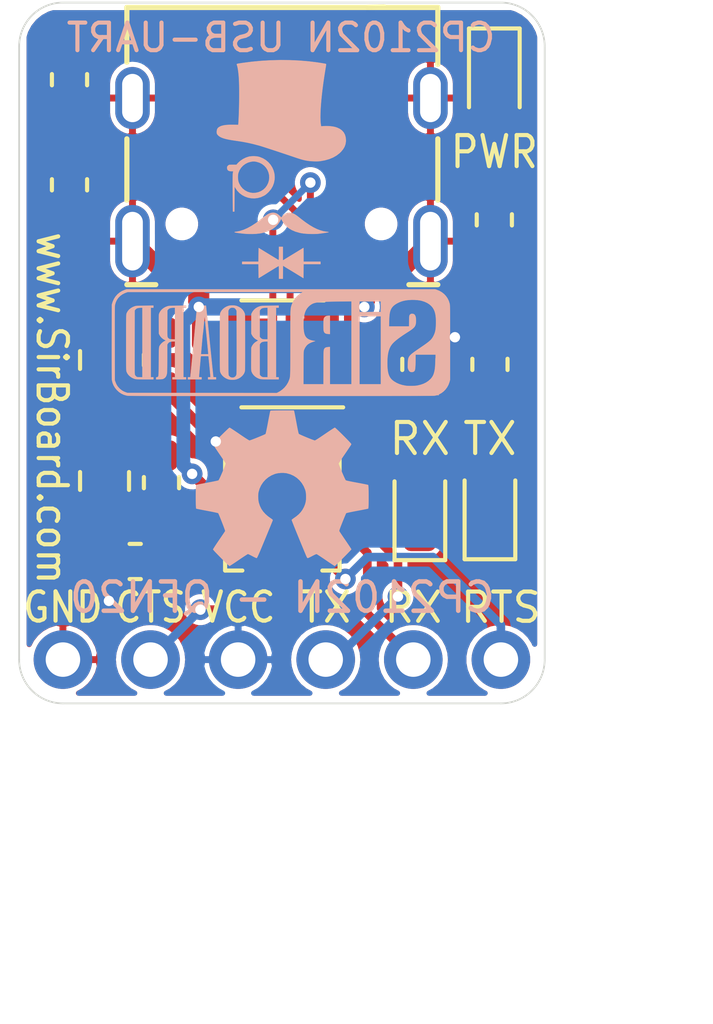
<source format=kicad_pcb>
(kicad_pcb (version 20171130) (host pcbnew "(5.1.2)-2")

  (general
    (thickness 1.6)
    (drawings 20)
    (tracks 139)
    (zones 0)
    (modules 20)
    (nets 26)
  )

  (page User 134.01 110.007)
  (title_block
    (title "USB to TTL Converter Based On The QFN20 CP2102N")
    (date 2020-04-21)
    (rev 1)
    (company SirBoard)
    (comment 1 www.SirBoard.com)
    (comment 2 "USB 2.0 Type-C Connector")
    (comment 3 "CP210N - QFN20")
  )

  (layers
    (0 F.Cu signal)
    (31 B.Cu signal)
    (32 B.Adhes user hide)
    (33 F.Adhes user hide)
    (34 B.Paste user hide)
    (35 F.Paste user hide)
    (36 B.SilkS user)
    (37 F.SilkS user)
    (38 B.Mask user hide)
    (39 F.Mask user hide)
    (40 Dwgs.User user)
    (41 Cmts.User user hide)
    (42 Eco1.User user hide)
    (43 Eco2.User user hide)
    (44 Edge.Cuts user)
    (45 Margin user hide)
    (46 B.CrtYd user hide)
    (47 F.CrtYd user hide)
    (48 B.Fab user hide)
    (49 F.Fab user hide)
  )

  (setup
    (last_trace_width 0.127)
    (user_trace_width 0.15)
    (user_trace_width 0.2)
    (user_trace_width 0.25)
    (user_trace_width 0.3)
    (user_trace_width 0.4)
    (user_trace_width 0.5)
    (trace_clearance 0.127)
    (zone_clearance 0.15)
    (zone_45_only no)
    (trace_min 0.127)
    (via_size 0.6)
    (via_drill 0.3)
    (via_min_size 0.6)
    (via_min_drill 0.3)
    (uvia_size 0.45)
    (uvia_drill 0.2)
    (uvias_allowed no)
    (uvia_min_size 0.45)
    (uvia_min_drill 0.1)
    (edge_width 0.05)
    (segment_width 0.2)
    (pcb_text_width 0.3)
    (pcb_text_size 1.5 1.5)
    (mod_edge_width 0.12)
    (mod_text_size 0.85 0.85)
    (mod_text_width 0.12)
    (pad_size 1.7 1.7)
    (pad_drill 1)
    (pad_to_mask_clearance 0)
    (solder_mask_min_width 0.05)
    (aux_axis_origin 0 0)
    (visible_elements 7FFFFFFF)
    (pcbplotparams
      (layerselection 0x010f0_ffffffff)
      (usegerberextensions false)
      (usegerberattributes false)
      (usegerberadvancedattributes false)
      (creategerberjobfile false)
      (excludeedgelayer true)
      (linewidth 0.100000)
      (plotframeref false)
      (viasonmask false)
      (mode 1)
      (useauxorigin true)
      (hpglpennumber 1)
      (hpglpenspeed 20)
      (hpglpendiameter 15.000000)
      (psnegative false)
      (psa4output false)
      (plotreference true)
      (plotvalue false)
      (plotinvisibletext false)
      (padsonsilk false)
      (subtractmaskfromsilk false)
      (outputformat 1)
      (mirror false)
      (drillshape 0)
      (scaleselection 1)
      (outputdirectory "C:/Users/elisha3/Desktop/GitHub/Gerbers/FT230X/"))
  )

  (net 0 "")
  (net 1 GND)
  (net 2 "Net-(PWR1-Pad2)")
  (net 3 "Net-(R3-Pad2)")
  (net 4 CTS)
  (net 5 TX)
  (net 6 RX)
  (net 7 RTS)
  (net 8 "Net-(P1-PadA8)")
  (net 9 "Net-(P1-PadB8)")
  (net 10 uD-)
  (net 11 uD+)
  (net 12 "Net-(R5-Pad2)")
  (net 13 VBUS)
  (net 14 VDD)
  (net 15 RST)
  (net 16 "Net-(U1-Pad11)")
  (net 17 "Net-(U1-Pad1)")
  (net 18 /CC2)
  (net 19 /CC1)
  (net 20 GPIO.3)
  (net 21 GPIO.2)
  (net 22 "Net-(U1-Pad14)")
  (net 23 "Net-(U1-Pad13)")
  (net 24 "Net-(U1-Pad10)")
  (net 25 "Net-(U1-Pad2)")

  (net_class Default "This is the default net class."
    (clearance 0.127)
    (trace_width 0.127)
    (via_dia 0.6)
    (via_drill 0.3)
    (uvia_dia 0.45)
    (uvia_drill 0.2)
    (add_net /CC1)
    (add_net /CC2)
    (add_net CTS)
    (add_net GND)
    (add_net GPIO.2)
    (add_net GPIO.3)
    (add_net "Net-(P1-PadA8)")
    (add_net "Net-(P1-PadB8)")
    (add_net "Net-(PWR1-Pad2)")
    (add_net "Net-(R3-Pad2)")
    (add_net "Net-(R5-Pad2)")
    (add_net "Net-(U1-Pad1)")
    (add_net "Net-(U1-Pad10)")
    (add_net "Net-(U1-Pad11)")
    (add_net "Net-(U1-Pad13)")
    (add_net "Net-(U1-Pad14)")
    (add_net "Net-(U1-Pad2)")
    (add_net RST)
    (add_net RTS)
    (add_net RX)
    (add_net TX)
    (add_net VBUS)
    (add_net VDD)
    (add_net uD+)
    (add_net uD-)
  )

  (module logo:OSHW73x52 (layer B.Cu) (tedit 0) (tstamp 5EA015F0)
    (at 64.5922 43.0784 180)
    (fp_text reference G*** (at 0 0) (layer B.SilkS) hide
      (effects (font (size 1.524 1.524) (thickness 0.3)) (justify mirror))
    )
    (fp_text value LOGO (at 0.75 0) (layer B.SilkS) hide
      (effects (font (size 1.524 1.524) (thickness 0.3)) (justify mirror))
    )
    (fp_poly (pts (xy 0.09172 2.243544) (xy 0.16476 2.243152) (xy 0.2234 2.242449) (xy 0.268906 2.241398)
      (xy 0.302546 2.239958) (xy 0.325584 2.238091) (xy 0.339288 2.235758) (xy 0.344806 2.233083)
      (xy 0.348122 2.222648) (xy 0.35407 2.197413) (xy 0.362272 2.159241) (xy 0.372346 2.109997)
      (xy 0.383914 2.051542) (xy 0.396597 1.985741) (xy 0.410014 1.914457) (xy 0.413217 1.897194)
      (xy 0.426823 1.82487) (xy 0.439908 1.757581) (xy 0.452078 1.697194) (xy 0.462937 1.645576)
      (xy 0.47209 1.604594) (xy 0.479143 1.576114) (xy 0.4837 1.562003) (xy 0.484358 1.560981)
      (xy 0.495884 1.554123) (xy 0.520723 1.542264) (xy 0.556361 1.52642) (xy 0.600283 1.507609)
      (xy 0.649975 1.486847) (xy 0.702923 1.465151) (xy 0.756611 1.443538) (xy 0.808526 1.423026)
      (xy 0.856154 1.404631) (xy 0.896979 1.38937) (xy 0.928487 1.37826) (xy 0.948165 1.372318)
      (xy 0.95261 1.3716) (xy 0.966371 1.376638) (xy 0.99359 1.391698) (xy 1.034136 1.416697)
      (xy 1.087879 1.45155) (xy 1.15469 1.496177) (xy 1.234436 1.550493) (xy 1.245172 1.557867)
      (xy 1.305721 1.599236) (xy 1.362301 1.637414) (xy 1.413313 1.671356) (xy 1.457158 1.700021)
      (xy 1.492237 1.722365) (xy 1.516953 1.737345) (xy 1.529704 1.743918) (xy 1.530718 1.744133)
      (xy 1.540108 1.738286) (xy 1.559616 1.721812) (xy 1.587642 1.696309) (xy 1.622589 1.663376)
      (xy 1.662857 1.624612) (xy 1.706849 1.581616) (xy 1.752966 1.535987) (xy 1.799609 1.489323)
      (xy 1.845181 1.443224) (xy 1.888083 1.399288) (xy 1.926716 1.359115) (xy 1.959483 1.324302)
      (xy 1.984784 1.29645) (xy 2.001021 1.277156) (xy 2.0066 1.268107) (xy 2.001943 1.258047)
      (xy 1.98868 1.235722) (xy 1.967877 1.202769) (xy 1.940598 1.160823) (xy 1.907908 1.111519)
      (xy 1.870871 1.056495) (xy 1.830552 0.997385) (xy 1.827882 0.993497) (xy 1.787062 0.933921)
      (xy 1.749075 0.878171) (xy 1.715043 0.827917) (xy 1.686091 0.784833) (xy 1.663341 0.75059)
      (xy 1.647918 0.726861) (xy 1.640944 0.715319) (xy 1.640848 0.715115) (xy 1.639479 0.707259)
      (xy 1.641178 0.694502) (xy 1.646532 0.675229) (xy 1.656128 0.647823) (xy 1.670551 0.610669)
      (xy 1.690387 0.562151) (xy 1.716223 0.500653) (xy 1.732783 0.461695) (xy 1.763575 0.390432)
      (xy 1.790632 0.329788) (xy 1.813436 0.280848) (xy 1.831472 0.244698) (xy 1.844223 0.22242)
      (xy 1.849967 0.215496) (xy 1.861947 0.211489) (xy 1.888628 0.204917) (xy 1.928042 0.19619)
      (xy 1.978218 0.18572) (xy 2.037189 0.173916) (xy 2.102986 0.16119) (xy 2.173639 0.147951)
      (xy 2.175934 0.147528) (xy 2.246377 0.134384) (xy 2.311746 0.121872) (xy 2.370126 0.110381)
      (xy 2.419598 0.100303) (xy 2.458248 0.092029) (xy 2.484157 0.085949) (xy 2.49541 0.082454)
      (xy 2.49555 0.082357) (xy 2.498289 0.072021) (xy 2.500658 0.047044) (xy 2.502655 0.009652)
      (xy 2.504276 -0.037929) (xy 2.505521 -0.093473) (xy 2.506386 -0.154754) (xy 2.50687 -0.219547)
      (xy 2.506971 -0.285625) (xy 2.506686 -0.350762) (xy 2.506012 -0.412733) (xy 2.504949 -0.469311)
      (xy 2.503493 -0.518271) (xy 2.501643 -0.557387) (xy 2.499395 -0.584433) (xy 2.496749 -0.597183)
      (xy 2.496223 -0.597793) (xy 2.485894 -0.600688) (xy 2.460819 -0.606255) (xy 2.422906 -0.614111)
      (xy 2.374065 -0.623875) (xy 2.316203 -0.635167) (xy 2.25123 -0.647604) (xy 2.181056 -0.660805)
      (xy 2.177172 -0.661529) (xy 2.106749 -0.674888) (xy 2.041427 -0.687731) (xy 1.983117 -0.699648)
      (xy 1.93373 -0.710228) (xy 1.895177 -0.719062) (xy 1.869369 -0.72574) (xy 1.858217 -0.729852)
      (xy 1.858075 -0.729987) (xy 1.85151 -0.741541) (xy 1.840139 -0.766254) (xy 1.824862 -0.80182)
      (xy 1.806577 -0.845936) (xy 1.786185 -0.896295) (xy 1.764583 -0.950595) (xy 1.742673 -1.00653)
      (xy 1.721352 -1.061796) (xy 1.701521 -1.114088) (xy 1.684078 -1.161102) (xy 1.669923 -1.200533)
      (xy 1.659955 -1.230077) (xy 1.655074 -1.247429) (xy 1.654827 -1.250828) (xy 1.66058 -1.260453)
      (xy 1.674844 -1.282358) (xy 1.696507 -1.314891) (xy 1.724458 -1.3564) (xy 1.757583 -1.405233)
      (xy 1.794771 -1.459737) (xy 1.833087 -1.515611) (xy 1.872991 -1.574085) (xy 1.909661 -1.628635)
      (xy 1.942013 -1.677589) (xy 1.968965 -1.719271) (xy 1.989434 -1.752008) (xy 2.002337 -1.774127)
      (xy 2.0066 -1.783802) (xy 2.000771 -1.793152) (xy 1.984346 -1.812649) (xy 1.958919 -1.840691)
      (xy 1.926084 -1.875675) (xy 1.887437 -1.916) (xy 1.844571 -1.960065) (xy 1.79908 -2.006266)
      (xy 1.752559 -2.053004) (xy 1.706603 -2.098674) (xy 1.662804 -2.141676) (xy 1.622758 -2.180408)
      (xy 1.588059 -2.213268) (xy 1.560301 -2.238655) (xy 1.541079 -2.254965) (xy 1.532057 -2.2606)
      (xy 1.522437 -2.255956) (xy 1.500547 -2.242743) (xy 1.468034 -2.222036) (xy 1.426545 -2.194912)
      (xy 1.377727 -2.162447) (xy 1.323226 -2.125718) (xy 1.266488 -2.087034) (xy 1.207935 -2.047167)
      (xy 1.153346 -2.010526) (xy 1.104386 -1.97819) (xy 1.062724 -1.951237) (xy 1.030027 -1.930748)
      (xy 1.007961 -1.9178) (xy 0.99831 -1.913467) (xy 0.985805 -1.917336) (xy 0.961554 -1.927977)
      (xy 0.928616 -1.943941) (xy 0.89005 -1.963777) (xy 0.873247 -1.972734) (xy 0.833163 -1.993758)
      (xy 0.797352 -2.011501) (xy 0.7689 -2.024509) (xy 0.750896 -2.031329) (xy 0.747259 -2.032)
      (xy 0.743108 -2.029667) (xy 0.73719 -2.022012) (xy 0.729067 -2.008047) (xy 0.718302 -1.986785)
      (xy 0.704458 -1.957242) (xy 0.687097 -1.918429) (xy 0.665782 -1.869361) (xy 0.640076 -1.809051)
      (xy 0.609541 -1.736512) (xy 0.573739 -1.650758) (xy 0.532234 -1.550803) (xy 0.508699 -1.493966)
      (xy 0.47121 -1.403281) (xy 0.435584 -1.316943) (xy 0.40236 -1.236264) (xy 0.372073 -1.162556)
      (xy 0.345263 -1.097133) (xy 0.322465 -1.041306) (xy 0.304217 -0.996388) (xy 0.291057 -0.963692)
      (xy 0.283523 -0.94453) (xy 0.281921 -0.940059) (xy 0.283831 -0.926888) (xy 0.297957 -0.912095)
      (xy 0.314568 -0.900451) (xy 0.411634 -0.832028) (xy 0.493002 -0.761583) (xy 0.559901 -0.687554)
      (xy 0.613562 -0.608375) (xy 0.655213 -0.522483) (xy 0.686084 -0.428313) (xy 0.686279 -0.427567)
      (xy 0.696761 -0.372702) (xy 0.703025 -0.308394) (xy 0.704892 -0.24105) (xy 0.702186 -0.177077)
      (xy 0.694731 -0.122882) (xy 0.694706 -0.122767) (xy 0.664705 -0.020103) (xy 0.619922 0.075948)
      (xy 0.561697 0.163947) (xy 0.491372 0.242456) (xy 0.410289 0.310035) (xy 0.319787 0.365245)
      (xy 0.221208 0.406648) (xy 0.193167 0.415334) (xy 0.125407 0.429675) (xy 0.048937 0.437479)
      (xy -0.029216 0.438469) (xy -0.102028 0.432368) (xy -0.127438 0.428011) (xy -0.232469 0.398412)
      (xy -0.329947 0.354167) (xy -0.418752 0.296293) (xy -0.497764 0.225806) (xy -0.565861 0.143725)
      (xy -0.621923 0.051066) (xy -0.664828 -0.051153) (xy -0.668876 -0.0635) (xy -0.678673 -0.100354)
      (xy -0.685501 -0.141873) (xy -0.689987 -0.192666) (xy -0.691944 -0.232834) (xy -0.691405 -0.322562)
      (xy -0.681795 -0.402546) (xy -0.6621 -0.477935) (xy -0.631306 -0.553878) (xy -0.626933 -0.563034)
      (xy -0.584846 -0.63922) (xy -0.535691 -0.706962) (xy -0.476829 -0.76916) (xy -0.405624 -0.828718)
      (xy -0.348486 -0.869406) (xy -0.31814 -0.890668) (xy -0.293373 -0.909542) (xy -0.277463 -0.923446)
      (xy -0.273449 -0.928523) (xy -0.275879 -0.938202) (xy -0.284466 -0.962489) (xy -0.298803 -1.000381)
      (xy -0.318485 -1.050877) (xy -0.343106 -1.112974) (xy -0.372259 -1.185669) (xy -0.405538 -1.267962)
      (xy -0.442539 -1.358849) (xy -0.482854 -1.457328) (xy -0.526078 -1.562398) (xy -0.571804 -1.673055)
      (xy -0.619628 -1.788298) (xy -0.669142 -1.907124) (xy -0.692139 -1.96215) (xy -0.708455 -1.998562)
      (xy -0.721304 -2.020784) (xy -0.732002 -2.030868) (xy -0.736863 -2.032) (xy -0.749516 -2.028128)
      (xy -0.773924 -2.017471) (xy -0.807041 -2.00147) (xy -0.845819 -1.981565) (xy -0.863929 -1.971921)
      (xy -0.913151 -1.946358) (xy -0.952241 -1.928041) (xy -0.979768 -1.917594) (xy -0.993629 -1.915463)
      (xy -1.00464 -1.920971) (xy -1.02785 -1.935018) (xy -1.061546 -1.956486) (xy -1.104018 -1.984257)
      (xy -1.153554 -2.017213) (xy -1.208442 -2.054235) (xy -1.260613 -2.089842) (xy -1.318406 -2.129323)
      (xy -1.371972 -2.16558) (xy -1.419673 -2.197528) (xy -1.459869 -2.224084) (xy -1.490922 -2.244165)
      (xy -1.511192 -2.256687) (xy -1.518903 -2.2606) (xy -1.526784 -2.2548) (xy -1.545242 -2.238258)
      (xy -1.572938 -2.212262) (xy -1.608532 -2.178102) (xy -1.650686 -2.137065) (xy -1.698058 -2.090439)
      (xy -1.749311 -2.039514) (xy -1.76324 -2.025594) (xy -1.815054 -1.973525) (xy -1.862909 -1.92499)
      (xy -1.905517 -1.88133) (xy -1.94159 -1.843884) (xy -1.96984 -1.81399) (xy -1.98898 -1.79299)
      (xy -1.997722 -1.782222) (xy -1.998133 -1.781258) (xy -1.9935 -1.772338) (xy -1.980323 -1.751129)
      (xy -1.959686 -1.719269) (xy -1.932671 -1.678398) (xy -1.900362 -1.630157) (xy -1.863843 -1.576186)
      (xy -1.827775 -1.523346) (xy -1.787947 -1.465058) (xy -1.750944 -1.410575) (xy -1.717922 -1.361623)
      (xy -1.690033 -1.319924) (xy -1.668431 -1.287204) (xy -1.654271 -1.265185) (xy -1.648881 -1.256031)
      (xy -1.647387 -1.24828) (xy -1.648692 -1.235855) (xy -1.653342 -1.217144) (xy -1.661884 -1.190535)
      (xy -1.674865 -1.154418) (xy -1.692831 -1.107182) (xy -1.716329 -1.047215) (xy -1.739449 -0.989065)
      (xy -1.764144 -0.927696) (xy -1.787271 -0.871146) (xy -1.807986 -0.821408) (xy -1.825445 -0.780475)
      (xy -1.838805 -0.750338) (xy -1.84722 -0.732991) (xy -1.849281 -0.729764) (xy -1.859817 -0.725736)
      (xy -1.885115 -0.719124) (xy -1.92327 -0.710338) (xy -1.972378 -0.699786) (xy -2.030532 -0.687877)
      (xy -2.09583 -0.675019) (xy -2.166364 -0.661623) (xy -2.169301 -0.661075) (xy -2.2397 -0.647853)
      (xy -2.304983 -0.635385) (xy -2.363245 -0.62405) (xy -2.412581 -0.61423) (xy -2.451085 -0.606302)
      (xy -2.476853 -0.600647) (xy -2.487977 -0.597644) (xy -2.48813 -0.597561) (xy -2.490781 -0.587706)
      (xy -2.493034 -0.563147) (xy -2.494891 -0.526111) (xy -2.496357 -0.478822) (xy -2.497435 -0.423507)
      (xy -2.498128 -0.362391) (xy -2.49844 -0.2977) (xy -2.498373 -0.231658) (xy -2.497933 -0.166492)
      (xy -2.497121 -0.104427) (xy -2.495941 -0.047688) (xy -2.494398 0.001499) (xy -2.492493 0.040908)
      (xy -2.490231 0.068315) (xy -2.487616 0.081493) (xy -2.487083 0.082201) (xy -2.476605 0.085506)
      (xy -2.451362 0.091408) (xy -2.413255 0.099523) (xy -2.364189 0.109466) (xy -2.306065 0.120852)
      (xy -2.240787 0.133297) (xy -2.170257 0.146414) (xy -2.163233 0.147703) (xy -2.070752 0.164908)
      (xy -1.99443 0.179664) (xy -1.933691 0.192097) (xy -1.887958 0.202333) (xy -1.856654 0.210498)
      (xy -1.839202 0.216718) (xy -1.835643 0.218982) (xy -1.827889 0.230998) (xy -1.815043 0.256032)
      (xy -1.798123 0.291695) (xy -1.778144 0.335599) (xy -1.756122 0.385354) (xy -1.733072 0.43857)
      (xy -1.71001 0.49286) (xy -1.687953 0.545834) (xy -1.667915 0.595102) (xy -1.650913 0.638277)
      (xy -1.637963 0.672968) (xy -1.63008 0.696786) (xy -1.62816 0.706967) (xy -1.633575 0.717587)
      (xy -1.647572 0.740462) (xy -1.669065 0.773942) (xy -1.696971 0.816378) (xy -1.730203 0.86612)
      (xy -1.767677 0.921522) (xy -1.808308 0.980933) (xy -1.811803 0.986013) (xy -1.852663 1.045645)
      (xy -1.890499 1.10135) (xy -1.924222 1.151489) (xy -1.952742 1.194419) (xy -1.974969 1.2285)
      (xy -1.989813 1.25209) (xy -1.996186 1.263548) (xy -1.996301 1.263908) (xy -1.994298 1.271316)
      (xy -1.985312 1.284752) (xy -1.968552 1.305079) (xy -1.943224 1.333162) (xy -1.908536 1.369864)
      (xy -1.863696 1.416048) (xy -1.807911 1.472579) (xy -1.768769 1.511912) (xy -1.711751 1.568669)
      (xy -1.660135 1.619262) (xy -1.615005 1.662669) (xy -1.577449 1.69787) (xy -1.548552 1.723846)
      (xy -1.529402 1.739576) (xy -1.521488 1.744133) (xy -1.51123 1.739474) (xy -1.488673 1.726193)
      (xy -1.455424 1.705331) (xy -1.413089 1.677931) (xy -1.363274 1.645034) (xy -1.307584 1.607683)
      (xy -1.247626 1.566919) (xy -1.234415 1.557867) (xy -1.157825 1.50569) (xy -1.091828 1.461521)
      (xy -1.037 1.425726) (xy -0.993916 1.398673) (xy -0.963152 1.380728) (xy -0.945286 1.372259)
      (xy -0.942095 1.3716) (xy -0.927663 1.374814) (xy -0.900476 1.38377) (xy -0.863034 1.397435)
      (xy -0.817837 1.414779) (xy -0.767384 1.434772) (xy -0.714174 1.45638) (xy -0.660706 1.478575)
      (xy -0.609481 1.500323) (xy -0.562998 1.520595) (xy -0.523755 1.538359) (xy -0.494253 1.552584)
      (xy -0.47699 1.562239) (xy -0.473948 1.564735) (xy -0.46895 1.577352) (xy -0.461453 1.605548)
      (xy -0.451699 1.648192) (xy -0.439931 1.704153) (xy -0.42639 1.772299) (xy -0.411319 1.851501)
      (xy -0.403639 1.892969) (xy -0.390432 1.964248) (xy -0.377881 2.03083) (xy -0.366372 2.090744)
      (xy -0.356293 2.142017) (xy -0.348033 2.182678) (xy -0.34198 2.210754) (xy -0.338521 2.224273)
      (xy -0.338389 2.224616) (xy -0.330563 2.243666) (xy 0.003015 2.243666) (xy 0.09172 2.243544)) (layer B.SilkS) (width 0.01))
  )

  (module Capacitor_SMD:C_0603_1608Metric (layer F.Cu) (tedit 5B301BBE) (tstamp 5E9FF533)
    (at 61.087 42.926 270)
    (descr "Capacitor SMD 0603 (1608 Metric), square (rectangular) end terminal, IPC_7351 nominal, (Body size source: http://www.tortai-tech.com/upload/download/2011102023233369053.pdf), generated with kicad-footprint-generator")
    (tags capacitor)
    (path /5EACF507)
    (attr smd)
    (fp_text reference C1 (at 0 0 90) (layer F.SilkS) hide
      (effects (font (size 1 1) (thickness 0.15)))
    )
    (fp_text value 100nF (at 0 1.43 90) (layer F.Fab)
      (effects (font (size 1 1) (thickness 0.15)))
    )
    (fp_text user %R (at 0 0 90) (layer F.Fab)
      (effects (font (size 0.4 0.4) (thickness 0.06)))
    )
    (fp_line (start 1.48 0.73) (end -1.48 0.73) (layer F.CrtYd) (width 0.05))
    (fp_line (start 1.48 -0.73) (end 1.48 0.73) (layer F.CrtYd) (width 0.05))
    (fp_line (start -1.48 -0.73) (end 1.48 -0.73) (layer F.CrtYd) (width 0.05))
    (fp_line (start -1.48 0.73) (end -1.48 -0.73) (layer F.CrtYd) (width 0.05))
    (fp_line (start -0.162779 0.51) (end 0.162779 0.51) (layer F.SilkS) (width 0.12))
    (fp_line (start -0.162779 -0.51) (end 0.162779 -0.51) (layer F.SilkS) (width 0.12))
    (fp_line (start 0.8 0.4) (end -0.8 0.4) (layer F.Fab) (width 0.1))
    (fp_line (start 0.8 -0.4) (end 0.8 0.4) (layer F.Fab) (width 0.1))
    (fp_line (start -0.8 -0.4) (end 0.8 -0.4) (layer F.Fab) (width 0.1))
    (fp_line (start -0.8 0.4) (end -0.8 -0.4) (layer F.Fab) (width 0.1))
    (pad 2 smd roundrect (at 0.7875 0 270) (size 0.875 0.95) (layers F.Cu F.Paste F.Mask) (roundrect_rratio 0.25)
      (net 1 GND))
    (pad 1 smd roundrect (at -0.7875 0 270) (size 0.875 0.95) (layers F.Cu F.Paste F.Mask) (roundrect_rratio 0.25)
      (net 13 VBUS))
    (model ${KISYS3DMOD}/Capacitor_SMD.3dshapes/C_0603_1608Metric.wrl
      (at (xyz 0 0 0))
      (scale (xyz 1 1 1))
      (rotate (xyz 0 0 0))
    )
  )

  (module Package_DFN_QFN:SiliconLabs_QFN-20-1EP_3x3mm_P0.5mm (layer F.Cu) (tedit 5E9F55E6) (tstamp 5E9F8B55)
    (at 64.5922 43.815 270)
    (descr "20-Lead Plastic Quad Flat, No Lead Package - 3x3 mm Body [QFN] with corner pads; see figure 8.2 of https://www.silabs.com/documents/public/data-sheets/efm8bb1-datasheet.pdf")
    (tags "QFN 0.5")
    (path /5EA012E2)
    (attr smd)
    (fp_text reference U1 (at 0 -0.0508 180) (layer F.SilkS) hide
      (effects (font (size 1 1) (thickness 0.15)))
    )
    (fp_text value CP2102N-A01-GQFN20 (at 0 3 90) (layer F.Fab)
      (effects (font (size 1 1) (thickness 0.15)))
    )
    (fp_text user %R (at 0 0 90) (layer F.Fab)
      (effects (font (size 0.65 0.65) (thickness 0.125)))
    )
    (fp_line (start 1.5 1.5) (end -1.5 1.5) (layer F.Fab) (width 0.1))
    (fp_line (start -1.5 1.5) (end -1.5 -0.5) (layer F.Fab) (width 0.1))
    (fp_line (start -1.5 -0.5) (end -0.5 -1.5) (layer F.Fab) (width 0.1))
    (fp_line (start -0.5 -1.5) (end 1.5 -1.5) (layer F.Fab) (width 0.1))
    (fp_line (start 1.5 -1.5) (end 1.5 1.5) (layer F.Fab) (width 0.1))
    (fp_line (start -2.25 -2.25) (end -2.25 2.25) (layer F.CrtYd) (width 0.05))
    (fp_line (start -2.25 2.25) (end 2.25 2.25) (layer F.CrtYd) (width 0.05))
    (fp_line (start 2.25 2.25) (end 2.25 -2.25) (layer F.CrtYd) (width 0.05))
    (fp_line (start 2.25 -2.25) (end -2.25 -2.25) (layer F.CrtYd) (width 0.05))
    (fp_line (start 1.16 -1.66) (end 1.66 -1.66) (layer F.SilkS) (width 0.12))
    (fp_line (start 1.66 -1.66) (end 1.66 -1.16) (layer F.SilkS) (width 0.12))
    (fp_line (start -1.16 1.66) (end -1.66 1.66) (layer F.SilkS) (width 0.12))
    (fp_line (start -1.66 1.66) (end -1.66 1.16) (layer F.SilkS) (width 0.12))
    (fp_line (start 1.16 1.66) (end 1.66 1.66) (layer F.SilkS) (width 0.12))
    (fp_line (start 1.66 1.66) (end 1.66 1.16) (layer F.SilkS) (width 0.12))
    (fp_line (start -1.66 -1.66) (end -1.16 -1.66) (layer F.SilkS) (width 0.12))
    (pad 1 smd rect (at -1.25 -1.25 270) (size 0.35 0.35) (layers F.Cu F.Paste F.Mask)
      (net 17 "Net-(U1-Pad1)"))
    (pad 2 smd rect (at -1.55 -0.75 270) (size 0.9 0.3) (layers F.Cu F.Paste F.Mask)
      (net 25 "Net-(U1-Pad2)"))
    (pad 3 smd rect (at -1.55 -0.25 270) (size 0.9 0.3) (layers F.Cu F.Paste F.Mask)
      (net 1 GND))
    (pad 4 smd rect (at -1.55 0.25 270) (size 0.9 0.3) (layers F.Cu F.Paste F.Mask)
      (net 11 uD+))
    (pad 5 smd rect (at -1.55 0.75 270) (size 0.9 0.3) (layers F.Cu F.Paste F.Mask)
      (net 10 uD-))
    (pad 6 smd rect (at -1.25 1.25 270) (size 0.35 0.35) (layers F.Cu F.Paste F.Mask)
      (net 14 VDD))
    (pad 7 smd rect (at -0.75 1.55) (size 0.9 0.3) (layers F.Cu F.Paste F.Mask)
      (net 13 VBUS))
    (pad 8 smd rect (at -0.25 1.55) (size 0.9 0.3) (layers F.Cu F.Paste F.Mask)
      (net 13 VBUS))
    (pad 9 smd rect (at 0.25 1.55) (size 0.9 0.3) (layers F.Cu F.Paste F.Mask)
      (net 15 RST))
    (pad 10 smd rect (at 0.75 1.55) (size 0.9 0.3) (layers F.Cu F.Paste F.Mask)
      (net 24 "Net-(U1-Pad10)"))
    (pad 11 smd rect (at 1.25 1.25 270) (size 0.35 0.35) (layers F.Cu F.Paste F.Mask)
      (net 16 "Net-(U1-Pad11)"))
    (pad 12 smd rect (at 1.55 0.75 270) (size 0.9 0.3) (layers F.Cu F.Paste F.Mask)
      (net 1 GND))
    (pad 13 smd rect (at 1.55 0.25 270) (size 0.9 0.3) (layers F.Cu F.Paste F.Mask)
      (net 23 "Net-(U1-Pad13)"))
    (pad 14 smd rect (at 1.55 -0.25 270) (size 0.9 0.3) (layers F.Cu F.Paste F.Mask)
      (net 22 "Net-(U1-Pad14)"))
    (pad 15 smd rect (at 1.55 -0.75 270) (size 0.9 0.3) (layers F.Cu F.Paste F.Mask)
      (net 4 CTS))
    (pad 16 smd rect (at 1.25 -1.25 270) (size 0.35 0.35) (layers F.Cu F.Paste F.Mask)
      (net 7 RTS))
    (pad 17 smd rect (at 0.75 -1.55) (size 0.9 0.3) (layers F.Cu F.Paste F.Mask)
      (net 6 RX))
    (pad 18 smd rect (at 0.25 -1.55) (size 0.9 0.3) (layers F.Cu F.Paste F.Mask)
      (net 5 TX))
    (pad 19 smd rect (at -0.25 -1.55) (size 0.9 0.3) (layers F.Cu F.Paste F.Mask)
      (net 20 GPIO.3))
    (pad 20 smd rect (at -0.75 -1.55) (size 0.9 0.3) (layers F.Cu F.Paste F.Mask)
      (net 21 GPIO.2))
    (pad 21 smd rect (at 0 0 270) (size 1.8 1.8) (layers F.Cu F.Mask)
      (net 1 GND))
    (pad "" smd rect (at -0.45 -0.45 270) (size 0.54 0.54) (layers F.Paste))
    (pad "" smd rect (at -0.45 0.45 270) (size 0.54 0.54) (layers F.Paste))
    (pad "" smd rect (at 0.45 -0.45 270) (size 0.54 0.54) (layers F.Paste))
    (pad "" smd rect (at 0.45 0.45 270) (size 0.54 0.54) (layers F.Paste))
    (model ${KISYS3DMOD}/Package_DFN_QFN.3dshapes/SiliconLabs_QFN-20-1EP_3x3mm_P0.5mm.wrl
      (at (xyz 0 0 0))
      (scale (xyz 1 1 1))
      (rotate (xyz 0 0 0))
    )
  )

  (module LED_SMD:LED_0603_1608Metric (layer F.Cu) (tedit 5B301BBE) (tstamp 5E9F8B27)
    (at 70.612 43.6625 90)
    (descr "LED SMD 0603 (1608 Metric), square (rectangular) end terminal, IPC_7351 nominal, (Body size source: http://www.tortai-tech.com/upload/download/2011102023233369053.pdf), generated with kicad-footprint-generator")
    (tags diode)
    (path /5D282FEC)
    (attr smd)
    (fp_text reference TX (at 2.0065 0 180) (layer F.SilkS)
      (effects (font (size 0.9 0.9) (thickness 0.12)))
    )
    (fp_text value GREEN (at 0 1.43 90) (layer F.Fab)
      (effects (font (size 1 1) (thickness 0.15)))
    )
    (fp_line (start 0.8 -0.4) (end -0.5 -0.4) (layer F.Fab) (width 0.1))
    (fp_line (start -0.5 -0.4) (end -0.8 -0.1) (layer F.Fab) (width 0.1))
    (fp_line (start -0.8 -0.1) (end -0.8 0.4) (layer F.Fab) (width 0.1))
    (fp_line (start -0.8 0.4) (end 0.8 0.4) (layer F.Fab) (width 0.1))
    (fp_line (start 0.8 0.4) (end 0.8 -0.4) (layer F.Fab) (width 0.1))
    (fp_line (start 0.8 -0.735) (end -1.485 -0.735) (layer F.SilkS) (width 0.12))
    (fp_line (start -1.485 -0.735) (end -1.485 0.735) (layer F.SilkS) (width 0.12))
    (fp_line (start -1.485 0.735) (end 0.8 0.735) (layer F.SilkS) (width 0.12))
    (fp_line (start -1.48 0.73) (end -1.48 -0.73) (layer F.CrtYd) (width 0.05))
    (fp_line (start -1.48 -0.73) (end 1.48 -0.73) (layer F.CrtYd) (width 0.05))
    (fp_line (start 1.48 -0.73) (end 1.48 0.73) (layer F.CrtYd) (width 0.05))
    (fp_line (start 1.48 0.73) (end -1.48 0.73) (layer F.CrtYd) (width 0.05))
    (fp_text user %R (at 0 0 90) (layer F.Fab)
      (effects (font (size 0.4 0.4) (thickness 0.06)))
    )
    (pad 1 smd roundrect (at -0.7875 0 90) (size 0.875 0.95) (layers F.Cu F.Paste F.Mask) (roundrect_rratio 0.25)
      (net 21 GPIO.2))
    (pad 2 smd roundrect (at 0.7875 0 90) (size 0.875 0.95) (layers F.Cu F.Paste F.Mask) (roundrect_rratio 0.25)
      (net 3 "Net-(R3-Pad2)"))
    (model ${KISYS3DMOD}/LED_SMD.3dshapes/LED_0603_1608Metric.wrl
      (at (xyz 0 0 0))
      (scale (xyz 1 1 1))
      (rotate (xyz 0 0 0))
    )
  )

  (module LED_SMD:LED_0603_1608Metric (layer F.Cu) (tedit 5B301BBE) (tstamp 5E9F8B14)
    (at 68.58 43.688 90)
    (descr "LED SMD 0603 (1608 Metric), square (rectangular) end terminal, IPC_7351 nominal, (Body size source: http://www.tortai-tech.com/upload/download/2011102023233369053.pdf), generated with kicad-footprint-generator")
    (tags diode)
    (path /5E45D77E)
    (attr smd)
    (fp_text reference RX (at 2.032 0 180) (layer F.SilkS)
      (effects (font (size 0.9 0.9) (thickness 0.12)))
    )
    (fp_text value GREEN (at 0 1.43 90) (layer F.Fab)
      (effects (font (size 1 1) (thickness 0.15)))
    )
    (fp_line (start 0.8 -0.4) (end -0.5 -0.4) (layer F.Fab) (width 0.1))
    (fp_line (start -0.5 -0.4) (end -0.8 -0.1) (layer F.Fab) (width 0.1))
    (fp_line (start -0.8 -0.1) (end -0.8 0.4) (layer F.Fab) (width 0.1))
    (fp_line (start -0.8 0.4) (end 0.8 0.4) (layer F.Fab) (width 0.1))
    (fp_line (start 0.8 0.4) (end 0.8 -0.4) (layer F.Fab) (width 0.1))
    (fp_line (start 0.8 -0.735) (end -1.485 -0.735) (layer F.SilkS) (width 0.12))
    (fp_line (start -1.485 -0.735) (end -1.485 0.735) (layer F.SilkS) (width 0.12))
    (fp_line (start -1.485 0.735) (end 0.8 0.735) (layer F.SilkS) (width 0.12))
    (fp_line (start -1.48 0.73) (end -1.48 -0.73) (layer F.CrtYd) (width 0.05))
    (fp_line (start -1.48 -0.73) (end 1.48 -0.73) (layer F.CrtYd) (width 0.05))
    (fp_line (start 1.48 -0.73) (end 1.48 0.73) (layer F.CrtYd) (width 0.05))
    (fp_line (start 1.48 0.73) (end -1.48 0.73) (layer F.CrtYd) (width 0.05))
    (fp_text user %R (at 0 0 90) (layer F.Fab)
      (effects (font (size 0.4 0.4) (thickness 0.06)))
    )
    (pad 1 smd roundrect (at -0.7875 0 90) (size 0.875 0.95) (layers F.Cu F.Paste F.Mask) (roundrect_rratio 0.25)
      (net 20 GPIO.3))
    (pad 2 smd roundrect (at 0.7875 0 90) (size 0.875 0.95) (layers F.Cu F.Paste F.Mask) (roundrect_rratio 0.25)
      (net 12 "Net-(R5-Pad2)"))
    (model ${KISYS3DMOD}/LED_SMD.3dshapes/LED_0603_1608Metric.wrl
      (at (xyz 0 0 0))
      (scale (xyz 1 1 1))
      (rotate (xyz 0 0 0))
    )
  )

  (module Capacitor_SMD:C_0805_2012Metric (layer F.Cu) (tedit 5B36C52B) (tstamp 5E9F8961)
    (at 59.436 39.37 90)
    (descr "Capacitor SMD 0805 (2012 Metric), square (rectangular) end terminal, IPC_7351 nominal, (Body size source: https://docs.google.com/spreadsheets/d/1BsfQQcO9C6DZCsRaXUlFlo91Tg2WpOkGARC1WS5S8t0/edit?usp=sharing), generated with kicad-footprint-generator")
    (tags capacitor)
    (path /5E44BE3B)
    (attr smd)
    (fp_text reference C5 (at 0 0 90) (layer F.SilkS) hide
      (effects (font (size 1 1) (thickness 0.15)))
    )
    (fp_text value 4.7uF (at 0 1.65 90) (layer F.Fab)
      (effects (font (size 1 1) (thickness 0.15)))
    )
    (fp_line (start -1 0.6) (end -1 -0.6) (layer F.Fab) (width 0.1))
    (fp_line (start -1 -0.6) (end 1 -0.6) (layer F.Fab) (width 0.1))
    (fp_line (start 1 -0.6) (end 1 0.6) (layer F.Fab) (width 0.1))
    (fp_line (start 1 0.6) (end -1 0.6) (layer F.Fab) (width 0.1))
    (fp_line (start -0.258578 -0.71) (end 0.258578 -0.71) (layer F.SilkS) (width 0.12))
    (fp_line (start -0.258578 0.71) (end 0.258578 0.71) (layer F.SilkS) (width 0.12))
    (fp_line (start -1.68 0.95) (end -1.68 -0.95) (layer F.CrtYd) (width 0.05))
    (fp_line (start -1.68 -0.95) (end 1.68 -0.95) (layer F.CrtYd) (width 0.05))
    (fp_line (start 1.68 -0.95) (end 1.68 0.95) (layer F.CrtYd) (width 0.05))
    (fp_line (start 1.68 0.95) (end -1.68 0.95) (layer F.CrtYd) (width 0.05))
    (fp_text user %R (at 0 0 90) (layer F.Fab)
      (effects (font (size 0.5 0.5) (thickness 0.08)))
    )
    (pad 1 smd roundrect (at -0.9375 0 90) (size 0.975 1.4) (layers F.Cu F.Paste F.Mask) (roundrect_rratio 0.25)
      (net 14 VDD))
    (pad 2 smd roundrect (at 0.9375 0 90) (size 0.975 1.4) (layers F.Cu F.Paste F.Mask) (roundrect_rratio 0.25)
      (net 1 GND))
    (model ${KISYS3DMOD}/Capacitor_SMD.3dshapes/C_0805_2012Metric.wrl
      (at (xyz 0 0 0))
      (scale (xyz 1 1 1))
      (rotate (xyz 0 0 0))
    )
  )

  (module Capacitor_SMD:C_0805_2012Metric (layer F.Cu) (tedit 5B36C52B) (tstamp 5E9F8930)
    (at 59.436 42.8775 270)
    (descr "Capacitor SMD 0805 (2012 Metric), square (rectangular) end terminal, IPC_7351 nominal, (Body size source: https://docs.google.com/spreadsheets/d/1BsfQQcO9C6DZCsRaXUlFlo91Tg2WpOkGARC1WS5S8t0/edit?usp=sharing), generated with kicad-footprint-generator")
    (tags capacitor)
    (path /5EA515FA)
    (attr smd)
    (fp_text reference C2 (at 0 -0.038 90) (layer F.SilkS) hide
      (effects (font (size 1 1) (thickness 0.15)))
    )
    (fp_text value 4.7uF (at 0 1.65 90) (layer F.Fab)
      (effects (font (size 1 1) (thickness 0.15)))
    )
    (fp_line (start -1 0.6) (end -1 -0.6) (layer F.Fab) (width 0.1))
    (fp_line (start -1 -0.6) (end 1 -0.6) (layer F.Fab) (width 0.1))
    (fp_line (start 1 -0.6) (end 1 0.6) (layer F.Fab) (width 0.1))
    (fp_line (start 1 0.6) (end -1 0.6) (layer F.Fab) (width 0.1))
    (fp_line (start -0.258578 -0.71) (end 0.258578 -0.71) (layer F.SilkS) (width 0.12))
    (fp_line (start -0.258578 0.71) (end 0.258578 0.71) (layer F.SilkS) (width 0.12))
    (fp_line (start -1.68 0.95) (end -1.68 -0.95) (layer F.CrtYd) (width 0.05))
    (fp_line (start -1.68 -0.95) (end 1.68 -0.95) (layer F.CrtYd) (width 0.05))
    (fp_line (start 1.68 -0.95) (end 1.68 0.95) (layer F.CrtYd) (width 0.05))
    (fp_line (start 1.68 0.95) (end -1.68 0.95) (layer F.CrtYd) (width 0.05))
    (fp_text user %R (at 0 0 90) (layer F.Fab)
      (effects (font (size 0.5 0.5) (thickness 0.08)))
    )
    (pad 1 smd roundrect (at -0.9375 0 270) (size 0.975 1.4) (layers F.Cu F.Paste F.Mask) (roundrect_rratio 0.25)
      (net 13 VBUS))
    (pad 2 smd roundrect (at 0.9375 0 270) (size 0.975 1.4) (layers F.Cu F.Paste F.Mask) (roundrect_rratio 0.25)
      (net 1 GND))
    (model ${KISYS3DMOD}/Capacitor_SMD.3dshapes/C_0805_2012Metric.wrl
      (at (xyz 0 0 0))
      (scale (xyz 1 1 1))
      (rotate (xyz 0 0 0))
    )
  )

  (module Capacitor_SMD:C_0603_1608Metric (layer F.Cu) (tedit 5B301BBE) (tstamp 5E93AA75)
    (at 61.087 39.37 90)
    (descr "Capacitor SMD 0603 (1608 Metric), square (rectangular) end terminal, IPC_7351 nominal, (Body size source: http://www.tortai-tech.com/upload/download/2011102023233369053.pdf), generated with kicad-footprint-generator")
    (tags capacitor)
    (path /5D29A270)
    (attr smd)
    (fp_text reference C4 (at 0 0 90) (layer F.SilkS) hide
      (effects (font (size 1 1) (thickness 0.15)))
    )
    (fp_text value 100nF (at 0 1.65 90) (layer F.Fab)
      (effects (font (size 1 1) (thickness 0.15)))
    )
    (fp_line (start -0.8 0.4) (end -0.8 -0.4) (layer F.Fab) (width 0.1))
    (fp_line (start -0.8 -0.4) (end 0.8 -0.4) (layer F.Fab) (width 0.1))
    (fp_line (start 0.8 -0.4) (end 0.8 0.4) (layer F.Fab) (width 0.1))
    (fp_line (start 0.8 0.4) (end -0.8 0.4) (layer F.Fab) (width 0.1))
    (fp_line (start -0.162779 -0.51) (end 0.162779 -0.51) (layer F.SilkS) (width 0.12))
    (fp_line (start -0.162779 0.51) (end 0.162779 0.51) (layer F.SilkS) (width 0.12))
    (fp_line (start -1.48 0.73) (end -1.48 -0.73) (layer F.CrtYd) (width 0.05))
    (fp_line (start -1.48 -0.73) (end 1.48 -0.73) (layer F.CrtYd) (width 0.05))
    (fp_line (start 1.48 -0.73) (end 1.48 0.73) (layer F.CrtYd) (width 0.05))
    (fp_line (start 1.48 0.73) (end -1.48 0.73) (layer F.CrtYd) (width 0.05))
    (fp_text user %R (at 0 0 90) (layer F.Fab)
      (effects (font (size 0.5 0.5) (thickness 0.08)))
    )
    (pad 1 smd roundrect (at -0.7875 0 90) (size 0.875 0.95) (layers F.Cu F.Paste F.Mask) (roundrect_rratio 0.25)
      (net 14 VDD))
    (pad 2 smd roundrect (at 0.7875 0 90) (size 0.875 0.95) (layers F.Cu F.Paste F.Mask) (roundrect_rratio 0.25)
      (net 1 GND))
    (model ${KISYS3DMOD}/Capacitor_SMD.3dshapes/C_0603_1608Metric.wrl
      (at (xyz 0 0 0))
      (scale (xyz 1 1 1))
      (rotate (xyz 0 0 0))
    )
  )

  (module Resistor_SMD:R_0603_1608Metric (layer F.Cu) (tedit 5B301BBD) (tstamp 5E93C7BA)
    (at 58.42 31.242 270)
    (descr "Resistor SMD 0603 (1608 Metric), square (rectangular) end terminal, IPC_7351 nominal, (Body size source: http://www.tortai-tech.com/upload/download/2011102023233369053.pdf), generated with kicad-footprint-generator")
    (tags resistor)
    (path /5E9B2367)
    (attr smd)
    (fp_text reference R4 (at 0 0 90) (layer F.SilkS) hide
      (effects (font (size 1 1) (thickness 0.15)))
    )
    (fp_text value 5K1 (at 0 1.43 90) (layer F.Fab)
      (effects (font (size 1 1) (thickness 0.15)))
    )
    (fp_text user %R (at 0 0 90) (layer F.Fab)
      (effects (font (size 0.4 0.4) (thickness 0.06)))
    )
    (fp_line (start 1.48 0.73) (end -1.48 0.73) (layer F.CrtYd) (width 0.05))
    (fp_line (start 1.48 -0.73) (end 1.48 0.73) (layer F.CrtYd) (width 0.05))
    (fp_line (start -1.48 -0.73) (end 1.48 -0.73) (layer F.CrtYd) (width 0.05))
    (fp_line (start -1.48 0.73) (end -1.48 -0.73) (layer F.CrtYd) (width 0.05))
    (fp_line (start -0.162779 0.51) (end 0.162779 0.51) (layer F.SilkS) (width 0.12))
    (fp_line (start -0.162779 -0.51) (end 0.162779 -0.51) (layer F.SilkS) (width 0.12))
    (fp_line (start 0.8 0.4) (end -0.8 0.4) (layer F.Fab) (width 0.1))
    (fp_line (start 0.8 -0.4) (end 0.8 0.4) (layer F.Fab) (width 0.1))
    (fp_line (start -0.8 -0.4) (end 0.8 -0.4) (layer F.Fab) (width 0.1))
    (fp_line (start -0.8 0.4) (end -0.8 -0.4) (layer F.Fab) (width 0.1))
    (pad 2 smd roundrect (at 0.7875 0 270) (size 0.875 0.95) (layers F.Cu F.Paste F.Mask) (roundrect_rratio 0.25)
      (net 1 GND))
    (pad 1 smd roundrect (at -0.7875 0 270) (size 0.875 0.95) (layers F.Cu F.Paste F.Mask) (roundrect_rratio 0.25)
      (net 19 /CC1))
    (model ${KISYS3DMOD}/Resistor_SMD.3dshapes/R_0603_1608Metric.wrl
      (at (xyz 0 0 0))
      (scale (xyz 1 1 1))
      (rotate (xyz 0 0 0))
    )
  )

  (module SirBoardLibrary:SOT-143 (layer F.Cu) (tedit 5E3DADD8) (tstamp 5E93A558)
    (at 64.5795 39.116 180)
    (descr SOT-143)
    (tags SOT-143)
    (path /5EA53218)
    (attr smd)
    (fp_text reference D1 (at 0.02 -0.011) (layer F.SilkS) hide
      (effects (font (size 1 1) (thickness 0.15)))
    )
    (fp_text value PRTR5V0U2X (at -0.28 2.48) (layer F.Fab)
      (effects (font (size 1 1) (thickness 0.15)))
    )
    (fp_text user %R (at 0 0 90) (layer F.Fab)
      (effects (font (size 0.5 0.5) (thickness 0.075)))
    )
    (fp_line (start -2.0754 1.6738) (end -2.0754 -1.8262) (layer F.CrtYd) (width 0.05))
    (fp_line (start -2.0754 1.6738) (end 2.0246 1.6738) (layer F.CrtYd) (width 0.05))
    (fp_line (start 2.0246 -1.8262) (end -2.0754 -1.8262) (layer F.CrtYd) (width 0.05))
    (fp_line (start 2.0246 -1.8262) (end 2.0246 1.6738) (layer F.CrtYd) (width 0.05))
    (fp_line (start 1.1746 -1.5762) (end 1.1746 1.4238) (layer F.Fab) (width 0.1))
    (fp_line (start 1.1746 1.4238) (end -1.2254 1.4238) (layer F.Fab) (width 0.1))
    (fp_line (start -1.2254 1.4238) (end -1.2254 -1.0762) (layer F.Fab) (width 0.1))
    (fp_line (start -0.7254 -1.5762) (end 1.1746 -1.5762) (layer F.Fab) (width 0.1))
    (fp_line (start -1.2254 -1.0762) (end -0.7254 -1.5762) (layer F.Fab) (width 0.1))
    (fp_line (start 1.1746 -1.6262) (end -1.7754 -1.6262) (layer F.SilkS) (width 0.12))
    (fp_line (start -1.2254 1.4738) (end 1.1746 1.4738) (layer F.SilkS) (width 0.12))
    (pad 1 smd rect (at -1.1492 -0.8716 90) (size 1.2 1) (layers F.Cu F.Paste F.Mask)
      (net 1 GND))
    (pad 2 smd rect (at -1.1492 0.8484 90) (size 0.8 1) (layers F.Cu F.Paste F.Mask)
      (net 11 uD+))
    (pad 3 smd rect (at 1.1508 0.8484 90) (size 0.8 1) (layers F.Cu F.Paste F.Mask)
      (net 10 uD-))
    (pad 4 smd rect (at 1.1508 -1.0516 90) (size 0.8 1) (layers F.Cu F.Paste F.Mask)
      (net 13 VBUS))
    (model ${KISYS3DMOD}/Package_TO_SOT_SMD.3dshapes/SOT-143.wrl
      (offset (xyz 0 0.15 0))
      (scale (xyz 1 1 1))
      (rotate (xyz 0 0 0))
    )
  )

  (module Resistor_SMD:R_0603_1608Metric (layer F.Cu) (tedit 5B301BBD) (tstamp 5E93AC3D)
    (at 68.58 39.497 270)
    (descr "Resistor SMD 0603 (1608 Metric), square (rectangular) end terminal, IPC_7351 nominal, (Body size source: http://www.tortai-tech.com/upload/download/2011102023233369053.pdf), generated with kicad-footprint-generator")
    (tags resistor)
    (path /5E45D777)
    (attr smd)
    (fp_text reference R5 (at -0.019 -0.034 90) (layer F.SilkS) hide
      (effects (font (size 1 1) (thickness 0.15)))
    )
    (fp_text value 1K (at 0 1.43 90) (layer F.Fab)
      (effects (font (size 1 1) (thickness 0.15)))
    )
    (fp_line (start -0.8 0.4) (end -0.8 -0.4) (layer F.Fab) (width 0.1))
    (fp_line (start -0.8 -0.4) (end 0.8 -0.4) (layer F.Fab) (width 0.1))
    (fp_line (start 0.8 -0.4) (end 0.8 0.4) (layer F.Fab) (width 0.1))
    (fp_line (start 0.8 0.4) (end -0.8 0.4) (layer F.Fab) (width 0.1))
    (fp_line (start -0.162779 -0.51) (end 0.162779 -0.51) (layer F.SilkS) (width 0.12))
    (fp_line (start -0.162779 0.51) (end 0.162779 0.51) (layer F.SilkS) (width 0.12))
    (fp_line (start -1.48 0.73) (end -1.48 -0.73) (layer F.CrtYd) (width 0.05))
    (fp_line (start -1.48 -0.73) (end 1.48 -0.73) (layer F.CrtYd) (width 0.05))
    (fp_line (start 1.48 -0.73) (end 1.48 0.73) (layer F.CrtYd) (width 0.05))
    (fp_line (start 1.48 0.73) (end -1.48 0.73) (layer F.CrtYd) (width 0.05))
    (fp_text user %R (at 0 0 90) (layer F.Fab)
      (effects (font (size 0.4 0.4) (thickness 0.06)))
    )
    (pad 1 smd roundrect (at -0.7875 0 270) (size 0.875 0.95) (layers F.Cu F.Paste F.Mask) (roundrect_rratio 0.25)
      (net 14 VDD))
    (pad 2 smd roundrect (at 0.7875 0 270) (size 0.875 0.95) (layers F.Cu F.Paste F.Mask) (roundrect_rratio 0.25)
      (net 12 "Net-(R5-Pad2)"))
    (model ${KISYS3DMOD}/Resistor_SMD.3dshapes/R_0603_1608Metric.wrl
      (at (xyz 0 0 0))
      (scale (xyz 1 1 1))
      (rotate (xyz 0 0 0))
    )
  )

  (module Resistor_SMD:R_0603_1608Metric (layer F.Cu) (tedit 5B301BBD) (tstamp 5E93A6AB)
    (at 60.325 45.212)
    (descr "Resistor SMD 0603 (1608 Metric), square (rectangular) end terminal, IPC_7351 nominal, (Body size source: http://www.tortai-tech.com/upload/download/2011102023233369053.pdf), generated with kicad-footprint-generator")
    (tags resistor)
    (path /5E97BFDA)
    (attr smd)
    (fp_text reference R6 (at 0 0.045) (layer F.SilkS) hide
      (effects (font (size 1 1) (thickness 0.15)))
    )
    (fp_text value 1K (at 0 1.43) (layer F.Fab)
      (effects (font (size 1 1) (thickness 0.15)))
    )
    (fp_line (start -0.8 0.4) (end -0.8 -0.4) (layer F.Fab) (width 0.1))
    (fp_line (start -0.8 -0.4) (end 0.8 -0.4) (layer F.Fab) (width 0.1))
    (fp_line (start 0.8 -0.4) (end 0.8 0.4) (layer F.Fab) (width 0.1))
    (fp_line (start 0.8 0.4) (end -0.8 0.4) (layer F.Fab) (width 0.1))
    (fp_line (start -0.162779 -0.51) (end 0.162779 -0.51) (layer F.SilkS) (width 0.12))
    (fp_line (start -0.162779 0.51) (end 0.162779 0.51) (layer F.SilkS) (width 0.12))
    (fp_line (start -1.48 0.73) (end -1.48 -0.73) (layer F.CrtYd) (width 0.05))
    (fp_line (start -1.48 -0.73) (end 1.48 -0.73) (layer F.CrtYd) (width 0.05))
    (fp_line (start 1.48 -0.73) (end 1.48 0.73) (layer F.CrtYd) (width 0.05))
    (fp_line (start 1.48 0.73) (end -1.48 0.73) (layer F.CrtYd) (width 0.05))
    (fp_text user %R (at 0 0) (layer F.Fab)
      (effects (font (size 0.4 0.4) (thickness 0.06)))
    )
    (pad 1 smd roundrect (at -0.7875 0) (size 0.875 0.95) (layers F.Cu F.Paste F.Mask) (roundrect_rratio 0.25)
      (net 14 VDD))
    (pad 2 smd roundrect (at 0.7875 0) (size 0.875 0.95) (layers F.Cu F.Paste F.Mask) (roundrect_rratio 0.25)
      (net 15 RST))
    (model ${KISYS3DMOD}/Resistor_SMD.3dshapes/R_0603_1608Metric.wrl
      (at (xyz 0 0 0))
      (scale (xyz 1 1 1))
      (rotate (xyz 0 0 0))
    )
  )

  (module Resistor_SMD:R_0603_1608Metric (layer F.Cu) (tedit 5B301BBD) (tstamp 5E93A679)
    (at 70.612 39.497 270)
    (descr "Resistor SMD 0603 (1608 Metric), square (rectangular) end terminal, IPC_7351 nominal, (Body size source: http://www.tortai-tech.com/upload/download/2011102023233369053.pdf), generated with kicad-footprint-generator")
    (tags resistor)
    (path /5E993738)
    (attr smd)
    (fp_text reference R3 (at 0 0.045 90) (layer F.SilkS) hide
      (effects (font (size 1 1) (thickness 0.15)))
    )
    (fp_text value 1K (at 0 1.43 90) (layer F.Fab)
      (effects (font (size 1 1) (thickness 0.15)))
    )
    (fp_text user %R (at 0 0 90) (layer F.Fab)
      (effects (font (size 0.4 0.4) (thickness 0.06)))
    )
    (fp_line (start 1.48 0.73) (end -1.48 0.73) (layer F.CrtYd) (width 0.05))
    (fp_line (start 1.48 -0.73) (end 1.48 0.73) (layer F.CrtYd) (width 0.05))
    (fp_line (start -1.48 -0.73) (end 1.48 -0.73) (layer F.CrtYd) (width 0.05))
    (fp_line (start -1.48 0.73) (end -1.48 -0.73) (layer F.CrtYd) (width 0.05))
    (fp_line (start -0.162779 0.51) (end 0.162779 0.51) (layer F.SilkS) (width 0.12))
    (fp_line (start -0.162779 -0.51) (end 0.162779 -0.51) (layer F.SilkS) (width 0.12))
    (fp_line (start 0.8 0.4) (end -0.8 0.4) (layer F.Fab) (width 0.1))
    (fp_line (start 0.8 -0.4) (end 0.8 0.4) (layer F.Fab) (width 0.1))
    (fp_line (start -0.8 -0.4) (end 0.8 -0.4) (layer F.Fab) (width 0.1))
    (fp_line (start -0.8 0.4) (end -0.8 -0.4) (layer F.Fab) (width 0.1))
    (pad 2 smd roundrect (at 0.7875 0 270) (size 0.875 0.95) (layers F.Cu F.Paste F.Mask) (roundrect_rratio 0.25)
      (net 3 "Net-(R3-Pad2)"))
    (pad 1 smd roundrect (at -0.7875 0 270) (size 0.875 0.95) (layers F.Cu F.Paste F.Mask) (roundrect_rratio 0.25)
      (net 14 VDD))
    (model ${KISYS3DMOD}/Resistor_SMD.3dshapes/R_0603_1608Metric.wrl
      (at (xyz 0 0 0))
      (scale (xyz 1 1 1))
      (rotate (xyz 0 0 0))
    )
  )

  (module Resistor_SMD:R_0603_1608Metric (layer F.Cu) (tedit 5B301BBD) (tstamp 5E93A668)
    (at 58.42 34.29 90)
    (descr "Resistor SMD 0603 (1608 Metric), square (rectangular) end terminal, IPC_7351 nominal, (Body size source: http://www.tortai-tech.com/upload/download/2011102023233369053.pdf), generated with kicad-footprint-generator")
    (tags resistor)
    (path /5E9AFA1A)
    (attr smd)
    (fp_text reference R2 (at 0 -0.007 270) (layer F.SilkS) hide
      (effects (font (size 1 1) (thickness 0.15)))
    )
    (fp_text value 5K1 (at 0 1.43 90) (layer F.Fab)
      (effects (font (size 1 1) (thickness 0.15)))
    )
    (fp_text user %R (at 0 0 90) (layer F.Fab)
      (effects (font (size 0.4 0.4) (thickness 0.06)))
    )
    (fp_line (start 1.48 0.73) (end -1.48 0.73) (layer F.CrtYd) (width 0.05))
    (fp_line (start 1.48 -0.73) (end 1.48 0.73) (layer F.CrtYd) (width 0.05))
    (fp_line (start -1.48 -0.73) (end 1.48 -0.73) (layer F.CrtYd) (width 0.05))
    (fp_line (start -1.48 0.73) (end -1.48 -0.73) (layer F.CrtYd) (width 0.05))
    (fp_line (start -0.162779 0.51) (end 0.162779 0.51) (layer F.SilkS) (width 0.12))
    (fp_line (start -0.162779 -0.51) (end 0.162779 -0.51) (layer F.SilkS) (width 0.12))
    (fp_line (start 0.8 0.4) (end -0.8 0.4) (layer F.Fab) (width 0.1))
    (fp_line (start 0.8 -0.4) (end 0.8 0.4) (layer F.Fab) (width 0.1))
    (fp_line (start -0.8 -0.4) (end 0.8 -0.4) (layer F.Fab) (width 0.1))
    (fp_line (start -0.8 0.4) (end -0.8 -0.4) (layer F.Fab) (width 0.1))
    (pad 2 smd roundrect (at 0.7875 0 90) (size 0.875 0.95) (layers F.Cu F.Paste F.Mask) (roundrect_rratio 0.25)
      (net 1 GND))
    (pad 1 smd roundrect (at -0.7875 0 90) (size 0.875 0.95) (layers F.Cu F.Paste F.Mask) (roundrect_rratio 0.25)
      (net 18 /CC2))
    (model ${KISYS3DMOD}/Resistor_SMD.3dshapes/R_0603_1608Metric.wrl
      (at (xyz 0 0 0))
      (scale (xyz 1 1 1))
      (rotate (xyz 0 0 0))
    )
  )

  (module Resistor_SMD:R_0603_1608Metric (layer F.Cu) (tedit 5B301BBD) (tstamp 5E93A657)
    (at 70.739 35.306 90)
    (descr "Resistor SMD 0603 (1608 Metric), square (rectangular) end terminal, IPC_7351 nominal, (Body size source: http://www.tortai-tech.com/upload/download/2011102023233369053.pdf), generated with kicad-footprint-generator")
    (tags resistor)
    (path /5E9965F6)
    (attr smd)
    (fp_text reference R1 (at 0 0.015 90) (layer F.SilkS) hide
      (effects (font (size 1 1) (thickness 0.15)))
    )
    (fp_text value 1K (at 0 1.43 90) (layer F.Fab)
      (effects (font (size 1 1) (thickness 0.15)))
    )
    (fp_text user %R (at 0 0 90) (layer F.Fab)
      (effects (font (size 0.4 0.4) (thickness 0.06)))
    )
    (fp_line (start 1.48 0.73) (end -1.48 0.73) (layer F.CrtYd) (width 0.05))
    (fp_line (start 1.48 -0.73) (end 1.48 0.73) (layer F.CrtYd) (width 0.05))
    (fp_line (start -1.48 -0.73) (end 1.48 -0.73) (layer F.CrtYd) (width 0.05))
    (fp_line (start -1.48 0.73) (end -1.48 -0.73) (layer F.CrtYd) (width 0.05))
    (fp_line (start -0.162779 0.51) (end 0.162779 0.51) (layer F.SilkS) (width 0.12))
    (fp_line (start -0.162779 -0.51) (end 0.162779 -0.51) (layer F.SilkS) (width 0.12))
    (fp_line (start 0.8 0.4) (end -0.8 0.4) (layer F.Fab) (width 0.1))
    (fp_line (start 0.8 -0.4) (end 0.8 0.4) (layer F.Fab) (width 0.1))
    (fp_line (start -0.8 -0.4) (end 0.8 -0.4) (layer F.Fab) (width 0.1))
    (fp_line (start -0.8 0.4) (end -0.8 -0.4) (layer F.Fab) (width 0.1))
    (pad 2 smd roundrect (at 0.7875 0 90) (size 0.875 0.95) (layers F.Cu F.Paste F.Mask) (roundrect_rratio 0.25)
      (net 2 "Net-(PWR1-Pad2)"))
    (pad 1 smd roundrect (at -0.7875 0 90) (size 0.875 0.95) (layers F.Cu F.Paste F.Mask) (roundrect_rratio 0.25)
      (net 14 VDD))
    (model ${KISYS3DMOD}/Resistor_SMD.3dshapes/R_0603_1608Metric.wrl
      (at (xyz 0 0 0))
      (scale (xyz 1 1 1))
      (rotate (xyz 0 0 0))
    )
  )

  (module SirBoardLibrary:USB_C (layer F.Cu) (tedit 5E9245A4) (tstamp 5E3BE0FF)
    (at 67.7799 37.211 180)
    (descr "U.FL-R-SMT(01)")
    (tags Connector)
    (path /5E3E6242)
    (attr smd)
    (fp_text reference P1 (at 3.2004 4.3688 180) (layer F.SilkS) hide
      (effects (font (size 1.27 1.27) (thickness 0.254)))
    )
    (fp_text value USB_C_Plug_USB2.0 (at 3.3135 9.7881) (layer F.CrtYd) hide
      (effects (font (size 1.27 1.27) (thickness 0.254)))
    )
    (fp_line (start 7.6962 2.4765) (end 7.6962 4.2545) (layer F.SilkS) (width 0.15))
    (fp_line (start -1.3208 4.2545) (end -1.3208 2.4765) (layer F.SilkS) (width 0.15))
    (fp_line (start 0.2286 8.0772) (end 0.7366 8.0645) (layer F.SilkS) (width 0.15))
    (fp_line (start -1.3208 8.0645) (end -1.3208 6.4135) (layer F.SilkS) (width 0.15))
    (fp_line (start 7.6962 8.0645) (end -1.3208 8.0645) (layer F.SilkS) (width 0.15))
    (fp_line (start 7.6962 6.477) (end 7.6962 8.0645) (layer F.SilkS) (width 0.15))
    (fp_line (start -1.3208 0.0254) (end -0.4826 0.0254) (layer F.SilkS) (width 0.15))
    (fp_line (start 6.858 0.0254) (end 7.6962 0.0254) (layer F.SilkS) (width 0.15))
    (fp_line (start -1.7018 -0.2286) (end 8.2042 -0.254) (layer F.CrtYd) (width 0.12))
    (fp_line (start 8.2042 -0.254) (end 8.2042 8.1788) (layer F.CrtYd) (width 0.12))
    (fp_line (start 8.2042 8.1788) (end -1.7018 8.1534) (layer F.CrtYd) (width 0.12))
    (fp_line (start -1.7018 8.1534) (end -1.7018 -0.2286) (layer F.CrtYd) (width 0.12))
    (pad A4 smd rect (at 0.6585 0.5866 180) (size 0.31 1.4) (layers F.Cu F.Paste F.Mask)
      (net 13 VBUS))
    (pad A9 smd rect (at 5.7685 0.5866 180) (size 0.31 1.4) (layers F.Cu F.Paste F.Mask)
      (net 13 VBUS))
    (pad B8 smd rect (at 1.4635 0.5866 180) (size 0.32 1.4) (layers F.Cu F.Paste F.Mask)
      (net 9 "Net-(P1-PadB8)"))
    (pad A5 smd rect (at 1.9635 0.5866 180) (size 0.32 1.4) (layers F.Cu F.Paste F.Mask)
      (net 19 /CC1))
    (pad B7 smd rect (at 2.4635 0.5866 180) (size 0.32 1.4) (layers F.Cu F.Paste F.Mask)
      (net 10 uD-))
    (pad A6 smd rect (at 2.9635 0.5866 180) (size 0.32 1.4) (layers F.Cu F.Paste F.Mask)
      (net 11 uD+))
    (pad A7 smd rect (at 3.4635 0.5866 180) (size 0.32 1.4) (layers F.Cu F.Paste F.Mask)
      (net 10 uD-))
    (pad B6 smd rect (at 3.9635 0.5866 180) (size 0.32 1.4) (layers F.Cu F.Paste F.Mask)
      (net 11 uD+))
    (pad A8 smd rect (at 4.4635 0.5866 180) (size 0.32 1.4) (layers F.Cu F.Paste F.Mask)
      (net 8 "Net-(P1-PadA8)"))
    (pad B5 smd rect (at 4.9635 0.5866 180) (size 0.32 1.4) (layers F.Cu F.Paste F.Mask)
      (net 18 /CC2))
    (pad S1 thru_hole oval (at -1.1065 1.2866 180) (size 1 2.1) (drill oval 0.6 1.7) (layers *.Cu *.Mask)
      (net 1 GND))
    (pad S1 thru_hole oval (at 7.5335 1.2866 180) (size 1 2.1) (drill oval 0.6 1.7) (layers *.Cu *.Mask)
      (net 1 GND))
    (pad S1 thru_hole oval (at 7.5335 5.4366 180) (size 1 1.8) (drill oval 0.6 1.4) (layers *.Cu *.Mask)
      (net 1 GND))
    (pad S1 thru_hole oval (at -1.1065 5.4366 180) (size 1 1.8) (drill oval 0.6 1.4) (layers *.Cu *.Mask)
      (net 1 GND))
    (pad "" np_thru_hole circle (at 6.1035 1.7866 180) (size 0.65 0.65) (drill oval 0.65) (layers *.Cu *.Mask))
    (pad "" np_thru_hole circle (at 0.3235 1.7866 180) (size 0.65 0.65) (drill oval 0.65) (layers *.Cu *.Mask))
    (pad A12 smd rect (at 6.5685 0.5866 180) (size 0.31 1.4) (layers F.Cu F.Paste F.Mask)
      (net 1 GND))
    (pad A1 smd rect (at -0.1415 0.5866 180) (size 0.31 1.4) (layers F.Cu F.Paste F.Mask)
      (net 1 GND))
    (pad B12 smd rect (at 0.1685 0.5842 180) (size 0.31 1.4) (layers F.Cu F.Paste F.Mask)
      (net 1 GND))
    (pad B9 smd rect (at 0.9685 0.5842 180) (size 0.31 1.4) (layers F.Cu F.Paste F.Mask)
      (net 13 VBUS))
    (pad B1 smd rect (at 6.2585 0.5866 180) (size 0.31 1.4) (layers F.Cu F.Paste F.Mask)
      (net 1 GND))
    (pad B4 smd rect (at 5.4558 0.5866 180) (size 0.31 1.4) (layers F.Cu F.Paste F.Mask)
      (net 13 VBUS))
    (model "${KISYS3DMOD}/USB Type C Port (SMD Type).STEP"
      (offset (xyz 3.22 -1 1.65))
      (scale (xyz 1 1 1))
      (rotate (xyz 0 180 180))
    )
  )

  (module Connector_PinHeader_2.54mm:PinHeader_1x06_P2.54mm_Horizontal (layer F.Cu) (tedit 5E924B30) (tstamp 5E3BE0B3)
    (at 70.9295 48.0568 270)
    (descr "Through hole angled pin header, 1x06, 2.54mm pitch, 6mm pin length, single row")
    (tags "Through hole angled pin header THT 1x06 2.54mm single row")
    (path /5E4934CD)
    (fp_text reference J1 (at 0 -0.0127 270) (layer F.SilkS) hide
      (effects (font (size 1 1) (thickness 0.15)))
    )
    (fp_text value Conn_01x06 (at 0 15.03 270) (layer F.Fab)
      (effects (font (size 1 1) (thickness 0.15)))
    )
    (fp_line (start 2.135 -1.27) (end 4.04 -1.27) (layer F.Fab) (width 0.1))
    (fp_line (start 4.04 -1.27) (end 4.04 13.97) (layer F.Fab) (width 0.1))
    (fp_line (start 4.04 13.97) (end 1.5 13.97) (layer F.Fab) (width 0.1))
    (fp_line (start 1.5 13.97) (end 1.5 -0.635) (layer F.Fab) (width 0.1))
    (fp_line (start 1.5 -0.635) (end 2.135 -1.27) (layer F.Fab) (width 0.1))
    (fp_line (start -0.32 -0.32) (end 1.5 -0.32) (layer F.Fab) (width 0.1))
    (fp_line (start -0.32 -0.32) (end -0.32 0.32) (layer F.Fab) (width 0.1))
    (fp_line (start -0.32 0.32) (end 1.5 0.32) (layer F.Fab) (width 0.1))
    (fp_line (start 4.04 -0.32) (end 10.04 -0.32) (layer F.Fab) (width 0.1))
    (fp_line (start 10.04 -0.32) (end 10.04 0.32) (layer F.Fab) (width 0.1))
    (fp_line (start 4.04 0.32) (end 10.04 0.32) (layer F.Fab) (width 0.1))
    (fp_line (start -0.32 2.22) (end 1.5 2.22) (layer F.Fab) (width 0.1))
    (fp_line (start -0.32 2.22) (end -0.32 2.86) (layer F.Fab) (width 0.1))
    (fp_line (start -0.32 2.86) (end 1.5 2.86) (layer F.Fab) (width 0.1))
    (fp_line (start 4.04 2.22) (end 10.04 2.22) (layer F.Fab) (width 0.1))
    (fp_line (start 10.04 2.22) (end 10.04 2.86) (layer F.Fab) (width 0.1))
    (fp_line (start 4.04 2.86) (end 10.04 2.86) (layer F.Fab) (width 0.1))
    (fp_line (start -0.32 4.76) (end 1.5 4.76) (layer F.Fab) (width 0.1))
    (fp_line (start -0.32 4.76) (end -0.32 5.4) (layer F.Fab) (width 0.1))
    (fp_line (start -0.32 5.4) (end 1.5 5.4) (layer F.Fab) (width 0.1))
    (fp_line (start 4.04 4.76) (end 10.04 4.76) (layer F.Fab) (width 0.1))
    (fp_line (start 10.04 4.76) (end 10.04 5.4) (layer F.Fab) (width 0.1))
    (fp_line (start 4.04 5.4) (end 10.04 5.4) (layer F.Fab) (width 0.1))
    (fp_line (start -0.32 7.3) (end 1.5 7.3) (layer F.Fab) (width 0.1))
    (fp_line (start -0.32 7.3) (end -0.32 7.94) (layer F.Fab) (width 0.1))
    (fp_line (start -0.32 7.94) (end 1.5 7.94) (layer F.Fab) (width 0.1))
    (fp_line (start 4.04 7.3) (end 10.04 7.3) (layer F.Fab) (width 0.1))
    (fp_line (start 10.04 7.3) (end 10.04 7.94) (layer F.Fab) (width 0.1))
    (fp_line (start 4.04 7.94) (end 10.04 7.94) (layer F.Fab) (width 0.1))
    (fp_line (start -0.32 9.84) (end 1.5 9.84) (layer F.Fab) (width 0.1))
    (fp_line (start -0.32 9.84) (end -0.32 10.48) (layer F.Fab) (width 0.1))
    (fp_line (start -0.32 10.48) (end 1.5 10.48) (layer F.Fab) (width 0.1))
    (fp_line (start 4.04 9.84) (end 10.04 9.84) (layer F.Fab) (width 0.1))
    (fp_line (start 10.04 9.84) (end 10.04 10.48) (layer F.Fab) (width 0.1))
    (fp_line (start 4.04 10.48) (end 10.04 10.48) (layer F.Fab) (width 0.1))
    (fp_line (start -0.32 12.38) (end 1.5 12.38) (layer F.Fab) (width 0.1))
    (fp_line (start -0.32 12.38) (end -0.32 13.02) (layer F.Fab) (width 0.1))
    (fp_line (start -0.32 13.02) (end 1.5 13.02) (layer F.Fab) (width 0.1))
    (fp_line (start 4.04 12.38) (end 10.04 12.38) (layer F.Fab) (width 0.1))
    (fp_line (start 10.04 12.38) (end 10.04 13.02) (layer F.Fab) (width 0.1))
    (fp_line (start 4.04 13.02) (end 10.04 13.02) (layer F.Fab) (width 0.1))
    (fp_line (start -1.8 -1.8) (end -1.8 14.5) (layer F.CrtYd) (width 0.05))
    (fp_line (start -1.8 14.5) (end 10.55 14.5) (layer F.CrtYd) (width 0.05))
    (fp_line (start 10.55 14.5) (end 10.55 -1.8) (layer F.CrtYd) (width 0.05))
    (fp_line (start 10.55 -1.8) (end -1.8 -1.8) (layer F.CrtYd) (width 0.05))
    (fp_text user %R (at 0 6.35) (layer F.Fab)
      (effects (font (size 1 1) (thickness 0.15)))
    )
    (pad 1 thru_hole circle (at 0 0 270) (size 1.7 1.7) (drill 1) (layers *.Cu *.Mask)
      (net 7 RTS))
    (pad 2 thru_hole oval (at 0 2.54 270) (size 1.7 1.7) (drill 1) (layers *.Cu *.Mask)
      (net 6 RX))
    (pad 3 thru_hole oval (at 0 5.08 270) (size 1.7 1.7) (drill 1) (layers *.Cu *.Mask)
      (net 5 TX))
    (pad 4 thru_hole oval (at 0 7.62 270) (size 1.7 1.7) (drill 1) (layers *.Cu *.Mask)
      (net 14 VDD))
    (pad 5 thru_hole oval (at 0 10.16 270) (size 1.7 1.7) (drill 1) (layers *.Cu *.Mask)
      (net 4 CTS))
    (pad 6 thru_hole oval (at 0 12.7 270) (size 1.7 1.7) (drill 1) (layers *.Cu *.Mask)
      (net 1 GND))
    (model ${KISYS3DMOD}/Connector_PinHeader_2.54mm.3dshapes/PinHeader_1x06_P2.54mm_Horizontal.wrl
      (at (xyz 0 0 0))
      (scale (xyz 1 1 1))
      (rotate (xyz 0 0 0))
    )
  )

  (module logo:SirBoard98x31 (layer B.Cu) (tedit 0) (tstamp 5D29B4A8)
    (at 64.5541 38.862 180)
    (fp_text reference G*** (at 0 0) (layer B.SilkS) hide
      (effects (font (size 1.524 1.524) (thickness 0.3)) (justify mirror))
    )
    (fp_text value LOGO (at 0.75 0) (layer B.SilkS) hide
      (effects (font (size 1.524 1.524) (thickness 0.3)) (justify mirror))
    )
    (fp_poly (pts (xy -1.334868 0.770261) (xy -1.296392 0.756996) (xy -1.266987 0.734987) (xy -1.246785 0.704317)
      (xy -1.241064 0.688829) (xy -1.238088 0.672122) (xy -1.23565 0.645116) (xy -1.233769 0.610202)
      (xy -1.232464 0.56977) (xy -1.231755 0.52621) (xy -1.231659 0.481913) (xy -1.232196 0.43927)
      (xy -1.233385 0.400671) (xy -1.235245 0.368506) (xy -1.237795 0.345166) (xy -1.238311 0.34218)
      (xy -1.24858 0.307816) (xy -1.265582 0.282169) (xy -1.290549 0.264343) (xy -1.32471 0.253445)
      (xy -1.366838 0.248689) (xy -1.41605 0.246306) (xy -1.41605 0.7747) (xy -1.382278 0.7747)
      (xy -1.334868 0.770261)) (layer B.SilkS) (width 0.01))
    (fp_poly (pts (xy 3.948112 1.065045) (xy 4.013772 1.064113) (xy 4.068018 1.063129) (xy 4.112139 1.062033)
      (xy 4.147419 1.060764) (xy 4.175147 1.059258) (xy 4.196608 1.057456) (xy 4.21309 1.055294)
      (xy 4.225879 1.052713) (xy 4.230221 1.051557) (xy 4.294012 1.027902) (xy 4.351034 0.995831)
      (xy 4.400081 0.956391) (xy 4.439947 0.910632) (xy 4.469424 0.859603) (xy 4.478882 0.835482)
      (xy 4.480434 0.830097) (xy 4.481828 0.823175) (xy 4.483071 0.814047) (xy 4.484173 0.802044)
      (xy 4.485142 0.786497) (xy 4.485986 0.766739) (xy 4.486714 0.742099) (xy 4.487333 0.71191)
      (xy 4.487854 0.675503) (xy 4.488283 0.632208) (xy 4.488629 0.581357) (xy 4.488902 0.522282)
      (xy 4.489108 0.454314) (xy 4.489257 0.376783) (xy 4.489357 0.289022) (xy 4.489417 0.190361)
      (xy 4.489445 0.080132) (xy 4.48945 -0.003312) (xy 4.489445 -0.121255) (xy 4.489424 -0.227178)
      (xy 4.489376 -0.32176) (xy 4.489293 -0.40568) (xy 4.489163 -0.479619) (xy 4.488978 -0.544254)
      (xy 4.488726 -0.600266) (xy 4.488399 -0.648335) (xy 4.487986 -0.689139) (xy 4.487477 -0.723359)
      (xy 4.486863 -0.751673) (xy 4.486133 -0.774761) (xy 4.485278 -0.793303) (xy 4.484287 -0.807977)
      (xy 4.483151 -0.819465) (xy 4.481859 -0.828444) (xy 4.480403 -0.835595) (xy 4.478771 -0.841596)
      (xy 4.477128 -0.846623) (xy 4.453388 -0.896872) (xy 4.418842 -0.943299) (xy 4.375154 -0.984485)
      (xy 4.323992 -1.01901) (xy 4.267018 -1.045453) (xy 4.230548 -1.056899) (xy 4.218373 -1.059529)
      (xy 4.20328 -1.061668) (xy 4.183954 -1.063364) (xy 4.159082 -1.064661) (xy 4.127351 -1.065606)
      (xy 4.087447 -1.066244) (xy 4.038057 -1.066621) (xy 3.977866 -1.066784) (xy 3.947195 -1.0668)
      (xy 3.70205 -1.0668) (xy 3.70205 -1.010685) (xy 4.01955 -1.010685) (xy 4.098358 -1.00858)
      (xy 4.131373 -1.007576) (xy 4.154427 -1.006264) (xy 4.170256 -1.004075) (xy 4.181596 -1.000439)
      (xy 4.191183 -0.994789) (xy 4.200877 -0.987265) (xy 4.218338 -0.970356) (xy 4.233152 -0.951452)
      (xy 4.236427 -0.94599) (xy 4.238045 -0.942629) (xy 4.239507 -0.938464) (xy 4.24082 -0.932875)
      (xy 4.241989 -0.925242) (xy 4.243021 -0.914942) (xy 4.243924 -0.901356) (xy 4.244703 -0.883863)
      (xy 4.245366 -0.861841) (xy 4.245919 -0.834671) (xy 4.246369 -0.801731) (xy 4.246722 -0.762401)
      (xy 4.246986 -0.716059) (xy 4.247166 -0.662085) (xy 4.24727 -0.599859) (xy 4.247303 -0.528758)
      (xy 4.247274 -0.448164) (xy 4.247188 -0.357454) (xy 4.247053 -0.256008) (xy 4.246874 -0.143205)
      (xy 4.246659 -0.018425) (xy 4.24662 0.003175) (xy 4.244975 0.930275) (xy 4.227002 0.953768)
      (xy 4.206224 0.975479) (xy 4.180782 0.991026) (xy 4.148465 1.001262) (xy 4.10706 1.007039)
      (xy 4.085143 1.008398) (xy 4.01955 1.011315) (xy 4.01955 -1.010685) (xy 3.70205 -1.010685)
      (xy 3.70205 -1.00965) (xy 3.77825 -1.00965) (xy 3.77825 1.00965) (xy 3.70205 1.00965)
      (xy 3.70205 1.068223) (xy 3.948112 1.065045)) (layer B.SilkS) (width 0.01))
    (fp_poly (pts (xy 3.001962 1.065045) (xy 3.067622 1.064113) (xy 3.121868 1.063129) (xy 3.165989 1.062033)
      (xy 3.201269 1.060764) (xy 3.228997 1.059258) (xy 3.250458 1.057456) (xy 3.26694 1.055294)
      (xy 3.279729 1.052713) (xy 3.284071 1.051557) (xy 3.347955 1.027878) (xy 3.404993 0.995801)
      (xy 3.454004 0.95636) (xy 3.493808 0.910584) (xy 3.523224 0.859504) (xy 3.533106 0.834017)
      (xy 3.53576 0.824889) (xy 3.537924 0.814282) (xy 3.539635 0.800942) (xy 3.54093 0.783616)
      (xy 3.541844 0.761051) (xy 3.542416 0.731995) (xy 3.542681 0.695194) (xy 3.542677 0.649394)
      (xy 3.54244 0.593343) (xy 3.54203 0.529217) (xy 3.540125 0.257175) (xy 3.519529 0.21508)
      (xy 3.494525 0.175335) (xy 3.460396 0.137183) (xy 3.420595 0.103968) (xy 3.379572 0.079507)
      (xy 3.359885 0.069573) (xy 3.34574 0.061319) (xy 3.340106 0.056485) (xy 3.3401 0.056402)
      (xy 3.345417 0.05153) (xy 3.358292 0.045705) (xy 3.359075 0.045428) (xy 3.389753 0.030739)
      (xy 3.423362 0.008155) (xy 3.456231 -0.01937) (xy 3.484688 -0.04888) (xy 3.498368 -0.066675)
      (xy 3.506523 -0.078479) (xy 3.51354 -0.088941) (xy 3.519511 -0.099066) (xy 3.524531 -0.109863)
      (xy 3.52869 -0.122339) (xy 3.532081 -0.137501) (xy 3.534798 -0.156356) (xy 3.536932 -0.179912)
      (xy 3.538577 -0.209176) (xy 3.539824 -0.245156) (xy 3.540767 -0.288858) (xy 3.541497 -0.34129)
      (xy 3.542108 -0.40346) (xy 3.542692 -0.476375) (xy 3.5433 -0.555625) (xy 3.543961 -0.639343)
      (xy 3.544585 -0.711303) (xy 3.545236 -0.772447) (xy 3.545981 -0.823716) (xy 3.546886 -0.866051)
      (xy 3.548017 -0.900395) (xy 3.549439 -0.927688) (xy 3.551219 -0.948873) (xy 3.553421 -0.964891)
      (xy 3.556113 -0.976683) (xy 3.55936 -0.985191) (xy 3.563228 -0.991357) (xy 3.567782 -0.996122)
      (xy 3.573089 -1.000427) (xy 3.574499 -1.00151) (xy 3.588393 -1.007484) (xy 3.602037 -1.009448)
      (xy 3.612711 -1.010537) (xy 3.617819 -1.015761) (xy 3.619398 -1.028544) (xy 3.6195 -1.03882)
      (xy 3.6195 -1.06799) (xy 3.529012 -1.065381) (xy 3.490774 -1.063991) (xy 3.46258 -1.062128)
      (xy 3.441773 -1.059432) (xy 3.425698 -1.055546) (xy 3.411699 -1.050109) (xy 3.40995 -1.049297)
      (xy 3.37361 -1.026402) (xy 3.345502 -0.995481) (xy 3.325138 -0.955714) (xy 3.312033 -0.906284)
      (xy 3.308043 -0.877611) (xy 3.306983 -0.861183) (xy 3.305981 -0.833373) (xy 3.305055 -0.795503)
      (xy 3.304224 -0.74889) (xy 3.303505 -0.694855) (xy 3.302917 -0.634716) (xy 3.302476 -0.569794)
      (xy 3.302202 -0.501406) (xy 3.302112 -0.44098) (xy 3.302 -0.059636) (xy 3.28367 -0.030733)
      (xy 3.265424 -0.007558) (xy 3.243052 0.009276) (xy 3.214395 0.020681) (xy 3.177293 0.027572)
      (xy 3.138993 0.030498) (xy 3.0734 0.033415) (xy 3.0734 -1.00965) (xy 3.1496 -1.00965)
      (xy 3.1496 -1.0668) (xy 2.7559 -1.0668) (xy 2.7559 -1.00965) (xy 2.8321 -1.00965)
      (xy 2.8321 0.087865) (xy 3.0734 0.087865) (xy 3.152208 0.08997) (xy 3.185223 0.090974)
      (xy 3.208277 0.092286) (xy 3.224106 0.094475) (xy 3.235446 0.098111) (xy 3.245033 0.103761)
      (xy 3.254727 0.111285) (xy 3.26434 0.118914) (xy 3.272566 0.125713) (xy 3.279507 0.132677)
      (xy 3.285268 0.140807) (xy 3.289951 0.151099) (xy 3.293661 0.164553) (xy 3.296502 0.182167)
      (xy 3.298576 0.204938) (xy 3.299988 0.233865) (xy 3.30084 0.269947) (xy 3.301237 0.314181)
      (xy 3.301283 0.367566) (xy 3.30108 0.4311) (xy 3.300733 0.505781) (xy 3.300516 0.55245)
      (xy 3.298825 0.930275) (xy 3.280852 0.953768) (xy 3.260074 0.975479) (xy 3.234632 0.991026)
      (xy 3.202315 1.001262) (xy 3.16091 1.007039) (xy 3.138993 1.008398) (xy 3.0734 1.011315)
      (xy 3.0734 0.087865) (xy 2.8321 0.087865) (xy 2.8321 1.00965) (xy 2.7559 1.00965)
      (xy 2.7559 1.068223) (xy 3.001962 1.065045)) (layer B.SilkS) (width 0.01))
    (fp_poly (pts (xy 2.255698 1.067431) (xy 2.289396 1.06708) (xy 2.324118 1.066449) (xy 2.357546 1.06558)
      (xy 2.387366 1.064514) (xy 2.411261 1.063293) (xy 2.426916 1.061959) (xy 2.43205 1.060658)
      (xy 2.43264 1.053346) (xy 2.43436 1.03421) (xy 2.437132 1.004069) (xy 2.440877 0.963743)
      (xy 2.445519 0.91405) (xy 2.450979 0.855809) (xy 2.457179 0.789839) (xy 2.464043 0.716959)
      (xy 2.471492 0.637987) (xy 2.479448 0.553744) (xy 2.487834 0.465047) (xy 2.496572 0.372716)
      (xy 2.505584 0.27757) (xy 2.514793 0.180427) (xy 2.52412 0.082107) (xy 2.533489 -0.016573)
      (xy 2.54282 -0.114791) (xy 2.552037 -0.211731) (xy 2.561062 -0.306573) (xy 2.569817 -0.398497)
      (xy 2.578225 -0.486686) (xy 2.586207 -0.570319) (xy 2.593685 -0.648579) (xy 2.600583 -0.720646)
      (xy 2.606822 -0.785702) (xy 2.612325 -0.842927) (xy 2.617014 -0.891502) (xy 2.62081 -0.930609)
      (xy 2.623638 -0.959429) (xy 2.625417 -0.977142) (xy 2.62602 -0.982662) (xy 2.629678 -1.00965)
      (xy 2.69875 -1.00965) (xy 2.69875 -1.0668) (xy 2.30505 -1.0668) (xy 2.30505 -1.00965)
      (xy 2.34315 -1.00965) (xy 2.36424 -1.009386) (xy 2.375623 -1.007628) (xy 2.380293 -1.002924)
      (xy 2.381243 -0.993823) (xy 2.38125 -0.991179) (xy 2.380682 -0.981099) (xy 2.379058 -0.959768)
      (xy 2.376499 -0.928579) (xy 2.373123 -0.888926) (xy 2.369051 -0.842203) (xy 2.364402 -0.789804)
      (xy 2.359295 -0.733124) (xy 2.35585 -0.695325) (xy 2.350527 -0.636926) (xy 2.345582 -0.582161)
      (xy 2.341136 -0.532383) (xy 2.337305 -0.488946) (xy 2.334209 -0.453202) (xy 2.331967 -0.426507)
      (xy 2.330697 -0.410213) (xy 2.33045 -0.40582) (xy 2.329787 -0.401507) (xy 2.326652 -0.398358)
      (xy 2.319325 -0.396192) (xy 2.306087 -0.394825) (xy 2.285219 -0.394076) (xy 2.255002 -0.393761)
      (xy 2.21615 -0.3937) (xy 2.179637 -0.393906) (xy 2.14795 -0.394481) (xy 2.123092 -0.395355)
      (xy 2.107068 -0.396458) (xy 2.10185 -0.39763) (xy 2.101242 -0.404564) (xy 2.099504 -0.422861)
      (xy 2.09676 -0.451245) (xy 2.093133 -0.488443) (xy 2.088749 -0.533178) (xy 2.083732 -0.584177)
      (xy 2.078208 -0.640163) (xy 2.073275 -0.690021) (xy 2.067394 -0.749715) (xy 2.061922 -0.805914)
      (xy 2.056984 -0.857274) (xy 2.052706 -0.902452) (xy 2.049215 -0.940104) (xy 2.046636 -0.968886)
      (xy 2.045098 -0.987455) (xy 2.0447 -0.994065) (xy 2.045646 -1.002994) (xy 2.050553 -1.007644)
      (xy 2.062526 -1.009399) (xy 2.079625 -1.00965) (xy 2.11455 -1.00965) (xy 2.11455 -1.0668)
      (xy 1.88595 -1.0668) (xy 1.88595 -1.010256) (xy 1.925404 -1.008365) (xy 1.964859 -1.006475)
      (xy 2.033954 -0.331787) (xy 2.108021 -0.331787) (xy 2.109047 -0.335839) (xy 2.113139 -0.338772)
      (xy 2.122044 -0.340765) (xy 2.137509 -0.341994) (xy 2.16128 -0.342639) (xy 2.195104 -0.342877)
      (xy 2.217024 -0.3429) (xy 2.325848 -0.3429) (xy 2.322163 -0.309562) (xy 2.320832 -0.296181)
      (xy 2.318545 -0.271654) (xy 2.315435 -0.23749) (xy 2.311638 -0.195195) (xy 2.30729 -0.146278)
      (xy 2.302524 -0.092246) (xy 2.297476 -0.034607) (xy 2.294738 -0.003175) (xy 2.289649 0.054376)
      (xy 2.284747 0.107946) (xy 2.280163 0.156223) (xy 2.276031 0.197899) (xy 2.272481 0.231665)
      (xy 2.269647 0.256209) (xy 2.267659 0.270223) (xy 2.266908 0.27305) (xy 2.265479 0.279869)
      (xy 2.263141 0.297972) (xy 2.260032 0.325985) (xy 2.256291 0.362535) (xy 2.252059 0.40625)
      (xy 2.247473 0.455756) (xy 2.242674 0.50968) (xy 2.241304 0.525463) (xy 2.236488 0.58023)
      (xy 2.231868 0.630834) (xy 2.22758 0.675926) (xy 2.22376 0.714155) (xy 2.220544 0.744171)
      (xy 2.218067 0.764626) (xy 2.216467 0.774167) (xy 2.216185 0.7747) (xy 2.215181 0.768563)
      (xy 2.213086 0.750885) (xy 2.210009 0.72277) (xy 2.206056 0.685322) (xy 2.201336 0.639643)
      (xy 2.195957 0.586837) (xy 2.190026 0.528007) (xy 2.183652 0.464256) (xy 2.176942 0.396688)
      (xy 2.170004 0.326405) (xy 2.162945 0.254512) (xy 2.155875 0.18211) (xy 2.1489 0.110304)
      (xy 2.142128 0.040197) (xy 2.135668 -0.027109) (xy 2.129627 -0.09051) (xy 2.124113 -0.148902)
      (xy 2.119233 -0.201183) (xy 2.115097 -0.246249) (xy 2.11181 -0.282997) (xy 2.109482 -0.310324)
      (xy 2.10822 -0.327127) (xy 2.108021 -0.331787) (xy 2.033954 -0.331787) (xy 2.070859 0.028575)
      (xy 2.08247 0.14192) (xy 2.093731 0.251813) (xy 2.104577 0.357593) (xy 2.114937 0.458597)
      (xy 2.124746 0.554164) (xy 2.133933 0.643632) (xy 2.142431 0.726338) (xy 2.150173 0.801621)
      (xy 2.157089 0.868818) (xy 2.163113 0.927268) (xy 2.168175 0.976308) (xy 2.172209 1.015276)
      (xy 2.175145 1.04351) (xy 2.176915 1.060349) (xy 2.177455 1.065213) (xy 2.183901 1.066394)
      (xy 2.200634 1.06713) (xy 2.225339 1.067462) (xy 2.255698 1.067431)) (layer B.SilkS) (width 0.01))
    (fp_poly (pts (xy 0.315912 1.065045) (xy 0.379618 1.064193) (xy 0.432035 1.063338) (xy 0.474574 1.062405)
      (xy 0.508644 1.061319) (xy 0.535658 1.060003) (xy 0.557025 1.05838) (xy 0.574156 1.056377)
      (xy 0.588461 1.053916) (xy 0.601353 1.050921) (xy 0.607066 1.049379) (xy 0.670208 1.026095)
      (xy 0.726962 0.993722) (xy 0.775879 0.953382) (xy 0.815509 0.906199) (xy 0.835519 0.872552)
      (xy 0.860425 0.823475) (xy 0.860425 0.257175) (xy 0.839829 0.21508) (xy 0.814825 0.175335)
      (xy 0.780696 0.137183) (xy 0.740895 0.103968) (xy 0.699872 0.079507) (xy 0.680212 0.069713)
      (xy 0.66609 0.061804) (xy 0.66046 0.05744) (xy 0.660453 0.057368) (xy 0.665672 0.052995)
      (xy 0.679421 0.044537) (xy 0.698917 0.033686) (xy 0.702556 0.03175) (xy 0.750388 0.000861)
      (xy 0.792258 -0.037266) (xy 0.825553 -0.080017) (xy 0.839801 -0.105679) (xy 0.860425 -0.149225)
      (xy 0.862231 -0.478713) (xy 0.862603 -0.552976) (xy 0.862818 -0.615649) (xy 0.86285 -0.667843)
      (xy 0.862672 -0.710667) (xy 0.862258 -0.745231) (xy 0.861579 -0.772644) (xy 0.860611 -0.794018)
      (xy 0.859326 -0.810461) (xy 0.857697 -0.823083) (xy 0.855698 -0.832995) (xy 0.853512 -0.840663)
      (xy 0.830277 -0.892362) (xy 0.796171 -0.939891) (xy 0.752694 -0.981952) (xy 0.701346 -1.017247)
      (xy 0.643628 -1.044476) (xy 0.603341 -1.057251) (xy 0.591264 -1.059791) (xy 0.575716 -1.061861)
      (xy 0.555431 -1.063505) (xy 0.529144 -1.064763) (xy 0.495588 -1.065678) (xy 0.453498 -1.066293)
      (xy 0.401607 -1.066651) (xy 0.33865 -1.066793) (xy 0.31817 -1.0668) (xy 0.06985 -1.0668)
      (xy 0.06985 -1.00965) (xy 0.14605 -1.00965) (xy 0.38735 -1.00965) (xy 0.45837 -1.00965)
      (xy 0.492238 -1.009231) (xy 0.516639 -1.007692) (xy 0.534783 -1.004605) (xy 0.549884 -0.999542)
      (xy 0.556285 -0.99663) (xy 0.577654 -0.982846) (xy 0.597244 -0.964822) (xy 0.601152 -0.960117)
      (xy 0.619125 -0.936625) (xy 0.619125 -0.053047) (xy 0.602081 -0.027293) (xy 0.583806 -0.00538)
      (xy 0.560905 0.01059) (xy 0.531327 0.02143) (xy 0.493022 0.027951) (xy 0.455966 0.030555)
      (xy 0.38735 0.033382) (xy 0.38735 -1.00965) (xy 0.14605 -1.00965) (xy 0.14605 0.0889)
      (xy 0.38735 0.0889) (xy 0.45837 0.0889) (xy 0.492238 0.089319) (xy 0.516639 0.090858)
      (xy 0.534783 0.093945) (xy 0.549884 0.099008) (xy 0.556285 0.10192) (xy 0.577654 0.115704)
      (xy 0.597244 0.133728) (xy 0.601152 0.138433) (xy 0.619125 0.161925) (xy 0.619125 0.924853)
      (xy 0.602081 0.950607) (xy 0.583806 0.97252) (xy 0.560905 0.98849) (xy 0.531327 0.99933)
      (xy 0.493022 1.005851) (xy 0.455966 1.008455) (xy 0.38735 1.011282) (xy 0.38735 0.0889)
      (xy 0.14605 0.0889) (xy 0.14605 1.00965) (xy 0.06985 1.00965) (xy 0.06985 1.068134)
      (xy 0.315912 1.065045)) (layer B.SilkS) (width 0.01))
    (fp_poly (pts (xy 1.447906 1.072203) (xy 1.495528 1.066412) (xy 1.51895 1.060986) (xy 1.579263 1.038398)
      (xy 1.634065 1.007305) (xy 1.681802 0.969054) (xy 1.720915 0.924992) (xy 1.749851 0.876466)
      (xy 1.759328 0.852974) (xy 1.761114 0.84747) (xy 1.762719 0.841435) (xy 1.764152 0.834196)
      (xy 1.765423 0.82508) (xy 1.766542 0.813412) (xy 1.767518 0.79852) (xy 1.768362 0.779728)
      (xy 1.769082 0.756365) (xy 1.769689 0.727756) (xy 1.770192 0.693227) (xy 1.770601 0.652104)
      (xy 1.770925 0.603715) (xy 1.771175 0.547385) (xy 1.77136 0.482441) (xy 1.77149 0.408209)
      (xy 1.771574 0.324016) (xy 1.771622 0.229187) (xy 1.771644 0.123049) (xy 1.771649 0.004929)
      (xy 1.77165 -0.003175) (xy 1.771645 -0.122096) (xy 1.771624 -0.228992) (xy 1.771578 -0.324535)
      (xy 1.771497 -0.409399) (xy 1.77137 -0.484258) (xy 1.771189 -0.549785) (xy 1.770944 -0.606653)
      (xy 1.770624 -0.655538) (xy 1.770221 -0.697112) (xy 1.769724 -0.732049) (xy 1.769125 -0.761022)
      (xy 1.768412 -0.784706) (xy 1.767577 -0.803774) (xy 1.76661 -0.818899) (xy 1.7655 -0.830756)
      (xy 1.764239 -0.840017) (xy 1.762817 -0.847357) (xy 1.761224 -0.85345) (xy 1.75945 -0.858968)
      (xy 1.759328 -0.859323) (xy 1.735588 -0.909572) (xy 1.701042 -0.955999) (xy 1.657354 -0.997185)
      (xy 1.606192 -1.03171) (xy 1.549218 -1.058153) (xy 1.512748 -1.069599) (xy 1.478453 -1.075652)
      (xy 1.436821 -1.078735) (xy 1.392283 -1.078899) (xy 1.349271 -1.076192) (xy 1.312216 -1.070662)
      (xy 1.298575 -1.067239) (xy 1.236844 -1.044185) (xy 1.183808 -1.013859) (xy 1.13678 -0.974635)
      (xy 1.123747 -0.961216) (xy 1.095717 -0.928091) (xy 1.075431 -0.896108) (xy 1.059672 -0.859994)
      (xy 1.056469 -0.8509) (xy 1.054736 -0.845403) (xy 1.053179 -0.839177) (xy 1.05179 -0.831546)
      (xy 1.050559 -0.821835) (xy 1.049476 -0.809368) (xy 1.048532 -0.793468) (xy 1.047717 -0.77346)
      (xy 1.047022 -0.748669) (xy 1.046437 -0.718417) (xy 1.045953 -0.682031) (xy 1.045561 -0.638833)
      (xy 1.045251 -0.588148) (xy 1.045013 -0.5293) (xy 1.044838 -0.461614) (xy 1.044716 -0.384413)
      (xy 1.044638 -0.297022) (xy 1.04462 -0.25572) (xy 1.283856 -0.25572) (xy 1.283865 -0.375005)
      (xy 1.283986 -0.48294) (xy 1.284219 -0.579375) (xy 1.284563 -0.664159) (xy 1.285018 -0.737142)
      (xy 1.285582 -0.798174) (xy 1.286256 -0.847104) (xy 1.287037 -0.883782) (xy 1.287925 -0.908058)
      (xy 1.288899 -0.919668) (xy 1.295575 -0.943725) (xy 1.305372 -0.966046) (xy 1.310937 -0.974847)
      (xy 1.337478 -0.999815) (xy 1.370201 -1.015511) (xy 1.406176 -1.021504) (xy 1.442468 -1.017364)
      (xy 1.476147 -1.002662) (xy 1.480513 -0.999717) (xy 1.498926 -0.98381) (xy 1.514393 -0.965659)
      (xy 1.51858 -0.958949) (xy 1.520188 -0.955553) (xy 1.521642 -0.951296) (xy 1.522951 -0.945557)
      (xy 1.524122 -0.937717) (xy 1.525162 -0.927157) (xy 1.52608 -0.913257) (xy 1.526884 -0.895396)
      (xy 1.527579 -0.872957) (xy 1.528176 -0.845318) (xy 1.52868 -0.81186) (xy 1.5291 -0.771965)
      (xy 1.529443 -0.725011) (xy 1.529717 -0.670381) (xy 1.52993 -0.607453) (xy 1.53009 -0.535609)
      (xy 1.530203 -0.454228) (xy 1.530278 -0.362692) (xy 1.530322 -0.26038) (xy 1.530344 -0.146673)
      (xy 1.530349 -0.020952) (xy 1.53035 -0.006866) (xy 1.53035 0.923091) (xy 1.51688 0.950915)
      (xy 1.49646 0.981102) (xy 1.469036 1.001085) (xy 1.433921 1.011261) (xy 1.4097 1.012825)
      (xy 1.370336 1.008412) (xy 1.339042 0.994654) (xy 1.314514 0.970777) (xy 1.300931 0.948157)
      (xy 1.285875 0.917575) (xy 1.28418 0.0163) (xy 1.283961 -0.125235) (xy 1.283856 -0.25572)
      (xy 1.04462 -0.25572) (xy 1.044595 -0.198765) (xy 1.044577 -0.088966) (xy 1.044575 -0.003175)
      (xy 1.04458 0.115231) (xy 1.044603 0.221612) (xy 1.044653 0.316646) (xy 1.044739 0.401008)
      (xy 1.044872 0.475374) (xy 1.045061 0.54042) (xy 1.045315 0.596822) (xy 1.045644 0.645257)
      (xy 1.046058 0.686401) (xy 1.046566 0.720929) (xy 1.047179 0.749517) (xy 1.047904 0.772843)
      (xy 1.048753 0.79158) (xy 1.049735 0.806407) (xy 1.050859 0.817998) (xy 1.052135 0.827031)
      (xy 1.053572 0.83418) (xy 1.055181 0.840122) (xy 1.056629 0.84455) (xy 1.082053 0.899185)
      (xy 1.118184 0.948541) (xy 1.16372 0.991467) (xy 1.217358 1.026814) (xy 1.277796 1.053434)
      (xy 1.301795 1.06089) (xy 1.346018 1.06944) (xy 1.396395 1.073212) (xy 1.447906 1.072203)) (layer B.SilkS) (width 0.01))
    (fp_poly (pts (xy 4.530725 1.522535) (xy 4.608848 1.489407) (xy 4.679637 1.446151) (xy 4.742476 1.393417)
      (xy 4.79675 1.331856) (xy 4.841842 1.262117) (xy 4.877138 1.184849) (xy 4.891464 1.141743)
      (xy 4.905033 1.095375) (xy 4.906966 0.0254) (xy 4.907214 -0.131001) (xy 4.907368 -0.274883)
      (xy 4.907429 -0.406428) (xy 4.907395 -0.525817) (xy 4.907266 -0.633229) (xy 4.907041 -0.728848)
      (xy 4.906719 -0.812852) (xy 4.906298 -0.885425) (xy 4.90578 -0.946746) (xy 4.905162 -0.996996)
      (xy 4.904443 -1.036357) (xy 4.903624 -1.06501) (xy 4.902703 -1.083136) (xy 4.902103 -1.089025)
      (xy 4.883697 -1.167889) (xy 4.853409 -1.242872) (xy 4.811716 -1.313018) (xy 4.759095 -1.37737)
      (xy 4.757433 -1.379117) (xy 4.69677 -1.434836) (xy 4.631964 -1.478908) (xy 4.561699 -1.51207)
      (xy 4.484656 -1.535055) (xy 4.473986 -1.537353) (xy 4.470046 -1.538117) (xy 4.465609 -1.538847)
      (xy 4.460392 -1.539545) (xy 4.454113 -1.54021) (xy 4.446492 -1.540845) (xy 4.437247 -1.541448)
      (xy 4.426095 -1.542022) (xy 4.412756 -1.542566) (xy 4.396948 -1.543082) (xy 4.37839 -1.54357)
      (xy 4.3568 -1.544031) (xy 4.331895 -1.544466) (xy 4.303396 -1.544875) (xy 4.27102 -1.545259)
      (xy 4.234486 -1.545619) (xy 4.193512 -1.545956) (xy 4.147816 -1.546269) (xy 4.097118 -1.546561)
      (xy 4.041135 -1.546831) (xy 3.979586 -1.547081) (xy 3.912189 -1.547311) (xy 3.838664 -1.547521)
      (xy 3.758727 -1.547714) (xy 3.672099 -1.547888) (xy 3.578496 -1.548046) (xy 3.477639 -1.548187)
      (xy 3.369244 -1.548312) (xy 3.253031 -1.548423) (xy 3.128718 -1.548519) (xy 2.996024 -1.548603)
      (xy 2.854666 -1.548673) (xy 2.704364 -1.548731) (xy 2.544835 -1.548778) (xy 2.375799 -1.548815)
      (xy 2.196974 -1.548842) (xy 2.008077 -1.548859) (xy 1.808829 -1.548868) (xy 1.598946 -1.54887)
      (xy 1.378148 -1.548864) (xy 1.146153 -1.548852) (xy 0.902679 -1.548835) (xy 0.647445 -1.548813)
      (xy 0.38017 -1.548787) (xy 0.100571 -1.548757) (xy 0.003175 -1.548746) (xy -0.285254 -1.548712)
      (xy -0.561248 -1.548673) (xy -0.825074 -1.548628) (xy -1.076999 -1.548578) (xy -1.317287 -1.548522)
      (xy -1.546205 -1.54846) (xy -1.764018 -1.548389) (xy -1.970994 -1.548311) (xy -2.167397 -1.548225)
      (xy -2.353495 -1.548129) (xy -2.529551 -1.548024) (xy -2.695834 -1.547908) (xy -2.852608 -1.547782)
      (xy -3.00014 -1.547645) (xy -3.138696 -1.547496) (xy -3.268541 -1.547334) (xy -3.389941 -1.547159)
      (xy -3.503164 -1.546971) (xy -3.608473 -1.546769) (xy -3.706137 -1.546552) (xy -3.796419 -1.54632)
      (xy -3.879587 -1.546073) (xy -3.955907 -1.545809) (xy -4.025644 -1.545528) (xy -4.089064 -1.545229)
      (xy -4.146434 -1.544913) (xy -4.198019 -1.544578) (xy -4.244085 -1.544224) (xy -4.284898 -1.54385)
      (xy -4.320725 -1.543456) (xy -4.351831 -1.543041) (xy -4.378481 -1.542604) (xy -4.400944 -1.542146)
      (xy -4.419483 -1.541665) (xy -4.434365 -1.541162) (xy -4.445856 -1.540634) (xy -4.454223 -1.540083)
      (xy -4.45973 -1.539506) (xy -4.460875 -1.539327) (xy -4.48681 -1.534305) (xy -4.509422 -1.529107)
      (xy -4.524518 -1.524715) (xy -4.526262 -1.524021) (xy -4.539883 -1.518929) (xy -4.546254 -1.518177)
      (xy -4.543314 -1.521854) (xy -4.541011 -1.523395) (xy -4.538719 -1.527149) (xy -4.548479 -1.528094)
      (xy -4.551686 -1.527969) (xy -4.567061 -1.525765) (xy -4.576132 -1.521985) (xy -4.575831 -1.519572)
      (xy -4.570862 -1.520922) (xy -4.560283 -1.521434) (xy -4.556941 -1.518969) (xy -4.55997 -1.513249)
      (xy -4.571795 -1.505423) (xy -4.580111 -1.501422) (xy -4.648451 -1.464939) (xy -4.710897 -1.417968)
      (xy -4.766405 -1.361759) (xy -4.813934 -1.297559) (xy -4.852441 -1.226619) (xy -4.880882 -1.150186)
      (xy -4.884664 -1.13665) (xy -4.899025 -1.082675) (xy -4.899025 -0.003175) (xy -4.89902 0.134546)
      (xy -4.898998 0.260153) (xy -4.898955 0.37423) (xy -4.898885 0.477364) (xy -4.898795 0.558991)
      (xy -4.494436 0.558991) (xy -4.493843 0.532421) (xy -4.490991 0.463053) (xy -4.486167 0.403864)
      (xy -4.478874 0.352414) (xy -4.468613 0.306269) (xy -4.454885 0.26299) (xy -4.437193 0.220141)
      (xy -4.424597 0.193885) (xy -4.40952 0.165159) (xy -4.393945 0.13889) (xy -4.376887 0.114188)
      (xy -4.35736 0.09016) (xy -4.334378 0.065914) (xy -4.306955 0.040558) (xy -4.274106 0.013202)
      (xy -4.234844 -0.017048) (xy -4.188183 -0.051083) (xy -4.133139 -0.089795) (xy -4.068724 -0.134075)
      (xy -4.041775 -0.152418) (xy -3.971783 -0.200077) (xy -3.911578 -0.241619) (xy -3.860409 -0.278011)
      (xy -3.817523 -0.310221) (xy -3.782166 -0.339216) (xy -3.753587 -0.365962) (xy -3.731031 -0.391427)
      (xy -3.713747 -0.416578) (xy -3.700981 -0.442381) (xy -3.691982 -0.469804) (xy -3.685995 -0.499814)
      (xy -3.682268 -0.533378) (xy -3.680049 -0.571463) (xy -3.678585 -0.615036) (xy -3.678468 -0.619125)
      (xy -3.677403 -0.660763) (xy -3.677019 -0.692097) (xy -3.677474 -0.715509) (xy -3.67893 -0.733384)
      (xy -3.681547 -0.748106) (xy -3.685484 -0.762059) (xy -3.688698 -0.771481) (xy -3.700506 -0.797793)
      (xy -3.715351 -0.821341) (xy -3.72337 -0.830733) (xy -3.738064 -0.843503) (xy -3.753028 -0.850599)
      (xy -3.773635 -0.854245) (xy -3.782046 -0.855026) (xy -3.818838 -0.853726) (xy -3.84758 -0.842848)
      (xy -3.868891 -0.8221) (xy -3.875754 -0.810408) (xy -3.882431 -0.789562) (xy -3.887962 -0.756103)
      (xy -3.892346 -0.710066) (xy -3.89558 -0.651488) (xy -3.897662 -0.580404) (xy -3.898588 -0.496849)
      (xy -3.898626 -0.484187) (xy -3.8989 -0.34925) (xy -4.4831 -0.34925) (xy -4.48296 -0.404812)
      (xy -4.482361 -0.448554) (xy -4.480868 -0.498122) (xy -4.478633 -0.550947) (xy -4.475807 -0.604465)
      (xy -4.472542 -0.656106) (xy -4.468989 -0.703305) (xy -4.465301 -0.743494) (xy -4.461628 -0.774107)
      (xy -4.460851 -0.779213) (xy -4.447357 -0.84902) (xy -4.430502 -0.908537) (xy -4.409306 -0.959949)
      (xy -4.382788 -1.005443) (xy -4.349965 -1.047202) (xy -4.331915 -1.066328) (xy -4.272602 -1.118873)
      (xy -4.20719 -1.16281) (xy -4.13446 -1.198731) (xy -4.05319 -1.227231) (xy -3.962161 -1.248902)
      (xy -3.952875 -1.250643) (xy -3.912484 -1.25621) (xy -3.863082 -1.260157) (xy -3.80826 -1.262442)
      (xy -3.751611 -1.263024) (xy -3.696726 -1.261859) (xy -3.647194 -1.258907) (xy -3.609975 -1.254658)
      (xy -3.515833 -1.235966) (xy -3.430585 -1.209822) (xy -3.35234 -1.175487) (xy -3.279209 -1.132219)
      (xy -3.255608 -1.115659) (xy -3.214893 -1.082201) (xy -3.180334 -1.045194) (xy -3.151565 -1.003549)
      (xy -3.128217 -0.956175) (xy -3.109925 -0.901982) (xy -3.096322 -0.839879) (xy -3.08704 -0.768777)
      (xy -3.081713 -0.687586) (xy -3.079974 -0.595216) (xy -3.079974 -0.593725) (xy -3.082382 -0.488797)
      (xy -3.089816 -0.394729) (xy -3.102531 -0.310609) (xy -3.12078 -0.235528) (xy -3.144817 -0.168575)
      (xy -3.174896 -0.108841) (xy -3.21127 -0.055414) (xy -3.239263 -0.022723) (xy -3.279799 0.017712)
      (xy -3.328178 0.06046) (xy -3.385078 0.106033) (xy -3.451179 0.15494) (xy -3.527159 0.207691)
      (xy -3.613695 0.264796) (xy -3.666361 0.29845) (xy -3.722709 0.334698) (xy -3.768986 0.366047)
      (xy -3.806311 0.393602) (xy -3.835803 0.418472) (xy -3.858581 0.441764) (xy -3.875764 0.464582)
      (xy -3.888471 0.488036) (xy -3.897822 0.513231) (xy -3.902961 0.532464) (xy -3.90836 0.565315)
      (xy -3.911267 0.604712) (xy -3.911754 0.646895) (xy -3.909889 0.688107) (xy -3.905743 0.724586)
      (xy -3.899385 0.752575) (xy -3.898847 0.754153) (xy -3.883982 0.787682) (xy -3.865877 0.810343)
      (xy -3.842561 0.8239) (xy -3.814387 0.829898) (xy -3.791784 0.831313) (xy -3.776113 0.829082)
      (xy -3.761866 0.822126) (xy -3.756463 0.818559) (xy -3.745247 0.810399) (xy -3.736463 0.802028)
      (xy -3.729786 0.791834) (xy -3.724891 0.778201) (xy -3.721454 0.759517) (xy -3.71915 0.734168)
      (xy -3.717655 0.700539) (xy -3.716643 0.657017) (xy -3.716016 0.617538) (xy -3.713758 0.463551)
      (xy -3.42132 0.463551) (xy -3.128881 0.46355) (xy -3.132322 0.617538) (xy -3.134922 0.696157)
      (xy -3.139069 0.762) (xy -2.8956 0.762) (xy -2.8956 -1.21285) (xy -2.2733 -1.21285)
      (xy -2.0447 -1.21285) (xy -1.41605 -1.21285) (xy -1.41605 -0.131535) (xy -1.365509 -0.134999)
      (xy -1.324309 -0.140096) (xy -1.293427 -0.149689) (xy -1.27094 -0.164892) (xy -1.254925 -0.18682)
      (xy -1.247775 -0.203244) (xy -1.24542 -0.210109) (xy -1.243369 -0.217479) (xy -1.241598 -0.226255)
      (xy -1.240082 -0.237333) (xy -1.238796 -0.251613) (xy -1.237715 -0.269993) (xy -1.236813 -0.293372)
      (xy -1.236066 -0.322649) (xy -1.235449 -0.358722) (xy -1.234936 -0.402489) (xy -1.234504 -0.45485)
      (xy -1.234125 -0.516703) (xy -1.233777 -0.588946) (xy -1.233433 -0.672479) (xy -1.233229 -0.725487)
      (xy -1.231382 -1.21285) (xy -0.64704 -1.21285) (xy -0.648958 -0.731837) (xy -0.649319 -0.642306)
      (xy -0.649659 -0.564566) (xy -0.650004 -0.497708) (xy -0.650385 -0.440825) (xy -0.650828 -0.393008)
      (xy -0.651363 -0.353347) (xy -0.652017 -0.320935) (xy -0.652818 -0.294863) (xy -0.653796 -0.274223)
      (xy -0.654977 -0.258105) (xy -0.656392 -0.245601) (xy -0.658066 -0.235803) (xy -0.66003 -0.227801)
      (xy -0.662311 -0.220689) (xy -0.664938 -0.213556) (xy -0.665089 -0.213155) (xy -0.695206 -0.149578)
      (xy -0.734472 -0.093169) (xy -0.752684 -0.072864) (xy -0.784736 -0.045912) (xy -0.827083 -0.019924)
      (xy -0.877321 0.00383) (xy -0.933051 0.024079) (xy -0.9398 0.026155) (xy -0.987425 0.040526)
      (xy -0.938709 0.048163) (xy -0.87542 0.061209) (xy -0.822466 0.079162) (xy -0.778208 0.102702)
      (xy -0.745682 0.128088) (xy -0.720053 0.156055) (xy -0.698766 0.189262) (xy -0.681561 0.228777)
      (xy -0.668183 0.275665) (xy -0.658373 0.330993) (xy -0.651876 0.395827) (xy -0.648433 0.471235)
      (xy -0.6477 0.534515) (xy -0.650319 0.634286) (xy -0.658359 0.723272) (xy -0.672101 0.802302)
      (xy -0.691824 0.872205) (xy -0.717807 0.933807) (xy -0.75033 0.987937) (xy -0.78967 1.035422)
      (xy -0.828675 1.071176) (xy -0.851342 1.088771) (xy -0.87416 1.104473) (xy -0.897965 1.118398)
      (xy -0.92359 1.130665) (xy -0.95187 1.141391) (xy -0.983641 1.150694) (xy -1.019736 1.158691)
      (xy -1.060989 1.1655) (xy -1.108236 1.17124) (xy -1.162311 1.176027) (xy -1.224048 1.179979)
      (xy -1.294282 1.183214) (xy -1.373847 1.185849) (xy -1.463578 1.188003) (xy -1.564309 1.189793)
      (xy -1.676875 1.191336) (xy -1.681163 1.191388) (xy -2.0447 1.195824) (xy -2.0447 -1.21285)
      (xy -2.2733 -1.21285) (xy -2.2733 0.762) (xy -2.8956 0.762) (xy -3.139069 0.762)
      (xy -3.139173 0.763647) (xy -3.145428 0.821511) (xy -3.154043 0.871255) (xy -3.165371 0.914382)
      (xy -3.179766 0.952396) (xy -3.197582 0.986803) (xy -3.219174 1.019106) (xy -3.230206 1.033344)
      (xy -3.264546 1.068618) (xy -3.309327 1.103189) (xy -3.362302 1.135808) (xy -3.421224 1.165228)
      (xy -3.483846 1.190198) (xy -3.495776 1.1938) (xy -2.8956 1.1938) (xy -2.8956 0.88265)
      (xy -2.2733 0.88265) (xy -2.2733 1.1938) (xy -2.8956 1.1938) (xy -3.495776 1.1938)
      (xy -3.546475 1.209106) (xy -3.619511 1.223816) (xy -3.699869 1.233491) (xy -3.784255 1.238123)
      (xy -3.869371 1.237705) (xy -3.951923 1.232229) (xy -4.028614 1.221687) (xy -4.080519 1.210394)
      (xy -4.162139 1.184218) (xy -4.235774 1.150555) (xy -4.300536 1.109965) (xy -4.355537 1.063008)
      (xy -4.399891 1.010245) (xy -4.401729 1.007587) (xy -4.429261 0.961946) (xy -4.451607 0.912339)
      (xy -4.469021 0.857456) (xy -4.481758 0.795989) (xy -4.49007 0.726629) (xy -4.494211 0.648066)
      (xy -4.494436 0.558991) (xy -4.898795 0.558991) (xy -4.898782 0.570139) (xy -4.89864 0.653143)
      (xy -4.898453 0.726959) (xy -4.898216 0.792173) (xy -4.897922 0.849371) (xy -4.897566 0.899139)
      (xy -4.897142 0.942062) (xy -4.896644 0.978724) (xy -4.896066 1.009713) (xy -4.895402 1.035613)
      (xy -4.894647 1.05701) (xy -4.893795 1.074489) (xy -4.89284 1.088636) (xy -4.891776 1.100036)
      (xy -4.890597 1.109274) (xy -4.889297 1.116937) (xy -4.887871 1.12361) (xy -4.887791 1.12395)
      (xy -4.862701 1.203547) (xy -4.826793 1.277143) (xy -4.780853 1.343895) (xy -4.725669 1.402957)
      (xy -4.66203 1.453484) (xy -4.639012 1.466767) (xy -0.644525 1.466767) (xy -0.603395 1.443845)
      (xy -0.530711 1.396164) (xy -0.465318 1.338578) (xy -0.408088 1.272139) (xy -0.359891 1.197899)
      (xy -0.321597 1.116909) (xy -0.31243 1.0922) (xy -0.30721 1.077344) (xy -0.302473 1.063684)
      (xy -0.298195 1.050571) (xy -0.294352 1.037353) (xy -0.290922 1.023378) (xy -0.287881 1.007995)
      (xy -0.285205 0.990551) (xy -0.282871 0.970396) (xy -0.280856 0.946879) (xy -0.279136 0.919346)
      (xy -0.277688 0.887148) (xy -0.276489 0.849632) (xy -0.275515 0.806146) (xy -0.274743 0.75604)
      (xy -0.274149 0.698662) (xy -0.273711 0.63336) (xy -0.273404 0.559483) (xy -0.273205 0.476378)
      (xy -0.273092 0.383396) (xy -0.27304 0.279883) (xy -0.273026 0.165189) (xy -0.273027 0.038661)
      (xy -0.273026 -0.005881) (xy -0.273021 -0.136238) (xy -0.273002 -0.25454) (xy -0.272948 -0.361433)
      (xy -0.272841 -0.457561) (xy -0.272662 -0.543569) (xy -0.272392 -0.620104) (xy -0.272013 -0.687809)
      (xy -0.271505 -0.747331) (xy -0.27085 -0.799314) (xy -0.270029 -0.844404) (xy -0.269022 -0.883245)
      (xy -0.267811 -0.916483) (xy -0.266377 -0.944764) (xy -0.264701 -0.968731) (xy -0.262764 -0.989031)
      (xy -0.260547 -1.006308) (xy -0.258031 -1.021208) (xy -0.255198 -1.034376) (xy -0.252029 -1.046457)
      (xy -0.248504 -1.058097) (xy -0.244605 -1.069939) (xy -0.241587 -1.078858) (xy -0.207563 -1.15984)
      (xy -0.16265 -1.235062) (xy -0.107747 -1.303492) (xy -0.043754 -1.364096) (xy 0.02843 -1.415844)
      (xy 0.074402 -1.441754) (xy 0.123686 -1.466958) (xy 2.289105 -1.465316) (xy 4.454525 -1.463675)
      (xy 4.505325 -1.446374) (xy 4.565164 -1.421891) (xy 4.618163 -1.390788) (xy 4.668142 -1.350656)
      (xy 4.689473 -1.330206) (xy 4.727142 -1.28942) (xy 4.756348 -1.24996) (xy 4.779925 -1.207351)
      (xy 4.800709 -1.157116) (xy 4.802919 -1.151008) (xy 4.822825 -1.095375) (xy 4.8246 -0.0254)
      (xy 4.82482 0.112864) (xy 4.824997 0.239005) (xy 4.825126 0.353603) (xy 4.825203 0.457236)
      (xy 4.825225 0.550481) (xy 4.825188 0.633916) (xy 4.825086 0.708121) (xy 4.824916 0.773672)
      (xy 4.824673 0.831149) (xy 4.824354 0.881129) (xy 4.823955 0.92419) (xy 4.82347 0.960911)
      (xy 4.822897 0.991869) (xy 4.82223 1.017643) (xy 4.821466 1.038811) (xy 4.820601 1.055952)
      (xy 4.81963 1.069642) (xy 4.818549 1.08046) (xy 4.817354 1.088985) (xy 4.816537 1.093454)
      (xy 4.795511 1.167041) (xy 4.76359 1.234575) (xy 4.721381 1.29539) (xy 4.669489 1.348824)
      (xy 4.608521 1.39421) (xy 4.539081 1.430885) (xy 4.492625 1.448761) (xy 4.448175 1.463675)
      (xy -0.644525 1.466767) (xy -4.639012 1.466767) (xy -4.590723 1.494632) (xy -4.513682 1.525194)
      (xy -4.467225 1.539875) (xy 4.479925 1.539875) (xy 4.530725 1.522535)) (layer B.SilkS) (width 0.01))
  )

  (module logo:logo63x89 (layer B.Cu) (tedit 0) (tstamp 5D29B4DC)
    (at 64.5541 33.8455 180)
    (fp_text reference G*** (at 0 0) (layer F.Fab) hide
      (effects (font (size 1.524 1.524) (thickness 0.3)) (justify mirror))
    )
    (fp_text value LOGO (at 0.75 0) (layer F.Fab) hide
      (effects (font (size 1.524 1.524) (thickness 0.3)))
    )
    (fp_poly (pts (xy 0.294608 3.163061) (xy 0.571806 3.147075) (xy 0.845525 3.12179) (xy 1.112846 3.087234)
      (xy 1.1557 3.080712) (xy 1.205559 3.073027) (xy 1.240937 3.067267) (xy 1.26402 3.062384)
      (xy 1.276999 3.057331) (xy 1.28206 3.05106) (xy 1.281394 3.042525) (xy 1.277187 3.030677)
      (xy 1.274652 3.023788) (xy 1.26104 2.975414) (xy 1.248531 2.91085) (xy 1.237236 2.830812)
      (xy 1.227262 2.736013) (xy 1.223018 2.686005) (xy 1.218452 2.613652) (xy 1.214914 2.526733)
      (xy 1.212387 2.427586) (xy 1.210853 2.318547) (xy 1.210297 2.201952) (xy 1.210701 2.080137)
      (xy 1.212048 1.955439) (xy 1.214321 1.830193) (xy 1.217504 1.706737) (xy 1.221579 1.587406)
      (xy 1.226531 1.474536) (xy 1.232341 1.370465) (xy 1.232537 1.367366) (xy 1.237378 1.291166)
      (xy 1.389606 1.293975) (xy 1.494696 1.293609) (xy 1.584608 1.288254) (xy 1.660385 1.277783)
      (xy 1.723067 1.262072) (xy 1.755989 1.249565) (xy 1.802744 1.224372) (xy 1.834625 1.195291)
      (xy 1.853673 1.159268) (xy 1.861927 1.113251) (xy 1.862666 1.089911) (xy 1.86176 1.058721)
      (xy 1.857543 1.037582) (xy 1.847767 1.019644) (xy 1.833954 1.002437) (xy 1.805293 0.974383)
      (xy 1.769206 0.949262) (xy 1.724366 0.926655) (xy 1.669445 0.906139) (xy 1.603117 0.887293)
      (xy 1.524056 0.869697) (xy 1.430934 0.852929) (xy 1.322424 0.836569) (xy 1.302958 0.83388)
      (xy 1.134803 0.808425) (xy 0.976069 0.778909) (xy 0.819435 0.7438) (xy 0.657581 0.701565)
      (xy 0.618066 0.690459) (xy 0.589196 0.681835) (xy 0.546072 0.668389) (xy 0.49049 0.650709)
      (xy 0.42424 0.629383) (xy 0.349117 0.604999) (xy 0.266914 0.578144) (xy 0.179423 0.549409)
      (xy 0.088438 0.519379) (xy -0.004248 0.488643) (xy -0.096842 0.45779) (xy -0.187552 0.427408)
      (xy -0.274583 0.398084) (xy -0.311148 0.385703) (xy -0.396359 0.356954) (xy -0.467901 0.333229)
      (xy -0.528062 0.313876) (xy -0.579127 0.298245) (xy -0.623382 0.285683) (xy -0.663113 0.275541)
      (xy -0.700606 0.267166) (xy -0.738148 0.259907) (xy -0.7747 0.253655) (xy -0.826831 0.246959)
      (xy -0.887987 0.241974) (xy -0.953191 0.238851) (xy -1.017467 0.237737) (xy -1.075838 0.238783)
      (xy -1.123326 0.242138) (xy -1.130301 0.242994) (xy -1.268862 0.267698) (xy -1.394466 0.303136)
      (xy -1.507331 0.349409) (xy -1.607673 0.406613) (xy -1.695713 0.474848) (xy -1.739521 0.5177)
      (xy -1.796628 0.586461) (xy -1.837976 0.655473) (xy -1.864599 0.727169) (xy -1.87753 0.803983)
      (xy -1.879187 0.846667) (xy -1.872156 0.931089) (xy -1.851093 1.006044) (xy -1.816039 1.071479)
      (xy -1.767038 1.12734) (xy -1.704132 1.173574) (xy -1.627363 1.210127) (xy -1.57474 1.22737)
      (xy -1.515249 1.240471) (xy -1.444985 1.250129) (xy -1.36985 1.255855) (xy -1.295745 1.257161)
      (xy -1.24315 1.25485) (xy -1.161266 1.248521) (xy -1.156405 1.272826) (xy -1.146634 1.339587)
      (xy -1.140746 1.421782) (xy -1.13866 1.518384) (xy -1.140292 1.628364) (xy -1.145562 1.750694)
      (xy -1.154386 1.884346) (xy -1.166683 2.028293) (xy -1.18237 2.181505) (xy -1.201366 2.342956)
      (xy -1.223587 2.511616) (xy -1.248953 2.686459) (xy -1.27738 2.866455) (xy -1.289639 2.939955)
      (xy -1.297329 2.98647) (xy -1.302067 3.018943) (xy -1.303992 3.039982) (xy -1.303242 3.052193)
      (xy -1.299955 3.058185) (xy -1.296017 3.060135) (xy -1.279578 3.063759) (xy -1.249509 3.069312)
      (xy -1.208934 3.076274) (xy -1.160979 3.084127) (xy -1.108768 3.092349) (xy -1.055427 3.100421)
      (xy -1.0414 3.102484) (xy -0.790594 3.13343) (xy -0.52867 3.154932) (xy -0.258549 3.167018)
      (xy 0.01685 3.169718) (xy 0.294608 3.163061)) (layer B.SilkS) (width 0.01))
    (fp_poly (pts (xy 0.848142 0.381208) (xy 0.909974 0.374338) (xy 0.934034 0.369465) (xy 1.017983 0.342044)
      (xy 1.100067 0.301697) (xy 1.175818 0.2511) (xy 1.240767 0.192927) (xy 1.254901 0.177389)
      (xy 1.291166 0.135658) (xy 1.398983 0.135562) (xy 1.443468 0.135405) (xy 1.474472 0.134605)
      (xy 1.495444 0.13253) (xy 1.509835 0.128549) (xy 1.521097 0.12203) (xy 1.53268 0.11234)
      (xy 1.534449 0.110761) (xy 1.551614 0.093071) (xy 1.559753 0.075496) (xy 1.562058 0.050321)
      (xy 1.5621 0.043917) (xy 1.556852 0.006725) (xy 1.540371 -0.020557) (xy 1.511555 -0.038696)
      (xy 1.469297 -0.048458) (xy 1.425756 -0.050753) (xy 1.382547 -0.0508) (xy 1.392651 -0.091017)
      (xy 1.394827 -0.104575) (xy 1.396619 -0.127004) (xy 1.398036 -0.159252) (xy 1.399089 -0.202264)
      (xy 1.399787 -0.256988) (xy 1.400142 -0.32437) (xy 1.400161 -0.405357) (xy 1.399856 -0.500895)
      (xy 1.399237 -0.611932) (xy 1.3988 -0.675217) (xy 1.394844 -1.2192) (xy 1.354846 -1.2192)
      (xy 1.352639 -0.853017) (xy 1.350433 -0.486834) (xy 1.323709 -0.5334) (xy 1.268153 -0.614049)
      (xy 1.201861 -0.682866) (xy 1.126597 -0.739441) (xy 1.044125 -0.783366) (xy 0.95621 -0.814232)
      (xy 0.864614 -0.83163) (xy 0.771102 -0.835151) (xy 0.677439 -0.824386) (xy 0.585387 -0.798926)
      (xy 0.496711 -0.758362) (xy 0.457199 -0.734293) (xy 0.43476 -0.717239) (xy 0.405345 -0.691851)
      (xy 0.373526 -0.662177) (xy 0.354966 -0.643778) (xy 0.291916 -0.567767) (xy 0.243074 -0.483091)
      (xy 0.208964 -0.391057) (xy 0.190109 -0.292972) (xy 0.187074 -0.237045) (xy 0.338515 -0.237045)
      (xy 0.346999 -0.315719) (xy 0.369533 -0.393307) (xy 0.406698 -0.468082) (xy 0.453178 -0.5316)
      (xy 0.511858 -0.587115) (xy 0.580826 -0.630974) (xy 0.657284 -0.662271) (xy 0.738436 -0.680101)
      (xy 0.821485 -0.683557) (xy 0.893233 -0.674139) (xy 0.97638 -0.647672) (xy 1.051504 -0.606843)
      (xy 1.11731 -0.552828) (xy 1.172506 -0.486803) (xy 1.215799 -0.409943) (xy 1.233701 -0.364556)
      (xy 1.246135 -0.312566) (xy 1.252482 -0.251653) (xy 1.252591 -0.188644) (xy 1.246309 -0.130367)
      (xy 1.239559 -0.10102) (xy 1.207396 -0.020588) (xy 1.161425 0.051645) (xy 1.103414 0.114052)
      (xy 1.03513 0.165002) (xy 0.95834 0.202868) (xy 0.88724 0.223645) (xy 0.841123 0.232166)
      (xy 0.80434 0.235913) (xy 0.769985 0.234914) (xy 0.731153 0.229197) (xy 0.706966 0.224384)
      (xy 0.623897 0.199141) (xy 0.550244 0.16118) (xy 0.486587 0.112225) (xy 0.433505 0.054004)
      (xy 0.391578 -0.01176) (xy 0.361384 -0.08334) (xy 0.343504 -0.15901) (xy 0.338515 -0.237045)
      (xy 0.187074 -0.237045) (xy 0.186266 -0.222173) (xy 0.194445 -0.125221) (xy 0.218159 -0.032159)
      (xy 0.256171 0.055462) (xy 0.307244 0.136093) (xy 0.370142 0.208183) (xy 0.44363 0.270183)
      (xy 0.526469 0.320543) (xy 0.617425 0.357713) (xy 0.657911 0.369058) (xy 0.714914 0.378558)
      (xy 0.780723 0.382611) (xy 0.848142 0.381208)) (layer B.SilkS) (width 0.01))
    (fp_poly (pts (xy 0.277666 -1.259842) (xy 0.315987 -1.270149) (xy 0.340339 -1.278993) (xy 0.366514 -1.291478)
      (xy 0.396307 -1.308801) (xy 0.431509 -1.332163) (xy 0.473914 -1.362763) (xy 0.525314 -1.4018)
      (xy 0.587504 -1.450473) (xy 0.598126 -1.45888) (xy 0.728848 -1.556458) (xy 0.85485 -1.638332)
      (xy 0.975991 -1.70443) (xy 1.092127 -1.754679) (xy 1.203115 -1.789008) (xy 1.286187 -1.804708)
      (xy 1.317528 -1.809142) (xy 1.337997 -1.813029) (xy 1.346722 -1.816769) (xy 1.342832 -1.820765)
      (xy 1.325456 -1.825418) (xy 1.293721 -1.831128) (xy 1.246758 -1.838297) (xy 1.198033 -1.845295)
      (xy 1.074247 -1.859396) (xy 0.950036 -1.866991) (xy 0.828936 -1.868099) (xy 0.714487 -1.862739)
      (xy 0.610228 -1.850933) (xy 0.55862 -1.841721) (xy 0.440667 -1.81091) (xy 0.334383 -1.769725)
      (xy 0.240354 -1.718557) (xy 0.159163 -1.657792) (xy 0.091397 -1.587822) (xy 0.03764 -1.509035)
      (xy 0.026212 -1.487518) (xy -0.005006 -1.425377) (xy -0.028011 -1.472572) (xy -0.078998 -1.55819)
      (xy -0.143494 -1.633714) (xy -0.221328 -1.699032) (xy -0.31233 -1.754033) (xy -0.416331 -1.798603)
      (xy -0.533158 -1.832632) (xy -0.593607 -1.845163) (xy -0.654366 -1.853927) (xy -0.72725 -1.860692)
      (xy -0.807546 -1.865283) (xy -0.890545 -1.867526) (xy -0.971536 -1.867244) (xy -1.045807 -1.864264)
      (xy -1.066801 -1.862759) (xy -1.098101 -1.859681) (xy -1.137644 -1.854979) (xy -1.18225 -1.849124)
      (xy -1.228744 -1.842589) (xy -1.273947 -1.835846) (xy -1.314683 -1.829367) (xy -1.347774 -1.823625)
      (xy -1.370043 -1.819093) (xy -1.37817 -1.816474) (xy -1.371708 -1.814576) (xy -1.35252 -1.811726)
      (xy -1.324741 -1.808537) (xy -1.324373 -1.808499) (xy -1.231302 -1.79363) (xy -1.136422 -1.767618)
      (xy -1.03867 -1.729922) (xy -0.936985 -1.68) (xy -0.830304 -1.617311) (xy -0.717565 -1.541314)
      (xy -0.597705 -1.451466) (xy -0.550334 -1.413791) (xy -0.495945 -1.370673) (xy -0.451376 -1.337332)
      (xy -0.413971 -1.312099) (xy -0.381075 -1.293304) (xy -0.350029 -1.279275) (xy -0.319827 -1.26884)
      (xy -0.253545 -1.256661) (xy -0.190402 -1.261014) (xy -0.131226 -1.281656) (xy -0.076844 -1.318343)
      (xy -0.045611 -1.349367) (xy -0.006623 -1.393588) (xy 0.045372 -1.341637) (xy 0.083566 -1.30709)
      (xy 0.118925 -1.283687) (xy 0.146367 -1.271376) (xy 0.191459 -1.257917) (xy 0.233095 -1.254088)
      (xy 0.277666 -1.259842)) (layer B.SilkS) (width 0.01))
    (fp_poly (pts (xy 0.059266 -2.439106) (xy 0.059544 -2.494396) (xy 0.060322 -2.543378) (xy 0.06152 -2.583738)
      (xy 0.063058 -2.613161) (xy 0.064853 -2.629334) (xy 0.066003 -2.631722) (xy 0.074999 -2.626632)
      (xy 0.096134 -2.614093) (xy 0.1271 -2.595493) (xy 0.165591 -2.572217) (xy 0.2093 -2.545652)
      (xy 0.216287 -2.541394) (xy 0.274245 -2.506062) (xy 0.340354 -2.46576) (xy 0.408304 -2.424335)
      (xy 0.471786 -2.385633) (xy 0.503766 -2.366135) (xy 0.647699 -2.278382) (xy 0.649969 -2.476925)
      (xy 0.652239 -2.675467) (xy 1.126066 -2.675467) (xy 1.126066 -2.7432) (xy 0.652234 -2.7432)
      (xy 0.649967 -2.945489) (xy 0.647699 -3.147778) (xy 0.50722 -3.061906) (xy 0.45154 -3.027867)
      (xy 0.38731 -2.988597) (xy 0.320426 -2.9477) (xy 0.256782 -2.908781) (xy 0.217925 -2.885017)
      (xy 0.172985 -2.857671) (xy 0.133011 -2.833613) (xy 0.100222 -2.814155) (xy 0.076835 -2.800612)
      (xy 0.065069 -2.794296) (xy 0.064188 -2.794) (xy 0.062758 -2.802064) (xy 0.061492 -2.824644)
      (xy 0.060452 -2.859324) (xy 0.059704 -2.903687) (xy 0.05931 -2.955317) (xy 0.059266 -2.980267)
      (xy 0.059266 -3.166533) (xy -0.050483 -3.166533) (xy -0.052758 -2.976146) (xy -0.055034 -2.785759)
      (xy -0.14069 -2.839341) (xy -0.175231 -2.860812) (xy -0.205207 -2.879194) (xy -0.227316 -2.892477)
      (xy -0.238056 -2.89856) (xy -0.248122 -2.904332) (xy -0.270621 -2.91778) (xy -0.303571 -2.9377)
      (xy -0.344987 -2.962888) (xy -0.392885 -2.992139) (xy -0.445281 -3.024251) (xy -0.448734 -3.026371)
      (xy -0.6477 -3.148546) (xy -0.649968 -2.945873) (xy -0.652235 -2.7432) (xy -1.143001 -2.7432)
      (xy -1.143001 -2.675467) (xy -0.651934 -2.675467) (xy -0.651934 -2.4765) (xy -0.651794 -2.420486)
      (xy -0.651402 -2.370572) (xy -0.650798 -2.329099) (xy -0.650023 -2.298402) (xy -0.649116 -2.280822)
      (xy -0.648493 -2.277533) (xy -0.640429 -2.28172) (xy -0.620666 -2.293209) (xy -0.591907 -2.310399)
      (xy -0.556855 -2.331683) (xy -0.544777 -2.339082) (xy -0.500282 -2.366345) (xy -0.447084 -2.398868)
      (xy -0.390955 -2.433126) (xy -0.33767 -2.465592) (xy -0.321734 -2.475287) (xy -0.273836 -2.504453)
      (xy -0.224247 -2.534712) (xy -0.17765 -2.563203) (xy -0.138726 -2.587066) (xy -0.124884 -2.59558)
      (xy -0.0508 -2.641214) (xy -0.0508 -2.243667) (xy 0.059266 -2.243667) (xy 0.059266 -2.439106)) (layer B.SilkS) (width 0.01))
  )

  (module LED_SMD:LED_0603_1608Metric (layer F.Cu) (tedit 5B301BBE) (tstamp 5E3C3400)
    (at 70.739 31.242 270)
    (descr "LED SMD 0603 (1608 Metric), square (rectangular) end terminal, IPC_7351 nominal, (Body size source: http://www.tortai-tech.com/upload/download/2011102023233369053.pdf), generated with kicad-footprint-generator")
    (tags diode)
    (path /5D27B0C2)
    (attr smd)
    (fp_text reference PWR (at 2.0955 0) (layer F.SilkS)
      (effects (font (size 0.9 0.8) (thickness 0.12)))
    )
    (fp_text value RED (at 0 1.43 90) (layer F.Fab)
      (effects (font (size 1 1) (thickness 0.15)))
    )
    (fp_line (start 0.8 -0.4) (end -0.5 -0.4) (layer F.Fab) (width 0.1))
    (fp_line (start -0.5 -0.4) (end -0.8 -0.1) (layer F.Fab) (width 0.1))
    (fp_line (start -0.8 -0.1) (end -0.8 0.4) (layer F.Fab) (width 0.1))
    (fp_line (start -0.8 0.4) (end 0.8 0.4) (layer F.Fab) (width 0.1))
    (fp_line (start 0.8 0.4) (end 0.8 -0.4) (layer F.Fab) (width 0.1))
    (fp_line (start 0.8 -0.735) (end -1.485 -0.735) (layer F.SilkS) (width 0.12))
    (fp_line (start -1.485 -0.735) (end -1.485 0.735) (layer F.SilkS) (width 0.12))
    (fp_line (start -1.485 0.735) (end 0.8 0.735) (layer F.SilkS) (width 0.12))
    (fp_line (start -1.48 0.73) (end -1.48 -0.73) (layer F.CrtYd) (width 0.05))
    (fp_line (start -1.48 -0.73) (end 1.48 -0.73) (layer F.CrtYd) (width 0.05))
    (fp_line (start 1.48 -0.73) (end 1.48 0.73) (layer F.CrtYd) (width 0.05))
    (fp_line (start 1.48 0.73) (end -1.48 0.73) (layer F.CrtYd) (width 0.05))
    (fp_text user %R (at 0 0 90) (layer F.Fab)
      (effects (font (size 0.4 0.4) (thickness 0.06)))
    )
    (pad 1 smd roundrect (at -0.7875 0 270) (size 0.875 0.95) (layers F.Cu F.Paste F.Mask) (roundrect_rratio 0.25)
      (net 1 GND))
    (pad 2 smd roundrect (at 0.7875 0 270) (size 0.875 0.95) (layers F.Cu F.Paste F.Mask) (roundrect_rratio 0.25)
      (net 2 "Net-(PWR1-Pad2)"))
    (model ${KISYS3DMOD}/LED_SMD.3dshapes/LED_0603_1608Metric.wrl
      (at (xyz 0 0 0))
      (scale (xyz 1 1 1))
      (rotate (xyz 0 0 0))
    )
  )

  (gr_text "CP2102N - QFN20" (at 64.5922 46.2534) (layer B.SilkS)
    (effects (font (size 0.85 0.85) (thickness 0.13)) (justify mirror))
  )
  (gr_arc (start 70.9295 30.2768) (end 72.1995 30.2768) (angle -90) (layer Edge.Cuts) (width 0.05) (tstamp 5E3D1FC0))
  (gr_text www.SirBoard.com (at 57.912 40.767 270) (layer F.SilkS)
    (effects (font (size 0.85 0.75) (thickness 0.12)))
  )
  (dimension 20.32 (width 0.15) (layer Dwgs.User)
    (gr_text "20.320 mm" (at 75.722 39.1668 270) (layer Dwgs.User)
      (effects (font (size 1 1) (thickness 0.15)))
    )
    (feature1 (pts (xy 70.9295 49.3268) (xy 75.008421 49.3268)))
    (feature2 (pts (xy 70.9295 29.0068) (xy 75.008421 29.0068)))
    (crossbar (pts (xy 74.422 29.0068) (xy 74.422 49.3268)))
    (arrow1a (pts (xy 74.422 49.3268) (xy 73.835579 48.200296)))
    (arrow1b (pts (xy 74.422 49.3268) (xy 75.008421 48.200296)))
    (arrow2a (pts (xy 74.422 29.0068) (xy 73.835579 30.133304)))
    (arrow2b (pts (xy 74.422 29.0068) (xy 75.008421 30.133304)))
  )
  (dimension 12.7 (width 0.15) (layer Dwgs.User)
    (gr_text "12.700 mm" (at 64.5795 51.338) (layer Dwgs.User)
      (effects (font (size 1 1) (thickness 0.15)))
    )
    (feature1 (pts (xy 70.9295 48.0568) (xy 70.9295 50.624421)))
    (feature2 (pts (xy 58.2295 48.0568) (xy 58.2295 50.624421)))
    (crossbar (pts (xy 58.2295 50.038) (xy 70.9295 50.038)))
    (arrow1a (pts (xy 70.9295 50.038) (xy 69.802996 50.624421)))
    (arrow1b (pts (xy 70.9295 50.038) (xy 69.802996 49.451579)))
    (arrow2a (pts (xy 58.2295 50.038) (xy 59.356004 50.624421)))
    (arrow2b (pts (xy 58.2295 50.038) (xy 59.356004 49.451579)))
  )
  (dimension 15.24 (width 0.15) (layer Dwgs.User)
    (gr_text "15.240 mm" (at 64.5795 53.7764) (layer Dwgs.User)
      (effects (font (size 1 1) (thickness 0.15)))
    )
    (feature1 (pts (xy 72.1995 48.0568) (xy 72.1995 53.062821)))
    (feature2 (pts (xy 56.9595 48.0568) (xy 56.9595 53.062821)))
    (crossbar (pts (xy 56.9595 52.4764) (xy 72.1995 52.4764)))
    (arrow1a (pts (xy 72.1995 52.4764) (xy 71.072996 53.062821)))
    (arrow1b (pts (xy 72.1995 52.4764) (xy 71.072996 51.889979)))
    (arrow2a (pts (xy 56.9595 52.4764) (xy 58.086004 53.062821)))
    (arrow2b (pts (xy 56.9595 52.4764) (xy 58.086004 51.889979)))
  )
  (gr_arc (start 58.2295 30.2768) (end 58.2295 29.0068) (angle -90) (layer Edge.Cuts) (width 0.05) (tstamp 5E3D1FC8))
  (gr_arc (start 70.9295 48.0568) (end 70.9295 49.3268) (angle -90) (layer Edge.Cuts) (width 0.05) (tstamp 5E3D1FBA))
  (gr_text GND (at 58.2295 46.54042) (layer F.SilkS)
    (effects (font (size 0.85 0.75) (thickness 0.12)))
  )
  (gr_text CTS (at 60.7695 46.54042) (layer F.SilkS)
    (effects (font (size 0.85 0.75) (thickness 0.12)))
  )
  (gr_text VCC (at 63.3095 46.54042) (layer F.SilkS)
    (effects (font (size 0.85 0.75) (thickness 0.12)))
  )
  (gr_text TX (at 65.8495 46.54042) (layer F.SilkS)
    (effects (font (size 0.85 0.85) (thickness 0.12)))
  )
  (gr_text RX (at 68.3895 46.5455) (layer F.SilkS)
    (effects (font (size 0.85 0.85) (thickness 0.12)))
  )
  (gr_text RTS (at 70.9295 46.5455) (layer F.SilkS)
    (effects (font (size 0.85 0.85) (thickness 0.12)))
  )
  (gr_line (start 70.9295 29.0068) (end 58.2295 29.0068) (layer Edge.Cuts) (width 0.05) (tstamp 5E3BD351))
  (gr_arc (start 58.2295 48.0568) (end 56.9595 48.0568) (angle -90) (layer Edge.Cuts) (width 0.05) (tstamp 5E3BD350))
  (gr_line (start 58.2295 49.3268) (end 70.9295 49.3268) (layer Edge.Cuts) (width 0.05) (tstamp 5E3BD34E))
  (gr_line (start 56.9595 48.0568) (end 56.9595 30.2768) (layer Edge.Cuts) (width 0.05) (tstamp 5E3BD34D))
  (gr_line (start 72.1995 48.0568) (end 72.1995 30.2768) (layer Edge.Cuts) (width 0.05) (tstamp 5E3BD34C))
  (gr_text "CP2102N USB-UART" (at 64.5541 30.0228) (layer B.SilkS)
    (effects (font (size 0.8 0.8) (thickness 0.12)) (justify mirror))
  )

  (segment (start 61.5214 36.6244) (end 61.2114 36.6244) (width 0.2) (layer F.Cu) (net 1))
  (segment (start 67.6114 36.6268) (end 67.919 36.6268) (width 0.2) (layer F.Cu) (net 1))
  (segment (start 67.9214 36.6244) (end 68.1864 36.6244) (width 0.5) (layer F.Cu) (net 1))
  (segment (start 68.1864 36.6244) (end 68.8864 35.9244) (width 0.5) (layer F.Cu) (net 1))
  (segment (start 67.919 36.6268) (end 67.9214 36.6244) (width 0.2) (layer F.Cu) (net 1))
  (segment (start 60.9464 36.6244) (end 60.2464 35.9244) (width 0.5) (layer F.Cu) (net 1))
  (segment (start 61.2114 36.6244) (end 60.9464 36.6244) (width 0.5) (layer F.Cu) (net 1))
  (segment (start 64.8422 43.565) (end 64.5922 43.815) (width 0.3) (layer F.Cu) (net 1))
  (segment (start 64.8422 42.265) (end 64.8422 43.565) (width 0.3) (layer F.Cu) (net 1))
  (segment (start 63.8422 44.565) (end 64.5922 43.815) (width 0.3) (layer F.Cu) (net 1))
  (segment (start 63.8422 45.365) (end 63.8422 44.565) (width 0.3) (layer F.Cu) (net 1))
  (segment (start 70.739 34.5185) (end 70.739 32.0295) (width 0.25) (layer F.Cu) (net 2))
  (segment (start 70.612 40.2845) (end 70.612 42.875) (width 0.25) (layer F.Cu) (net 3))
  (segment (start 60.7695 48.0568) (end 62.2173 46.609) (width 0.25) (layer B.Cu) (net 4))
  (segment (start 62.2173 46.609) (end 62.2173 46.609) (width 0.25) (layer F.Cu) (net 4))
  (segment (start 65.3422 46.2908) (end 65.3422 45.365) (width 0.25) (layer F.Cu) (net 4))
  (segment (start 65.024 46.609) (end 65.3422 46.2908) (width 0.25) (layer F.Cu) (net 4))
  (segment (start 62.2173 46.609) (end 65.024 46.609) (width 0.25) (layer F.Cu) (net 4) (tstamp 5EA017BD))
  (via (at 62.2173 46.609) (size 0.6) (drill 0.3) (layers F.Cu B.Cu) (net 4))
  (via (at 67.945 46.228) (size 0.6) (drill 0.3) (layers F.Cu B.Cu) (net 5))
  (segment (start 67.945 45.1678) (end 67.945 46.228) (width 0.25) (layer F.Cu) (net 5))
  (segment (start 66.1422 44.065) (end 66.8422 44.065) (width 0.25) (layer F.Cu) (net 5))
  (segment (start 66.8422 44.065) (end 67.945 45.1678) (width 0.25) (layer F.Cu) (net 5))
  (segment (start 66.1162 48.0568) (end 65.8495 48.0568) (width 0.25) (layer B.Cu) (net 5))
  (segment (start 67.945 46.228) (end 66.1162 48.0568) (width 0.25) (layer B.Cu) (net 5))
  (segment (start 67.056 46.7233) (end 68.3895 48.0568) (width 0.25) (layer F.Cu) (net 6))
  (segment (start 67.056 44.958) (end 67.056 46.7233) (width 0.25) (layer F.Cu) (net 6))
  (segment (start 66.1422 44.565) (end 66.663 44.565) (width 0.25) (layer F.Cu) (net 6))
  (segment (start 66.663 44.565) (end 67.056 44.958) (width 0.25) (layer F.Cu) (net 6))
  (via (at 66.421 45.72) (size 0.6) (drill 0.3) (layers F.Cu B.Cu) (net 7))
  (segment (start 65.8422 45.065) (end 65.8422 45.1412) (width 0.25) (layer F.Cu) (net 7))
  (segment (start 65.8422 45.1412) (end 66.421 45.72) (width 0.25) (layer F.Cu) (net 7))
  (segment (start 70.9295 47.0535) (end 70.9295 48.0568) (width 0.25) (layer B.Cu) (net 7))
  (segment (start 68.961 45.085) (end 70.9295 47.0535) (width 0.25) (layer B.Cu) (net 7))
  (segment (start 66.421 45.72) (end 67.056 45.085) (width 0.25) (layer B.Cu) (net 7))
  (segment (start 67.056 45.085) (end 68.961 45.085) (width 0.25) (layer B.Cu) (net 7))
  (segment (start 64.3414 38.2746) (end 64.3414 37.699401) (width 0.2) (layer F.Cu) (net 10))
  (segment (start 64.3414 37.699401) (end 64.3164 37.674401) (width 0.2) (layer F.Cu) (net 10))
  (segment (start 64.3164 37.674401) (end 64.3164 36.6244) (width 0.2) (layer F.Cu) (net 10))
  (segment (start 64.3255 35.306) (end 65.405 34.2265) (width 0.2) (layer B.Cu) (net 10))
  (segment (start 65.405 35.6358) (end 65.405 34.2265) (width 0.2) (layer F.Cu) (net 10))
  (segment (start 65.3164 36.6244) (end 65.3164 35.7244) (width 0.2) (layer F.Cu) (net 10))
  (segment (start 64.3164 36.6244) (end 64.3164 35.3151) (width 0.2) (layer F.Cu) (net 10))
  (segment (start 64.3164 35.3151) (end 64.3255 35.306) (width 0.2) (layer F.Cu) (net 10))
  (segment (start 63.4287 38.2676) (end 64.3344 38.2676) (width 0.2) (layer F.Cu) (net 10))
  (segment (start 64.3344 38.2676) (end 64.3414 38.2746) (width 0.2) (layer F.Cu) (net 10))
  (segment (start 65.3164 35.7244) (end 65.405 35.6358) (width 0.2) (layer F.Cu) (net 10))
  (via (at 64.3255 35.306) (size 0.6) (drill 0.3) (layers F.Cu B.Cu) (net 10))
  (via (at 65.405 34.2265) (size 0.6) (drill 0.3) (layers F.Cu B.Cu) (net 10))
  (segment (start 63.8422 41.4154) (end 63.8422 42.265) (width 0.2) (layer F.Cu) (net 10))
  (segment (start 64.3414 38.2746) (end 64.3414 40.9162) (width 0.2) (layer F.Cu) (net 10))
  (segment (start 64.3414 40.9162) (end 63.8422 41.4154) (width 0.2) (layer F.Cu) (net 10))
  (segment (start 63.8164 35.7244) (end 63.6905 35.5985) (width 0.2) (layer F.Cu) (net 11))
  (segment (start 64.5795 34.671) (end 64.9605 35.052) (width 0.2) (layer F.Cu) (net 11))
  (segment (start 64.0715 34.671) (end 64.5795 34.671) (width 0.2) (layer F.Cu) (net 11))
  (segment (start 63.6905 35.5985) (end 63.6905 35.052) (width 0.2) (layer F.Cu) (net 11))
  (segment (start 63.8164 36.6244) (end 63.8164 35.7244) (width 0.2) (layer F.Cu) (net 11))
  (segment (start 64.8164 35.7244) (end 64.8164 36.6244) (width 0.2) (layer F.Cu) (net 11))
  (segment (start 64.788 38.2725) (end 64.788 37.702801) (width 0.2) (layer F.Cu) (net 11))
  (segment (start 64.788 37.702801) (end 64.8164 37.674401) (width 0.2) (layer F.Cu) (net 11))
  (segment (start 64.9605 35.5803) (end 64.8164 35.7244) (width 0.2) (layer F.Cu) (net 11))
  (segment (start 63.6905 35.052) (end 64.0715 34.671) (width 0.2) (layer F.Cu) (net 11))
  (segment (start 64.8164 37.674401) (end 64.8164 36.6244) (width 0.2) (layer F.Cu) (net 11))
  (segment (start 65.7287 38.2676) (end 64.7929 38.2676) (width 0.2) (layer F.Cu) (net 11))
  (segment (start 64.9605 35.052) (end 64.9605 35.5803) (width 0.2) (layer F.Cu) (net 11))
  (segment (start 64.7929 38.2676) (end 64.788 38.2725) (width 0.2) (layer F.Cu) (net 11))
  (segment (start 64.788 41.13) (end 64.788 38.2725) (width 0.2) (layer F.Cu) (net 11))
  (segment (start 64.3422 42.265) (end 64.3422 41.5758) (width 0.2) (layer F.Cu) (net 11))
  (segment (start 64.3422 41.5758) (end 64.788 41.13) (width 0.2) (layer F.Cu) (net 11))
  (segment (start 68.58 42.363) (end 68.58 40.2845) (width 0.25) (layer F.Cu) (net 12))
  (segment (start 68.58 42.9005) (end 68.58 42.363) (width 0.25) (layer F.Cu) (net 12))
  (segment (start 62.0114 36.6244) (end 62.0114 37.67312) (width 0.3) (layer F.Cu) (net 13))
  (segment (start 62.3241 36.6244) (end 62.0114 36.6244) (width 0.2) (layer F.Cu) (net 13))
  (segment (start 67.1214 36.6244) (end 66.8138 36.6244) (width 0.2) (layer F.Cu) (net 13))
  (segment (start 66.8138 36.6244) (end 66.8114 36.6268) (width 0.2) (layer F.Cu) (net 13))
  (segment (start 62.3241 36.6244) (end 62.3241 37.6757) (width 0.3) (layer F.Cu) (net 13))
  (segment (start 62.1792 36.63976) (end 62.1792 37.69106) (width 0.3) (layer F.Cu) (net 13) (tstamp 5E93F5DC))
  (segment (start 67.1247 36.6244) (end 66.812 36.6244) (width 0.2) (layer F.Cu) (net 13) (tstamp 5E93F5DE))
  (segment (start 67.1247 37.6757) (end 66.96964 37.83076) (width 0.3) (layer F.Cu) (net 13) (tstamp 5E93F5E0))
  (segment (start 66.812 37.67312) (end 66.96964 37.83076) (width 0.3) (layer F.Cu) (net 13) (tstamp 5E93F5E1))
  (segment (start 67.1247 36.6244) (end 67.1247 37.6757) (width 0.3) (layer F.Cu) (net 13) (tstamp 5E93F5E2))
  (segment (start 66.812 36.6244) (end 66.812 37.67312) (width 0.3) (layer F.Cu) (net 13) (tstamp 5E93F5E3))
  (segment (start 66.9798 36.63976) (end 66.9798 37.69106) (width 0.3) (layer F.Cu) (net 13) (tstamp 5E93F5E4))
  (segment (start 62.16904 37.83076) (end 66.96964 37.83076) (width 0.5) (layer B.Cu) (net 13))
  (segment (start 62.0114 37.67312) (end 62.16904 37.83076) (width 0.3) (layer F.Cu) (net 13))
  (segment (start 62.3241 37.6757) (end 62.16904 37.83076) (width 0.3) (layer F.Cu) (net 13))
  (via (at 62.16904 37.83076) (size 0.6) (drill 0.3) (layers F.Cu B.Cu) (net 13))
  (via (at 66.96964 37.83076) (size 0.6) (drill 0.3) (layers F.Cu B.Cu) (net 13) (tstamp 5E93F5DF))
  (segment (start 62.16904 38.90794) (end 62.16904 37.83076) (width 0.4) (layer F.Cu) (net 13))
  (segment (start 63.4287 40.1676) (end 62.16904 38.90794) (width 0.4) (layer F.Cu) (net 13))
  (segment (start 60.4345 42.1385) (end 61.087 42.1385) (width 0.3) (layer F.Cu) (net 13))
  (segment (start 59.436 41.94) (end 60.236 41.94) (width 0.3) (layer F.Cu) (net 13))
  (segment (start 60.236 41.94) (end 60.4345 42.1385) (width 0.3) (layer F.Cu) (net 13))
  (segment (start 61.2435 42.168) (end 61.214 42.1385) (width 0.3) (layer F.Cu) (net 13))
  (segment (start 63.0422 43.065) (end 63.0422 43.565) (width 0.3) (layer F.Cu) (net 13))
  (segment (start 62.369 43.065) (end 63.0422 43.065) (width 0.3) (layer F.Cu) (net 13))
  (segment (start 61.087 42.1385) (end 61.4425 42.1385) (width 0.3) (layer F.Cu) (net 13))
  (segment (start 61.4425 42.1385) (end 61.976 42.672) (width 0.3) (layer F.Cu) (net 13))
  (segment (start 61.976 42.672) (end 62.369 43.065) (width 0.3) (layer F.Cu) (net 13) (tstamp 5EA00188))
  (via (at 61.976 42.672) (size 0.6) (drill 0.3) (layers F.Cu B.Cu) (net 13))
  (segment (start 61.722 38.2778) (end 62.16904 37.83076) (width 0.4) (layer B.Cu) (net 13))
  (segment (start 61.976 42.672) (end 61.722 42.418) (width 0.4) (layer B.Cu) (net 13))
  (segment (start 61.722 42.418) (end 61.722 38.2778) (width 0.4) (layer B.Cu) (net 13))
  (segment (start 59.436 40.3075) (end 60.2765 40.3075) (width 0.3) (layer F.Cu) (net 14))
  (segment (start 60.4265 40.1575) (end 61.087 40.1575) (width 0.3) (layer F.Cu) (net 14))
  (segment (start 60.2765 40.3075) (end 60.4265 40.1575) (width 0.3) (layer F.Cu) (net 14))
  (segment (start 61.087 40.1575) (end 62.66175 41.73225) (width 0.3) (layer F.Cu) (net 14))
  (segment (start 63.3422 42.4127) (end 63.3422 42.565) (width 0.3) (layer F.Cu) (net 14))
  (via (at 59.563 46.355) (size 0.6) (drill 0.3) (layers F.Cu B.Cu) (net 14))
  (segment (start 59.5375 45.212) (end 59.5375 46.3295) (width 0.25) (layer F.Cu) (net 14))
  (segment (start 59.5375 46.3295) (end 59.563 46.355) (width 0.25) (layer F.Cu) (net 14))
  (segment (start 62.72525 41.79575) (end 63.3422 42.4127) (width 0.3) (layer F.Cu) (net 14) (tstamp 5EA00292))
  (segment (start 62.66175 41.73225) (end 62.72525 41.79575) (width 0.3) (layer F.Cu) (net 14) (tstamp 5EA002DB))
  (via (at 62.66175 41.73225) (size 0.6) (drill 0.3) (layers F.Cu B.Cu) (net 14))
  (segment (start 68.58 38.7095) (end 69.6215 38.7095) (width 0.25) (layer F.Cu) (net 14))
  (segment (start 69.6215 38.7095) (end 70.612 38.7095) (width 0.25) (layer F.Cu) (net 14) (tstamp 5EA00B92))
  (via (at 69.596 38.7095) (size 0.6) (drill 0.3) (layers F.Cu B.Cu) (net 14))
  (segment (start 70.739 37.338) (end 70.739 36.0935) (width 0.25) (layer F.Cu) (net 14))
  (segment (start 70.612 38.7095) (end 70.612 37.465) (width 0.25) (layer F.Cu) (net 14))
  (segment (start 70.612 37.465) (end 70.739 37.338) (width 0.25) (layer F.Cu) (net 14))
  (segment (start 62.2595 44.065) (end 63.0422 44.065) (width 0.2) (layer F.Cu) (net 15))
  (segment (start 61.1125 45.212) (end 62.2595 44.065) (width 0.2) (layer F.Cu) (net 15))
  (segment (start 59.6265 34.2265) (end 58.7755 35.0775) (width 0.2) (layer F.Cu) (net 18))
  (segment (start 58.7755 35.0775) (end 58.42 35.0775) (width 0.2) (layer F.Cu) (net 18))
  (segment (start 62.8164 34.7494) (end 62.2935 34.2265) (width 0.2) (layer F.Cu) (net 18))
  (segment (start 62.8164 36.6244) (end 62.8164 34.7494) (width 0.2) (layer F.Cu) (net 18))
  (segment (start 62.2935 34.2265) (end 59.6265 34.2265) (width 0.2) (layer F.Cu) (net 18))
  (segment (start 65.316 30.4545) (end 66.04 31.1785) (width 0.2) (layer F.Cu) (net 19))
  (segment (start 58.42 30.4545) (end 65.316 30.4545) (width 0.2) (layer F.Cu) (net 19))
  (segment (start 66.04 31.1785) (end 66.04 34.4805) (width 0.2) (layer F.Cu) (net 19))
  (segment (start 66.04 34.4805) (end 65.8164 34.7041) (width 0.2) (layer F.Cu) (net 19))
  (segment (start 65.8164 34.7041) (end 65.8164 36.6244) (width 0.2) (layer F.Cu) (net 19))
  (segment (start 68.02125 44.4755) (end 68.58 44.4755) (width 0.25) (layer F.Cu) (net 20))
  (segment (start 66.1422 43.565) (end 67.11075 43.565) (width 0.25) (layer F.Cu) (net 20))
  (segment (start 67.11075 43.565) (end 68.02125 44.4755) (width 0.25) (layer F.Cu) (net 20))
  (segment (start 66.1422 43.065) (end 67.322 43.065) (width 0.25) (layer F.Cu) (net 21))
  (segment (start 67.322 43.065) (end 67.945 43.688) (width 0.25) (layer F.Cu) (net 21))
  (segment (start 69.85 43.688) (end 70.612 44.45) (width 0.25) (layer F.Cu) (net 21))
  (segment (start 67.945 43.688) (end 69.85 43.688) (width 0.25) (layer F.Cu) (net 21))

  (zone (net 1) (net_name GND) (layer F.Cu) (tstamp 0) (hatch none 0.508)
    (connect_pads (clearance 0.15))
    (min_thickness 0.15)
    (fill yes (arc_segments 32) (thermal_gap 0.15) (thermal_bridge_width 0.2))
    (polygon
      (pts
        (xy 57.1754 49.10582) (xy 57.1754 29.22524) (xy 71.9836 29.22524) (xy 71.9836 49.10582)
      )
    )
    (filled_polygon
      (pts
        (xy 71.317738 29.334873) (xy 71.493297 29.42822) (xy 71.647384 29.55389) (xy 71.774125 29.707093) (xy 71.868696 29.881999)
        (xy 71.9086 30.010908) (xy 71.9086 47.611448) (xy 71.882152 47.547597) (xy 71.764507 47.371528) (xy 71.614772 47.221793)
        (xy 71.438703 47.104148) (xy 71.243066 47.023112) (xy 71.035378 46.9818) (xy 70.823622 46.9818) (xy 70.615934 47.023112)
        (xy 70.420297 47.104148) (xy 70.244228 47.221793) (xy 70.094493 47.371528) (xy 69.976848 47.547597) (xy 69.895812 47.743234)
        (xy 69.8545 47.950922) (xy 69.8545 48.162678) (xy 69.895812 48.370366) (xy 69.976848 48.566003) (xy 70.094493 48.742072)
        (xy 70.244228 48.891807) (xy 70.420297 49.009452) (xy 70.471883 49.03082) (xy 68.847693 49.03082) (xy 68.989628 48.954954)
        (xy 69.153317 48.820617) (xy 69.287654 48.656928) (xy 69.387476 48.470175) (xy 69.448945 48.267537) (xy 69.469701 48.0568)
        (xy 69.448945 47.846063) (xy 69.387476 47.643425) (xy 69.287654 47.456672) (xy 69.153317 47.292983) (xy 68.989628 47.158646)
        (xy 68.802875 47.058824) (xy 68.600237 46.997355) (xy 68.442306 46.9818) (xy 68.336694 46.9818) (xy 68.178763 46.997355)
        (xy 67.976125 47.058824) (xy 67.917717 47.090044) (xy 67.406 46.578327) (xy 67.406 45.123774) (xy 67.595 45.312775)
        (xy 67.595001 45.835537) (xy 67.537206 45.893332) (xy 67.479751 45.979319) (xy 67.440176 46.074863) (xy 67.42 46.176292)
        (xy 67.42 46.279708) (xy 67.440176 46.381137) (xy 67.479751 46.476681) (xy 67.537206 46.562668) (xy 67.610332 46.635794)
        (xy 67.696319 46.693249) (xy 67.791863 46.732824) (xy 67.893292 46.753) (xy 67.996708 46.753) (xy 68.098137 46.732824)
        (xy 68.193681 46.693249) (xy 68.279668 46.635794) (xy 68.352794 46.562668) (xy 68.410249 46.476681) (xy 68.449824 46.381137)
        (xy 68.47 46.279708) (xy 68.47 46.176292) (xy 68.449824 46.074863) (xy 68.410249 45.979319) (xy 68.352794 45.893332)
        (xy 68.295 45.835538) (xy 68.295 45.184989) (xy 68.296693 45.1678) (xy 68.293572 45.136116) (xy 68.32375 45.139088)
        (xy 68.83625 45.139088) (xy 68.923034 45.130541) (xy 69.006482 45.105227) (xy 69.083389 45.064119) (xy 69.150798 45.008798)
        (xy 69.206119 44.941389) (xy 69.247227 44.864482) (xy 69.272541 44.781034) (xy 69.281088 44.69425) (xy 69.281088 44.25675)
        (xy 69.272541 44.169966) (xy 69.247227 44.086518) (xy 69.221293 44.038) (xy 69.705027 44.038) (xy 69.910912 44.243886)
        (xy 69.910912 44.66875) (xy 69.919459 44.755534) (xy 69.944773 44.838982) (xy 69.985881 44.915889) (xy 70.041202 44.983298)
        (xy 70.108611 45.038619) (xy 70.185518 45.079727) (xy 70.268966 45.105041) (xy 70.35575 45.113588) (xy 70.86825 45.113588)
        (xy 70.955034 45.105041) (xy 71.038482 45.079727) (xy 71.115389 45.038619) (xy 71.182798 44.983298) (xy 71.238119 44.915889)
        (xy 71.279227 44.838982) (xy 71.304541 44.755534) (xy 71.313088 44.66875) (xy 71.313088 44.23125) (xy 71.304541 44.144466)
        (xy 71.279227 44.061018) (xy 71.238119 43.984111) (xy 71.182798 43.916702) (xy 71.115389 43.861381) (xy 71.038482 43.820273)
        (xy 70.955034 43.794959) (xy 70.86825 43.786412) (xy 70.443386 43.786412) (xy 70.13435 43.477377) (xy 70.185518 43.504727)
        (xy 70.268966 43.530041) (xy 70.35575 43.538588) (xy 70.86825 43.538588) (xy 70.955034 43.530041) (xy 71.038482 43.504727)
        (xy 71.115389 43.463619) (xy 71.182798 43.408298) (xy 71.238119 43.340889) (xy 71.279227 43.263982) (xy 71.304541 43.180534)
        (xy 71.313088 43.09375) (xy 71.313088 42.65625) (xy 71.304541 42.569466) (xy 71.279227 42.486018) (xy 71.238119 42.409111)
        (xy 71.182798 42.341702) (xy 71.115389 42.286381) (xy 71.038482 42.245273) (xy 70.962 42.222072) (xy 70.962 40.937428)
        (xy 71.038482 40.914227) (xy 71.115389 40.873119) (xy 71.182798 40.817798) (xy 71.238119 40.750389) (xy 71.279227 40.673482)
        (xy 71.304541 40.590034) (xy 71.313088 40.50325) (xy 71.313088 40.06575) (xy 71.304541 39.978966) (xy 71.279227 39.895518)
        (xy 71.238119 39.818611) (xy 71.182798 39.751202) (xy 71.115389 39.695881) (xy 71.038482 39.654773) (xy 70.955034 39.629459)
        (xy 70.86825 39.620912) (xy 70.35575 39.620912) (xy 70.268966 39.629459) (xy 70.185518 39.654773) (xy 70.108611 39.695881)
        (xy 70.041202 39.751202) (xy 69.985881 39.818611) (xy 69.944773 39.895518) (xy 69.919459 39.978966) (xy 69.910912 40.06575)
        (xy 69.910912 40.50325) (xy 69.919459 40.590034) (xy 69.944773 40.673482) (xy 69.985881 40.750389) (xy 70.041202 40.817798)
        (xy 70.108611 40.873119) (xy 70.185518 40.914227) (xy 70.262 40.937428) (xy 70.262001 42.222072) (xy 70.185518 42.245273)
        (xy 70.108611 42.286381) (xy 70.041202 42.341702) (xy 69.985881 42.409111) (xy 69.944773 42.486018) (xy 69.919459 42.569466)
        (xy 69.910912 42.65625) (xy 69.910912 43.09375) (xy 69.919459 43.180534) (xy 69.944773 43.263982) (xy 69.985881 43.340889)
        (xy 70.019333 43.38165) (xy 69.984587 43.363078) (xy 69.918612 43.343065) (xy 69.867189 43.338) (xy 69.867188 43.338)
        (xy 69.85 43.336307) (xy 69.832812 43.338) (xy 69.221293 43.338) (xy 69.247227 43.289482) (xy 69.272541 43.206034)
        (xy 69.281088 43.11925) (xy 69.281088 42.68175) (xy 69.272541 42.594966) (xy 69.247227 42.511518) (xy 69.206119 42.434611)
        (xy 69.150798 42.367202) (xy 69.083389 42.311881) (xy 69.006482 42.270773) (xy 68.93 42.247572) (xy 68.93 40.937428)
        (xy 69.006482 40.914227) (xy 69.083389 40.873119) (xy 69.150798 40.817798) (xy 69.206119 40.750389) (xy 69.247227 40.673482)
        (xy 69.272541 40.590034) (xy 69.281088 40.50325) (xy 69.281088 40.06575) (xy 69.272541 39.978966) (xy 69.247227 39.895518)
        (xy 69.206119 39.818611) (xy 69.150798 39.751202) (xy 69.083389 39.695881) (xy 69.006482 39.654773) (xy 68.923034 39.629459)
        (xy 68.83625 39.620912) (xy 68.32375 39.620912) (xy 68.236966 39.629459) (xy 68.153518 39.654773) (xy 68.076611 39.695881)
        (xy 68.009202 39.751202) (xy 67.953881 39.818611) (xy 67.912773 39.895518) (xy 67.887459 39.978966) (xy 67.878912 40.06575)
        (xy 67.878912 40.50325) (xy 67.887459 40.590034) (xy 67.912773 40.673482) (xy 67.953881 40.750389) (xy 68.009202 40.817798)
        (xy 68.076611 40.873119) (xy 68.153518 40.914227) (xy 68.230001 40.937428) (xy 68.23 42.247572) (xy 68.153518 42.270773)
        (xy 68.076611 42.311881) (xy 68.009202 42.367202) (xy 67.953881 42.434611) (xy 67.912773 42.511518) (xy 67.887459 42.594966)
        (xy 67.878912 42.68175) (xy 67.878912 43.11925) (xy 67.879752 43.127778) (xy 67.581653 42.82968) (xy 67.570685 42.816315)
        (xy 67.51739 42.772578) (xy 67.456587 42.740078) (xy 67.390612 42.720065) (xy 67.339189 42.715) (xy 67.339188 42.715)
        (xy 67.322 42.713307) (xy 67.304812 42.715) (xy 66.69533 42.715) (xy 66.67872 42.706122) (xy 66.636308 42.693256)
        (xy 66.5922 42.688912) (xy 66.243288 42.688912) (xy 66.243288 42.39) (xy 66.238944 42.345892) (xy 66.226078 42.30348)
        (xy 66.205185 42.264392) (xy 66.177068 42.230132) (xy 66.142808 42.202015) (xy 66.10372 42.181122) (xy 66.061308 42.168256)
        (xy 66.0172 42.163912) (xy 65.718288 42.163912) (xy 65.718288 41.815) (xy 65.713944 41.770892) (xy 65.701078 41.72848)
        (xy 65.680185 41.689392) (xy 65.652068 41.655132) (xy 65.617808 41.627015) (xy 65.57872 41.606122) (xy 65.536308 41.593256)
        (xy 65.4922 41.588912) (xy 65.1922 41.588912) (xy 65.148092 41.593256) (xy 65.10568 41.606122) (xy 65.092201 41.613327)
        (xy 65.078721 41.606121) (xy 65.036308 41.593255) (xy 64.9922 41.588911) (xy 64.92345 41.59) (xy 64.8672 41.64625)
        (xy 64.8672 42.24) (xy 64.8872 42.24) (xy 64.8872 42.29) (xy 64.8672 42.29) (xy 64.8672 42.31)
        (xy 64.8172 42.31) (xy 64.8172 42.29) (xy 64.7972 42.29) (xy 64.7972 42.24) (xy 64.8172 42.24)
        (xy 64.8172 41.64625) (xy 64.774284 41.603334) (xy 65.006524 41.371095) (xy 65.018921 41.360921) (xy 65.059535 41.311434)
        (xy 65.089713 41.254974) (xy 65.108297 41.193711) (xy 65.113 41.145961) (xy 65.113 41.145954) (xy 65.114571 41.130001)
        (xy 65.113 41.114048) (xy 65.113 40.780882) (xy 65.142179 40.796479) (xy 65.184592 40.809345) (xy 65.2287 40.813689)
        (xy 65.64745 40.8126) (xy 65.7037 40.75635) (xy 65.7037 40.0126) (xy 65.7537 40.0126) (xy 65.7537 40.75635)
        (xy 65.80995 40.8126) (xy 66.2287 40.813689) (xy 66.272808 40.809345) (xy 66.315221 40.796479) (xy 66.354308 40.775586)
        (xy 66.388569 40.747469) (xy 66.416686 40.713208) (xy 66.437579 40.674121) (xy 66.450445 40.631708) (xy 66.454789 40.5876)
        (xy 66.4537 40.06885) (xy 66.39745 40.0126) (xy 65.7537 40.0126) (xy 65.7037 40.0126) (xy 65.6837 40.0126)
        (xy 65.6837 39.9626) (xy 65.7037 39.9626) (xy 65.7037 39.21885) (xy 65.7537 39.21885) (xy 65.7537 39.9626)
        (xy 66.39745 39.9626) (xy 66.4537 39.90635) (xy 66.454789 39.3876) (xy 66.450445 39.343492) (xy 66.437579 39.301079)
        (xy 66.416686 39.261992) (xy 66.388569 39.227731) (xy 66.354308 39.199614) (xy 66.315221 39.178721) (xy 66.272808 39.165855)
        (xy 66.2287 39.161511) (xy 65.80995 39.1626) (xy 65.7537 39.21885) (xy 65.7037 39.21885) (xy 65.64745 39.1626)
        (xy 65.2287 39.161511) (xy 65.184592 39.165855) (xy 65.142179 39.178721) (xy 65.113 39.194318) (xy 65.113 38.860881)
        (xy 65.14218 38.876478) (xy 65.184592 38.889344) (xy 65.2287 38.893688) (xy 66.2287 38.893688) (xy 66.272808 38.889344)
        (xy 66.31522 38.876478) (xy 66.354308 38.855585) (xy 66.388568 38.827468) (xy 66.416685 38.793208) (xy 66.437578 38.75412)
        (xy 66.450444 38.711708) (xy 66.454788 38.6676) (xy 66.454788 38.49075) (xy 67.878912 38.49075) (xy 67.878912 38.92825)
        (xy 67.887459 39.015034) (xy 67.912773 39.098482) (xy 67.953881 39.175389) (xy 68.009202 39.242798) (xy 68.076611 39.298119)
        (xy 68.153518 39.339227) (xy 68.236966 39.364541) (xy 68.32375 39.373088) (xy 68.83625 39.373088) (xy 68.923034 39.364541)
        (xy 69.006482 39.339227) (xy 69.083389 39.298119) (xy 69.150798 39.242798) (xy 69.206119 39.175389) (xy 69.245587 39.101549)
        (xy 69.261332 39.117294) (xy 69.347319 39.174749) (xy 69.442863 39.214324) (xy 69.544292 39.2345) (xy 69.647708 39.2345)
        (xy 69.749137 39.214324) (xy 69.844681 39.174749) (xy 69.930668 39.117294) (xy 69.946413 39.101549) (xy 69.985881 39.175389)
        (xy 70.041202 39.242798) (xy 70.108611 39.298119) (xy 70.185518 39.339227) (xy 70.268966 39.364541) (xy 70.35575 39.373088)
        (xy 70.86825 39.373088) (xy 70.955034 39.364541) (xy 71.038482 39.339227) (xy 71.115389 39.298119) (xy 71.182798 39.242798)
        (xy 71.238119 39.175389) (xy 71.279227 39.098482) (xy 71.304541 39.015034) (xy 71.313088 38.92825) (xy 71.313088 38.49075)
        (xy 71.304541 38.403966) (xy 71.279227 38.320518) (xy 71.238119 38.243611) (xy 71.182798 38.176202) (xy 71.115389 38.120881)
        (xy 71.038482 38.079773) (xy 70.962 38.056572) (xy 70.962 37.609974) (xy 70.974329 37.597645) (xy 70.987684 37.586685)
        (xy 71.031422 37.53339) (xy 71.063922 37.472587) (xy 71.083134 37.409253) (xy 71.083935 37.406613) (xy 71.090693 37.338001)
        (xy 71.089 37.320812) (xy 71.089 36.746428) (xy 71.165482 36.723227) (xy 71.242389 36.682119) (xy 71.309798 36.626798)
        (xy 71.365119 36.559389) (xy 71.406227 36.482482) (xy 71.431541 36.399034) (xy 71.440088 36.31225) (xy 71.440088 35.87475)
        (xy 71.431541 35.787966) (xy 71.406227 35.704518) (xy 71.365119 35.627611) (xy 71.309798 35.560202) (xy 71.242389 35.504881)
        (xy 71.165482 35.463773) (xy 71.082034 35.438459) (xy 70.99525 35.429912) (xy 70.48275 35.429912) (xy 70.395966 35.438459)
        (xy 70.312518 35.463773) (xy 70.235611 35.504881) (xy 70.168202 35.560202) (xy 70.112881 35.627611) (xy 70.071773 35.704518)
        (xy 70.046459 35.787966) (xy 70.037912 35.87475) (xy 70.037912 36.31225) (xy 70.046459 36.399034) (xy 70.071773 36.482482)
        (xy 70.112881 36.559389) (xy 70.168202 36.626798) (xy 70.235611 36.682119) (xy 70.312518 36.723227) (xy 70.389 36.746428)
        (xy 70.389 37.193027) (xy 70.376675 37.205352) (xy 70.363316 37.216315) (xy 70.319579 37.26961) (xy 70.30006 37.306127)
        (xy 70.287079 37.330413) (xy 70.267065 37.396389) (xy 70.260307 37.465) (xy 70.262001 37.482198) (xy 70.262001 38.056572)
        (xy 70.185518 38.079773) (xy 70.108611 38.120881) (xy 70.041202 38.176202) (xy 69.985881 38.243611) (xy 69.946413 38.317451)
        (xy 69.930668 38.301706) (xy 69.844681 38.244251) (xy 69.749137 38.204676) (xy 69.647708 38.1845) (xy 69.544292 38.1845)
        (xy 69.442863 38.204676) (xy 69.347319 38.244251) (xy 69.261332 38.301706) (xy 69.245587 38.317451) (xy 69.206119 38.243611)
        (xy 69.150798 38.176202) (xy 69.083389 38.120881) (xy 69.006482 38.079773) (xy 68.923034 38.054459) (xy 68.83625 38.045912)
        (xy 68.32375 38.045912) (xy 68.236966 38.054459) (xy 68.153518 38.079773) (xy 68.076611 38.120881) (xy 68.009202 38.176202)
        (xy 67.953881 38.243611) (xy 67.912773 38.320518) (xy 67.887459 38.403966) (xy 67.878912 38.49075) (xy 66.454788 38.49075)
        (xy 66.454788 37.933484) (xy 66.464816 37.983897) (xy 66.504391 38.079441) (xy 66.561846 38.165428) (xy 66.634972 38.238554)
        (xy 66.720959 38.296009) (xy 66.816503 38.335584) (xy 66.917932 38.35576) (xy 67.021348 38.35576) (xy 67.122777 38.335584)
        (xy 67.218321 38.296009) (xy 67.304308 38.238554) (xy 67.377434 38.165428) (xy 67.434889 38.079441) (xy 67.474464 37.983897)
        (xy 67.49464 37.882468) (xy 67.49464 37.779052) (xy 67.49091 37.760302) (xy 67.494274 37.749213) (xy 67.4997 37.694119)
        (xy 67.4997 37.694116) (xy 67.501514 37.6757) (xy 67.4997 37.657284) (xy 67.4997 37.55225) (xy 67.53015 37.5518)
        (xy 67.5864 37.49555) (xy 67.5864 37.459739) (xy 67.606531 37.484269) (xy 67.640792 37.512386) (xy 67.667526 37.526676)
        (xy 67.69265 37.5518) (xy 67.7664 37.552889) (xy 67.795067 37.550066) (xy 67.84015 37.5494) (xy 67.854962 37.534588)
        (xy 67.892008 37.514786) (xy 67.926269 37.486669) (xy 67.9464 37.462139) (xy 67.9464 37.49315) (xy 68.00265 37.5494)
        (xy 68.0764 37.550489) (xy 68.120508 37.546145) (xy 68.162921 37.533279) (xy 68.202008 37.512386) (xy 68.236269 37.484269)
        (xy 68.264386 37.450008) (xy 68.285279 37.410921) (xy 68.298145 37.368508) (xy 68.302489 37.3244) (xy 68.301747 36.902832)
        (xy 68.391424 37.00473) (xy 68.504397 37.091105) (xy 68.63205 37.15378) (xy 68.74836 37.186137) (xy 68.8614 37.142683)
        (xy 68.8614 35.9494) (xy 68.9114 35.9494) (xy 68.9114 37.142683) (xy 69.02444 37.186137) (xy 69.14075 37.15378)
        (xy 69.268403 37.091105) (xy 69.381376 37.00473) (xy 69.475327 36.897975) (xy 69.546646 36.774942) (xy 69.592592 36.64036)
        (xy 69.6114 36.4994) (xy 69.6114 35.9494) (xy 68.9114 35.9494) (xy 68.8614 35.9494) (xy 68.8414 35.9494)
        (xy 68.8414 35.8994) (xy 68.8614 35.8994) (xy 68.8614 34.706117) (xy 68.9114 34.706117) (xy 68.9114 35.8994)
        (xy 69.6114 35.8994) (xy 69.6114 35.3494) (xy 69.592592 35.20844) (xy 69.546646 35.073858) (xy 69.475327 34.950825)
        (xy 69.381376 34.84407) (xy 69.268403 34.757695) (xy 69.14075 34.69502) (xy 69.02444 34.662663) (xy 68.9114 34.706117)
        (xy 68.8614 34.706117) (xy 68.74836 34.662663) (xy 68.63205 34.69502) (xy 68.504397 34.757695) (xy 68.391424 34.84407)
        (xy 68.297473 34.950825) (xy 68.226154 35.073858) (xy 68.180208 35.20844) (xy 68.1614 35.3494) (xy 68.1614 35.71506)
        (xy 68.120508 35.702655) (xy 68.0764 35.698311) (xy 68.00265 35.6994) (xy 67.946402 35.755648) (xy 67.946402 35.6994)
        (xy 67.93413 35.6994) (xy 67.943803 35.684923) (xy 67.985264 35.584829) (xy 68.0064 35.47857) (xy 68.0064 35.37023)
        (xy 67.985264 35.263971) (xy 67.943803 35.163877) (xy 67.883613 35.073796) (xy 67.807004 34.997187) (xy 67.716923 34.936997)
        (xy 67.616829 34.895536) (xy 67.51057 34.8744) (xy 67.40223 34.8744) (xy 67.295971 34.895536) (xy 67.195877 34.936997)
        (xy 67.105796 34.997187) (xy 67.029187 35.073796) (xy 66.968997 35.163877) (xy 66.927536 35.263971) (xy 66.9064 35.37023)
        (xy 66.9064 35.47857) (xy 66.927536 35.584829) (xy 66.968997 35.684923) (xy 66.977943 35.698312) (xy 66.9664 35.698312)
        (xy 66.942031 35.700712) (xy 66.6564 35.700712) (xy 66.612292 35.705056) (xy 66.56988 35.717922) (xy 66.568645 35.718582)
        (xy 66.56292 35.715522) (xy 66.520508 35.702656) (xy 66.4764 35.698312) (xy 66.1564 35.698312) (xy 66.1414 35.699789)
        (xy 66.1414 34.838718) (xy 66.258522 34.721597) (xy 66.270921 34.711421) (xy 66.311535 34.661934) (xy 66.341713 34.605474)
        (xy 66.359746 34.546027) (xy 66.360297 34.544212) (xy 66.362831 34.518479) (xy 66.365 34.496461) (xy 66.365 34.496454)
        (xy 66.366571 34.480501) (xy 66.365 34.464548) (xy 66.365 31.7994) (xy 68.1614 31.7994) (xy 68.1614 32.1994)
        (xy 68.180208 32.34036) (xy 68.226154 32.474942) (xy 68.297473 32.597975) (xy 68.391424 32.70473) (xy 68.504397 32.791105)
        (xy 68.63205 32.85378) (xy 68.74836 32.886137) (xy 68.8614 32.842683) (xy 68.8614 31.7994) (xy 68.9114 31.7994)
        (xy 68.9114 32.842683) (xy 69.02444 32.886137) (xy 69.14075 32.85378) (xy 69.268403 32.791105) (xy 69.381376 32.70473)
        (xy 69.475327 32.597975) (xy 69.546646 32.474942) (xy 69.592592 32.34036) (xy 69.6114 32.1994) (xy 69.6114 31.81075)
        (xy 70.037912 31.81075) (xy 70.037912 32.24825) (xy 70.046459 32.335034) (xy 70.071773 32.418482) (xy 70.112881 32.495389)
        (xy 70.168202 32.562798) (xy 70.235611 32.618119) (xy 70.312518 32.659227) (xy 70.389001 32.682428) (xy 70.389 33.865572)
        (xy 70.312518 33.888773) (xy 70.235611 33.929881) (xy 70.168202 33.985202) (xy 70.112881 34.052611) (xy 70.071773 34.129518)
        (xy 70.046459 34.212966) (xy 70.037912 34.29975) (xy 70.037912 34.73725) (xy 70.046459 34.824034) (xy 70.071773 34.907482)
        (xy 70.112881 34.984389) (xy 70.168202 35.051798) (xy 70.235611 35.107119) (xy 70.312518 35.148227) (xy 70.395966 35.173541)
        (xy 70.48275 35.182088) (xy 70.99525 35.182088) (xy 71.082034 35.173541) (xy 71.165482 35.148227) (xy 71.242389 35.107119)
        (xy 71.309798 35.051798) (xy 71.365119 34.984389) (xy 71.406227 34.907482) (xy 71.431541 34.824034) (xy 71.440088 34.73725)
        (xy 71.440088 34.29975) (xy 71.431541 34.212966) (xy 71.406227 34.129518) (xy 71.365119 34.052611) (xy 71.309798 33.985202)
        (xy 71.242389 33.929881) (xy 71.165482 33.888773) (xy 71.089 33.865572) (xy 71.089 32.682428) (xy 71.165482 32.659227)
        (xy 71.242389 32.618119) (xy 71.309798 32.562798) (xy 71.365119 32.495389) (xy 71.406227 32.418482) (xy 71.431541 32.335034)
        (xy 71.440088 32.24825) (xy 71.440088 31.81075) (xy 71.431541 31.723966) (xy 71.406227 31.640518) (xy 71.365119 31.563611)
        (xy 71.309798 31.496202) (xy 71.242389 31.440881) (xy 71.165482 31.399773) (xy 71.082034 31.374459) (xy 70.99525 31.365912)
        (xy 70.48275 31.365912) (xy 70.395966 31.374459) (xy 70.312518 31.399773) (xy 70.235611 31.440881) (xy 70.168202 31.496202)
        (xy 70.112881 31.563611) (xy 70.071773 31.640518) (xy 70.046459 31.723966) (xy 70.037912 31.81075) (xy 69.6114 31.81075)
        (xy 69.6114 31.7994) (xy 68.9114 31.7994) (xy 68.8614 31.7994) (xy 68.1614 31.7994) (xy 66.365 31.7994)
        (xy 66.365 31.3494) (xy 68.1614 31.3494) (xy 68.1614 31.7494) (xy 68.8614 31.7494) (xy 68.8614 30.706117)
        (xy 68.9114 30.706117) (xy 68.9114 31.7494) (xy 69.6114 31.7494) (xy 69.6114 31.3494) (xy 69.592592 31.20844)
        (xy 69.546646 31.073858) (xy 69.475327 30.950825) (xy 69.423558 30.892) (xy 70.037911 30.892) (xy 70.042255 30.936108)
        (xy 70.055121 30.978521) (xy 70.076014 31.017608) (xy 70.104131 31.051869) (xy 70.138392 31.079986) (xy 70.177479 31.100879)
        (xy 70.219892 31.113745) (xy 70.264 31.118089) (xy 70.65775 31.117) (xy 70.714 31.06075) (xy 70.714 30.4795)
        (xy 70.764 30.4795) (xy 70.764 31.06075) (xy 70.82025 31.117) (xy 71.214 31.118089) (xy 71.258108 31.113745)
        (xy 71.300521 31.100879) (xy 71.339608 31.079986) (xy 71.373869 31.051869) (xy 71.401986 31.017608) (xy 71.422879 30.978521)
        (xy 71.435745 30.936108) (xy 71.440089 30.892) (xy 71.439 30.53575) (xy 71.38275 30.4795) (xy 70.764 30.4795)
        (xy 70.714 30.4795) (xy 70.09525 30.4795) (xy 70.039 30.53575) (xy 70.037911 30.892) (xy 69.423558 30.892)
        (xy 69.381376 30.84407) (xy 69.268403 30.757695) (xy 69.14075 30.69502) (xy 69.02444 30.662663) (xy 68.9114 30.706117)
        (xy 68.8614 30.706117) (xy 68.74836 30.662663) (xy 68.63205 30.69502) (xy 68.504397 30.757695) (xy 68.391424 30.84407)
        (xy 68.297473 30.950825) (xy 68.226154 31.073858) (xy 68.180208 31.20844) (xy 68.1614 31.3494) (xy 66.365 31.3494)
        (xy 66.365 31.194453) (xy 66.366571 31.1785) (xy 66.365 31.162547) (xy 66.365 31.162539) (xy 66.360297 31.114789)
        (xy 66.341713 31.053526) (xy 66.311535 30.997066) (xy 66.294408 30.976197) (xy 66.281096 30.959976) (xy 66.281092 30.959972)
        (xy 66.270921 30.947579) (xy 66.258529 30.937409) (xy 65.557101 30.235982) (xy 65.546921 30.223579) (xy 65.497434 30.182965)
        (xy 65.440974 30.152787) (xy 65.379711 30.134203) (xy 65.331961 30.1295) (xy 65.331953 30.1295) (xy 65.316 30.127929)
        (xy 65.300047 30.1295) (xy 59.106636 30.1295) (xy 59.087227 30.065518) (xy 59.061294 30.017) (xy 70.037911 30.017)
        (xy 70.039 30.37325) (xy 70.09525 30.4295) (xy 70.714 30.4295) (xy 70.714 29.84825) (xy 70.764 29.84825)
        (xy 70.764 30.4295) (xy 71.38275 30.4295) (xy 71.439 30.37325) (xy 71.440089 30.017) (xy 71.435745 29.972892)
        (xy 71.422879 29.930479) (xy 71.401986 29.891392) (xy 71.373869 29.857131) (xy 71.339608 29.829014) (xy 71.300521 29.808121)
        (xy 71.258108 29.795255) (xy 71.214 29.790911) (xy 70.82025 29.792) (xy 70.764 29.84825) (xy 70.714 29.84825)
        (xy 70.65775 29.792) (xy 70.264 29.790911) (xy 70.219892 29.795255) (xy 70.177479 29.808121) (xy 70.138392 29.829014)
        (xy 70.104131 29.857131) (xy 70.076014 29.891392) (xy 70.055121 29.930479) (xy 70.042255 29.972892) (xy 70.037911 30.017)
        (xy 59.061294 30.017) (xy 59.046119 29.988611) (xy 58.990798 29.921202) (xy 58.923389 29.865881) (xy 58.846482 29.824773)
        (xy 58.763034 29.799459) (xy 58.67625 29.790912) (xy 58.16375 29.790912) (xy 58.076966 29.799459) (xy 57.993518 29.824773)
        (xy 57.916611 29.865881) (xy 57.849202 29.921202) (xy 57.793881 29.988611) (xy 57.752773 30.065518) (xy 57.727459 30.148966)
        (xy 57.718912 30.23575) (xy 57.718912 30.67325) (xy 57.727459 30.760034) (xy 57.752773 30.843482) (xy 57.793881 30.920389)
        (xy 57.849202 30.987798) (xy 57.916611 31.043119) (xy 57.993518 31.084227) (xy 58.076966 31.109541) (xy 58.16375 31.118088)
        (xy 58.67625 31.118088) (xy 58.763034 31.109541) (xy 58.846482 31.084227) (xy 58.923389 31.043119) (xy 58.990798 30.987798)
        (xy 59.046119 30.920389) (xy 59.087227 30.843482) (xy 59.106636 30.7795) (xy 59.835877 30.7795) (xy 59.751424 30.84407)
        (xy 59.657473 30.950825) (xy 59.586154 31.073858) (xy 59.540208 31.20844) (xy 59.5214 31.3494) (xy 59.5214 31.7494)
        (xy 60.2214 31.7494) (xy 60.2214 31.7294) (xy 60.2714 31.7294) (xy 60.2714 31.7494) (xy 60.9714 31.7494)
        (xy 60.9714 31.3494) (xy 60.952592 31.20844) (xy 60.906646 31.073858) (xy 60.835327 30.950825) (xy 60.741376 30.84407)
        (xy 60.656923 30.7795) (xy 65.181382 30.7795) (xy 65.715 31.31312) (xy 65.715001 33.802224) (xy 65.653681 33.761251)
        (xy 65.558137 33.721676) (xy 65.456708 33.7015) (xy 65.353292 33.7015) (xy 65.251863 33.721676) (xy 65.156319 33.761251)
        (xy 65.070332 33.818706) (xy 64.997206 33.891832) (xy 64.939751 33.977819) (xy 64.900176 34.073363) (xy 64.88 34.174792)
        (xy 64.88 34.278208) (xy 64.900176 34.379637) (xy 64.939751 34.475181) (xy 64.997206 34.561168) (xy 65.070332 34.634294)
        (xy 65.080001 34.640754) (xy 65.080001 34.711882) (xy 64.820601 34.452483) (xy 64.810421 34.440079) (xy 64.760934 34.399465)
        (xy 64.704474 34.369287) (xy 64.643211 34.350703) (xy 64.595461 34.346) (xy 64.595453 34.346) (xy 64.5795 34.344429)
        (xy 64.563547 34.346) (xy 64.087452 34.346) (xy 64.071499 34.344429) (xy 64.055546 34.346) (xy 64.055539 34.346)
        (xy 64.013862 34.350105) (xy 64.007788 34.350703) (xy 63.991886 34.355527) (xy 63.946526 34.369287) (xy 63.890066 34.399465)
        (xy 63.840579 34.440079) (xy 63.830404 34.452478) (xy 63.471978 34.810904) (xy 63.45958 34.821079) (xy 63.418966 34.870566)
        (xy 63.405336 34.896066) (xy 63.388787 34.927027) (xy 63.370203 34.988289) (xy 63.363929 35.052) (xy 63.365501 35.067963)
        (xy 63.3655 35.582546) (xy 63.363929 35.5985) (xy 63.3655 35.614453) (xy 63.3655 35.61446) (xy 63.36818 35.641671)
        (xy 63.370203 35.662211) (xy 63.381154 35.698312) (xy 63.1564 35.698312) (xy 63.1414 35.699789) (xy 63.1414 34.765352)
        (xy 63.142971 34.749399) (xy 63.1414 34.733446) (xy 63.1414 34.733439) (xy 63.136697 34.685689) (xy 63.132242 34.671001)
        (xy 63.118113 34.624426) (xy 63.111263 34.611611) (xy 63.087935 34.567966) (xy 63.047321 34.518479) (xy 63.034923 34.508304)
        (xy 62.534601 34.007983) (xy 62.524421 33.995579) (xy 62.474934 33.954965) (xy 62.418474 33.924787) (xy 62.357211 33.906203)
        (xy 62.309461 33.9015) (xy 62.309453 33.9015) (xy 62.2935 33.899929) (xy 62.277547 33.9015) (xy 59.642453 33.9015)
        (xy 59.6265 33.899929) (xy 59.610547 33.9015) (xy 59.610539 33.9015) (xy 59.562789 33.906203) (xy 59.501526 33.924787)
        (xy 59.445066 33.954965) (xy 59.424197 33.972092) (xy 59.407976 33.985404) (xy 59.407972 33.985408) (xy 59.395579 33.995579)
        (xy 59.385408 34.007972) (xy 58.91108 34.482301) (xy 58.846482 34.447773) (xy 58.763034 34.422459) (xy 58.67625 34.413912)
        (xy 58.16375 34.413912) (xy 58.076966 34.422459) (xy 57.993518 34.447773) (xy 57.916611 34.488881) (xy 57.849202 34.544202)
        (xy 57.793881 34.611611) (xy 57.752773 34.688518) (xy 57.727459 34.771966) (xy 57.718912 34.85875) (xy 57.718912 35.29625)
        (xy 57.727459 35.383034) (xy 57.752773 35.466482) (xy 57.793881 35.543389) (xy 57.849202 35.610798) (xy 57.916611 35.666119)
        (xy 57.993518 35.707227) (xy 58.076966 35.732541) (xy 58.16375 35.741088) (xy 58.67625 35.741088) (xy 58.763034 35.732541)
        (xy 58.846482 35.707227) (xy 58.923389 35.666119) (xy 58.990798 35.610798) (xy 59.046119 35.543389) (xy 59.087227 35.466482)
        (xy 59.112541 35.383034) (xy 59.115853 35.3494) (xy 59.5214 35.3494) (xy 59.5214 35.8994) (xy 60.2214 35.8994)
        (xy 60.2214 34.706117) (xy 60.10836 34.662663) (xy 59.99205 34.69502) (xy 59.864397 34.757695) (xy 59.751424 34.84407)
        (xy 59.657473 34.950825) (xy 59.586154 35.073858) (xy 59.540208 35.20844) (xy 59.5214 35.3494) (xy 59.115853 35.3494)
        (xy 59.121088 35.29625) (xy 59.121088 35.19153) (xy 59.76112 34.5515) (xy 62.158882 34.5515) (xy 62.491401 34.88402)
        (xy 62.4914 35.699523) (xy 62.4791 35.698312) (xy 62.1691 35.698312) (xy 62.16775 35.698445) (xy 62.1664 35.698312)
        (xy 62.154857 35.698312) (xy 62.163803 35.684923) (xy 62.205264 35.584829) (xy 62.2264 35.47857) (xy 62.2264 35.37023)
        (xy 62.205264 35.263971) (xy 62.163803 35.163877) (xy 62.103613 35.073796) (xy 62.027004 34.997187) (xy 61.936923 34.936997)
        (xy 61.836829 34.895536) (xy 61.73057 34.8744) (xy 61.62223 34.8744) (xy 61.515971 34.895536) (xy 61.415877 34.936997)
        (xy 61.325796 34.997187) (xy 61.249187 35.073796) (xy 61.188997 35.163877) (xy 61.147536 35.263971) (xy 61.1264 35.37023)
        (xy 61.1264 35.47857) (xy 61.147536 35.584829) (xy 61.188997 35.684923) (xy 61.19867 35.6994) (xy 61.186398 35.6994)
        (xy 61.186398 35.755648) (xy 61.13015 35.6994) (xy 61.0564 35.698311) (xy 61.012292 35.702655) (xy 60.9714 35.71506)
        (xy 60.9714 35.3494) (xy 60.952592 35.20844) (xy 60.906646 35.073858) (xy 60.835327 34.950825) (xy 60.741376 34.84407)
        (xy 60.628403 34.757695) (xy 60.50075 34.69502) (xy 60.38444 34.662663) (xy 60.2714 34.706117) (xy 60.2714 35.8994)
        (xy 60.2914 35.8994) (xy 60.2914 35.9494) (xy 60.2714 35.9494) (xy 60.2714 37.142683) (xy 60.38444 37.186137)
        (xy 60.50075 37.15378) (xy 60.628403 37.091105) (xy 60.741376 37.00473) (xy 60.831053 36.902832) (xy 60.830311 37.3244)
        (xy 60.834655 37.368508) (xy 60.847521 37.410921) (xy 60.868414 37.450008) (xy 60.896531 37.484269) (xy 60.930792 37.512386)
        (xy 60.969879 37.533279) (xy 61.012292 37.546145) (xy 61.0564 37.550489) (xy 61.13015 37.5494) (xy 61.1864 37.49315)
        (xy 61.1864 37.459739) (xy 61.206531 37.484269) (xy 61.240792 37.512386) (xy 61.272682 37.529432) (xy 61.29265 37.5494)
        (xy 61.3664 37.550489) (xy 61.44015 37.5494) (xy 61.460118 37.529432) (xy 61.492008 37.512386) (xy 61.526269 37.484269)
        (xy 61.5464 37.459739) (xy 61.5464 37.49315) (xy 61.60265 37.5494) (xy 61.636401 37.549898) (xy 61.636401 37.654694)
        (xy 61.634586 37.67312) (xy 61.639661 37.724641) (xy 61.641827 37.746633) (xy 61.647058 37.763878) (xy 61.64404 37.779052)
        (xy 61.64404 37.882468) (xy 61.655449 37.939824) (xy 61.648521 37.936121) (xy 61.606108 37.923255) (xy 61.562 37.918911)
        (xy 61.16825 37.92) (xy 61.112 37.97625) (xy 61.112 38.5575) (xy 61.132 38.5575) (xy 61.132 38.6075)
        (xy 61.112 38.6075) (xy 61.112 39.18875) (xy 61.16825 39.245) (xy 61.562 39.246089) (xy 61.606108 39.241745)
        (xy 61.648521 39.228879) (xy 61.687608 39.207986) (xy 61.721869 39.179869) (xy 61.749986 39.145608) (xy 61.770879 39.106521)
        (xy 61.77899 39.079782) (xy 61.813956 39.145199) (xy 61.867066 39.209914) (xy 61.883283 39.223223) (xy 62.702612 40.042553)
        (xy 62.702612 40.5676) (xy 62.706956 40.611708) (xy 62.719822 40.65412) (xy 62.740715 40.693208) (xy 62.768832 40.727468)
        (xy 62.803092 40.755585) (xy 62.84218 40.776478) (xy 62.884592 40.789344) (xy 62.9287 40.793688) (xy 63.9287 40.793688)
        (xy 63.972808 40.789344) (xy 64.01522 40.776478) (xy 64.016401 40.775847) (xy 64.016401 40.78158) (xy 63.623683 41.174299)
        (xy 63.611279 41.184479) (xy 63.570665 41.233967) (xy 63.549221 41.274087) (xy 63.540487 41.290427) (xy 63.534115 41.311434)
        (xy 63.521903 41.35169) (xy 63.5172 41.39944) (xy 63.5172 41.399447) (xy 63.515629 41.4154) (xy 63.5172 41.431354)
        (xy 63.5172 41.67357) (xy 63.504215 41.689392) (xy 63.483322 41.72848) (xy 63.470456 41.770892) (xy 63.466112 41.815)
        (xy 63.466112 42.006282) (xy 63.18675 41.726921) (xy 63.18675 41.680542) (xy 63.166574 41.579113) (xy 63.126999 41.483569)
        (xy 63.069544 41.397582) (xy 62.996418 41.324456) (xy 62.910431 41.267001) (xy 62.814887 41.227426) (xy 62.713458 41.20725)
        (xy 62.66708 41.20725) (xy 61.788088 40.328259) (xy 61.788088 39.93875) (xy 61.779541 39.851966) (xy 61.754227 39.768518)
        (xy 61.713119 39.691611) (xy 61.657798 39.624202) (xy 61.590389 39.568881) (xy 61.513482 39.527773) (xy 61.430034 39.502459)
        (xy 61.34325 39.493912) (xy 60.83075 39.493912) (xy 60.743966 39.502459) (xy 60.660518 39.527773) (xy 60.583611 39.568881)
        (xy 60.516202 39.624202) (xy 60.460881 39.691611) (xy 60.419773 39.768518) (xy 60.415761 39.781744) (xy 60.408083 39.7825)
        (xy 60.408081 39.7825) (xy 60.352987 39.787926) (xy 60.285879 39.808283) (xy 60.282906 39.802722) (xy 60.224476 39.731524)
        (xy 60.153278 39.673094) (xy 60.072049 39.629676) (xy 59.983911 39.60294) (xy 59.89225 39.593912) (xy 58.97975 39.593912)
        (xy 58.888089 39.60294) (xy 58.799951 39.629676) (xy 58.718722 39.673094) (xy 58.647524 39.731524) (xy 58.589094 39.802722)
        (xy 58.545676 39.883951) (xy 58.51894 39.972089) (xy 58.509912 40.06375) (xy 58.509912 40.55125) (xy 58.51894 40.642911)
        (xy 58.545676 40.731049) (xy 58.589094 40.812278) (xy 58.647524 40.883476) (xy 58.718722 40.941906) (xy 58.799951 40.985324)
        (xy 58.888089 41.01206) (xy 58.97975 41.021088) (xy 59.89225 41.021088) (xy 59.983911 41.01206) (xy 60.072049 40.985324)
        (xy 60.153278 40.941906) (xy 60.224476 40.883476) (xy 60.282906 40.812278) (xy 60.326324 40.731049) (xy 60.342472 40.677817)
        (xy 60.350013 40.677074) (xy 60.4207 40.655631) (xy 60.467022 40.630871) (xy 60.516202 40.690798) (xy 60.583611 40.746119)
        (xy 60.660518 40.787227) (xy 60.743966 40.812541) (xy 60.83075 40.821088) (xy 61.220259 40.821088) (xy 62.13675 41.73758)
        (xy 62.13675 41.783958) (xy 62.156926 41.885387) (xy 62.196501 41.980931) (xy 62.253956 42.066918) (xy 62.327082 42.140044)
        (xy 62.413069 42.197499) (xy 62.508613 42.237074) (xy 62.610042 42.25725) (xy 62.656421 42.25725) (xy 62.941112 42.541942)
        (xy 62.941112 42.688912) (xy 62.5922 42.688912) (xy 62.581153 42.69) (xy 62.52433 42.69) (xy 62.501 42.66667)
        (xy 62.501 42.620292) (xy 62.480824 42.518863) (xy 62.441249 42.423319) (xy 62.383794 42.337332) (xy 62.310668 42.264206)
        (xy 62.224681 42.206751) (xy 62.129137 42.167176) (xy 62.027708 42.147) (xy 61.98133 42.147) (xy 61.788088 41.953759)
        (xy 61.788088 41.91975) (xy 61.779541 41.832966) (xy 61.754227 41.749518) (xy 61.713119 41.672611) (xy 61.657798 41.605202)
        (xy 61.590389 41.549881) (xy 61.513482 41.508773) (xy 61.430034 41.483459) (xy 61.34325 41.474912) (xy 60.83075 41.474912)
        (xy 60.743966 41.483459) (xy 60.660518 41.508773) (xy 60.583611 41.549881) (xy 60.516202 41.605202) (xy 60.477148 41.652789)
        (xy 60.445347 41.626691) (xy 60.3802 41.591869) (xy 60.34606 41.581513) (xy 60.326324 41.516451) (xy 60.282906 41.435222)
        (xy 60.224476 41.364024) (xy 60.153278 41.305594) (xy 60.072049 41.262176) (xy 59.983911 41.23544) (xy 59.89225 41.226412)
        (xy 58.97975 41.226412) (xy 58.888089 41.23544) (xy 58.799951 41.262176) (xy 58.718722 41.305594) (xy 58.647524 41.364024)
        (xy 58.589094 41.435222) (xy 58.545676 41.516451) (xy 58.51894 41.604589) (xy 58.509912 41.69625) (xy 58.509912 42.18375)
        (xy 58.51894 42.275411) (xy 58.545676 42.363549) (xy 58.589094 42.444778) (xy 58.647524 42.515976) (xy 58.718722 42.574406)
        (xy 58.799951 42.617824) (xy 58.888089 42.64456) (xy 58.97975 42.653588) (xy 59.89225 42.653588) (xy 59.983911 42.64456)
        (xy 60.072049 42.617824) (xy 60.153278 42.574406) (xy 60.224476 42.515976) (xy 60.261286 42.471123) (xy 60.2903 42.486631)
        (xy 60.360987 42.508074) (xy 60.415515 42.513444) (xy 60.419773 42.527482) (xy 60.460881 42.604389) (xy 60.516202 42.671798)
        (xy 60.583611 42.727119) (xy 60.660518 42.768227) (xy 60.743966 42.793541) (xy 60.83075 42.802088) (xy 61.34325 42.802088)
        (xy 61.430034 42.793541) (xy 61.462907 42.783569) (xy 61.471176 42.825137) (xy 61.510751 42.920681) (xy 61.568206 43.006668)
        (xy 61.62001 43.058472) (xy 61.606108 43.054255) (xy 61.562 43.049911) (xy 61.16825 43.051) (xy 61.112 43.10725)
        (xy 61.112 43.6885) (xy 61.73075 43.6885) (xy 61.787 43.63225) (xy 61.788089 43.276) (xy 61.783745 43.231892)
        (xy 61.770879 43.189479) (xy 61.749986 43.150392) (xy 61.745318 43.144704) (xy 61.822863 43.176824) (xy 61.924292 43.197)
        (xy 61.97067 43.197) (xy 62.090809 43.317139) (xy 62.102552 43.331448) (xy 62.159653 43.378309) (xy 62.2248 43.413131)
        (xy 62.295487 43.434574) (xy 62.350581 43.44) (xy 62.350584 43.44) (xy 62.366112 43.44153) (xy 62.366112 43.715)
        (xy 62.368574 43.74) (xy 62.275453 43.74) (xy 62.2595 43.738429) (xy 62.243547 43.74) (xy 62.243539 43.74)
        (xy 62.195789 43.744703) (xy 62.134526 43.763287) (xy 62.078066 43.793465) (xy 62.028579 43.834079) (xy 62.018404 43.846477)
        (xy 61.787863 44.077018) (xy 61.787 43.79475) (xy 61.73075 43.7385) (xy 61.112 43.7385) (xy 61.112 44.31975)
        (xy 61.16825 44.376) (xy 61.487997 44.376884) (xy 61.351933 44.512949) (xy 61.33125 44.510912) (xy 60.89375 44.510912)
        (xy 60.806966 44.519459) (xy 60.723518 44.544773) (xy 60.646611 44.585881) (xy 60.579202 44.641202) (xy 60.523881 44.708611)
        (xy 60.482773 44.785518) (xy 60.457459 44.868966) (xy 60.448912 44.95575) (xy 60.448912 45.46825) (xy 60.457459 45.555034)
        (xy 60.482773 45.638482) (xy 60.523881 45.715389) (xy 60.579202 45.782798) (xy 60.646611 45.838119) (xy 60.723518 45.879227)
        (xy 60.806966 45.904541) (xy 60.89375 45.913088) (xy 61.33125 45.913088) (xy 61.418034 45.904541) (xy 61.501482 45.879227)
        (xy 61.578389 45.838119) (xy 61.645798 45.782798) (xy 61.701119 45.715389) (xy 61.742227 45.638482) (xy 61.767541 45.555034)
        (xy 61.776088 45.46825) (xy 61.776088 45.00803) (xy 62.366112 44.418007) (xy 62.366112 44.715) (xy 62.370456 44.759108)
        (xy 62.383322 44.80152) (xy 62.404215 44.840608) (xy 62.432332 44.874868) (xy 62.466592 44.902985) (xy 62.50568 44.923878)
        (xy 62.548092 44.936744) (xy 62.5922 44.941088) (xy 62.941112 44.941088) (xy 62.941112 45.24) (xy 62.945456 45.284108)
        (xy 62.958322 45.32652) (xy 62.979215 45.365608) (xy 63.007332 45.399868) (xy 63.041592 45.427985) (xy 63.08068 45.448878)
        (xy 63.123092 45.461744) (xy 63.1672 45.466088) (xy 63.467141 45.466088) (xy 63.466111 45.815) (xy 63.470455 45.859108)
        (xy 63.483321 45.901521) (xy 63.504214 45.940608) (xy 63.532331 45.974869) (xy 63.566592 46.002986) (xy 63.605679 46.023879)
        (xy 63.648092 46.036745) (xy 63.6922 46.041089) (xy 63.76095 46.04) (xy 63.8172 45.98375) (xy 63.8172 45.39)
        (xy 63.7972 45.39) (xy 63.7972 45.34) (xy 63.8172 45.34) (xy 63.8172 45.32) (xy 63.8672 45.32)
        (xy 63.8672 45.34) (xy 63.8872 45.34) (xy 63.8872 45.39) (xy 63.8672 45.39) (xy 63.8672 45.98375)
        (xy 63.92345 46.04) (xy 63.9922 46.041089) (xy 64.036308 46.036745) (xy 64.078721 46.023879) (xy 64.092201 46.016673)
        (xy 64.10568 46.023878) (xy 64.148092 46.036744) (xy 64.1922 46.041088) (xy 64.4922 46.041088) (xy 64.536308 46.036744)
        (xy 64.57872 46.023878) (xy 64.5922 46.016673) (xy 64.60568 46.023878) (xy 64.648092 46.036744) (xy 64.6922 46.041088)
        (xy 64.9922 46.041088) (xy 64.9922 46.145826) (xy 64.879026 46.259) (xy 62.609762 46.259) (xy 62.551968 46.201206)
        (xy 62.465981 46.143751) (xy 62.370437 46.104176) (xy 62.269008 46.084) (xy 62.165592 46.084) (xy 62.064163 46.104176)
        (xy 61.968619 46.143751) (xy 61.882632 46.201206) (xy 61.809506 46.274332) (xy 61.752051 46.360319) (xy 61.712476 46.455863)
        (xy 61.6923 46.557292) (xy 61.6923 46.660708) (xy 61.712476 46.762137) (xy 61.752051 46.857681) (xy 61.809506 46.943668)
        (xy 61.882632 47.016794) (xy 61.968619 47.074249) (xy 62.064163 47.113824) (xy 62.165592 47.134) (xy 62.269008 47.134)
        (xy 62.370437 47.113824) (xy 62.465981 47.074249) (xy 62.551968 47.016794) (xy 62.609762 46.959) (xy 65.006812 46.959)
        (xy 65.024 46.960693) (xy 65.041188 46.959) (xy 65.041189 46.959) (xy 65.092612 46.953935) (xy 65.158587 46.933922)
        (xy 65.21939 46.901422) (xy 65.272685 46.857685) (xy 65.283653 46.84432) (xy 65.577534 46.55044) (xy 65.590884 46.539485)
        (xy 65.634622 46.48619) (xy 65.667122 46.425387) (xy 65.687135 46.359412) (xy 65.6922 46.307989) (xy 65.6922 46.307988)
        (xy 65.693893 46.2908) (xy 65.6922 46.273611) (xy 65.6922 45.91813) (xy 65.701078 45.90152) (xy 65.713944 45.859108)
        (xy 65.718288 45.815) (xy 65.718288 45.512261) (xy 65.896 45.689974) (xy 65.896 45.771708) (xy 65.916176 45.873137)
        (xy 65.955751 45.968681) (xy 66.013206 46.054668) (xy 66.086332 46.127794) (xy 66.172319 46.185249) (xy 66.267863 46.224824)
        (xy 66.369292 46.245) (xy 66.472708 46.245) (xy 66.574137 46.224824) (xy 66.669681 46.185249) (xy 66.706001 46.160981)
        (xy 66.706001 46.706102) (xy 66.704307 46.7233) (xy 66.711065 46.791911) (xy 66.731017 46.857681) (xy 66.731079 46.857887)
        (xy 66.763579 46.91869) (xy 66.807316 46.971985) (xy 66.820676 46.982949) (xy 67.422744 47.585017) (xy 67.391524 47.643425)
        (xy 67.330055 47.846063) (xy 67.309299 48.0568) (xy 67.330055 48.267537) (xy 67.391524 48.470175) (xy 67.491346 48.656928)
        (xy 67.625683 48.820617) (xy 67.789372 48.954954) (xy 67.931307 49.03082) (xy 66.307693 49.03082) (xy 66.449628 48.954954)
        (xy 66.613317 48.820617) (xy 66.747654 48.656928) (xy 66.847476 48.470175) (xy 66.908945 48.267537) (xy 66.929701 48.0568)
        (xy 66.908945 47.846063) (xy 66.847476 47.643425) (xy 66.747654 47.456672) (xy 66.613317 47.292983) (xy 66.449628 47.158646)
        (xy 66.262875 47.058824) (xy 66.060237 46.997355) (xy 65.902306 46.9818) (xy 65.796694 46.9818) (xy 65.638763 46.997355)
        (xy 65.436125 47.058824) (xy 65.249372 47.158646) (xy 65.085683 47.292983) (xy 64.951346 47.456672) (xy 64.851524 47.643425)
        (xy 64.790055 47.846063) (xy 64.769299 48.0568) (xy 64.790055 48.267537) (xy 64.851524 48.470175) (xy 64.951346 48.656928)
        (xy 65.085683 48.820617) (xy 65.249372 48.954954) (xy 65.391307 49.03082) (xy 63.767693 49.03082) (xy 63.909628 48.954954)
        (xy 64.073317 48.820617) (xy 64.207654 48.656928) (xy 64.307476 48.470175) (xy 64.368945 48.267537) (xy 64.389701 48.0568)
        (xy 64.368945 47.846063) (xy 64.307476 47.643425) (xy 64.207654 47.456672) (xy 64.073317 47.292983) (xy 63.909628 47.158646)
        (xy 63.722875 47.058824) (xy 63.520237 46.997355) (xy 63.362306 46.9818) (xy 63.256694 46.9818) (xy 63.098763 46.997355)
        (xy 62.896125 47.058824) (xy 62.709372 47.158646) (xy 62.545683 47.292983) (xy 62.411346 47.456672) (xy 62.311524 47.643425)
        (xy 62.250055 47.846063) (xy 62.229299 48.0568) (xy 62.250055 48.267537) (xy 62.311524 48.470175) (xy 62.411346 48.656928)
        (xy 62.545683 48.820617) (xy 62.709372 48.954954) (xy 62.851307 49.03082) (xy 61.227693 49.03082) (xy 61.369628 48.954954)
        (xy 61.533317 48.820617) (xy 61.667654 48.656928) (xy 61.767476 48.470175) (xy 61.828945 48.267537) (xy 61.849701 48.0568)
        (xy 61.828945 47.846063) (xy 61.767476 47.643425) (xy 61.667654 47.456672) (xy 61.533317 47.292983) (xy 61.369628 47.158646)
        (xy 61.182875 47.058824) (xy 60.980237 46.997355) (xy 60.822306 46.9818) (xy 60.716694 46.9818) (xy 60.558763 46.997355)
        (xy 60.356125 47.058824) (xy 60.169372 47.158646) (xy 60.005683 47.292983) (xy 59.871346 47.456672) (xy 59.771524 47.643425)
        (xy 59.710055 47.846063) (xy 59.689299 48.0568) (xy 59.710055 48.267537) (xy 59.771524 48.470175) (xy 59.871346 48.656928)
        (xy 60.005683 48.820617) (xy 60.169372 48.954954) (xy 60.311307 49.03082) (xy 58.679136 49.03082) (xy 58.840974 48.940955)
        (xy 59.001715 48.804673) (xy 59.13278 48.639651) (xy 59.229132 48.452231) (xy 59.287069 48.249614) (xy 59.247961 48.0818)
        (xy 58.2545 48.0818) (xy 58.2545 48.1018) (xy 58.2045 48.1018) (xy 58.2045 48.0818) (xy 58.1845 48.0818)
        (xy 58.1845 48.0318) (xy 58.2045 48.0318) (xy 58.2045 47.038357) (xy 58.2545 47.038357) (xy 58.2545 48.0318)
        (xy 59.247961 48.0318) (xy 59.287069 47.863986) (xy 59.229132 47.661369) (xy 59.13278 47.473949) (xy 59.001715 47.308927)
        (xy 58.840974 47.172645) (xy 58.656735 47.070341) (xy 58.456077 47.005946) (xy 58.422314 46.999233) (xy 58.2545 47.038357)
        (xy 58.2045 47.038357) (xy 58.036686 46.999233) (xy 58.002923 47.005946) (xy 57.802265 47.070341) (xy 57.618026 47.172645)
        (xy 57.457285 47.308927) (xy 57.32622 47.473949) (xy 57.2504 47.621431) (xy 57.2504 44.3025) (xy 58.509911 44.3025)
        (xy 58.514255 44.346608) (xy 58.527121 44.389021) (xy 58.548014 44.428108) (xy 58.576131 44.462369) (xy 58.610392 44.490486)
        (xy 58.649479 44.511379) (xy 58.691892 44.524245) (xy 58.736 44.528589) (xy 59.204587 44.527764) (xy 59.148518 44.544773)
        (xy 59.071611 44.585881) (xy 59.004202 44.641202) (xy 58.948881 44.708611) (xy 58.907773 44.785518) (xy 58.882459 44.868966)
        (xy 58.873912 44.95575) (xy 58.873912 45.46825) (xy 58.882459 45.555034) (xy 58.907773 45.638482) (xy 58.948881 45.715389)
        (xy 59.004202 45.782798) (xy 59.071611 45.838119) (xy 59.148518 45.879227) (xy 59.187501 45.891052) (xy 59.187501 45.988037)
        (xy 59.155206 46.020332) (xy 59.097751 46.106319) (xy 59.058176 46.201863) (xy 59.038 46.303292) (xy 59.038 46.406708)
        (xy 59.058176 46.508137) (xy 59.097751 46.603681) (xy 59.155206 46.689668) (xy 59.228332 46.762794) (xy 59.314319 46.820249)
        (xy 59.409863 46.859824) (xy 59.511292 46.88) (xy 59.614708 46.88) (xy 59.716137 46.859824) (xy 59.811681 46.820249)
        (xy 59.897668 46.762794) (xy 59.970794 46.689668) (xy 60.028249 46.603681) (xy 60.067824 46.508137) (xy 60.088 46.406708)
        (xy 60.088 46.303292) (xy 60.067824 46.201863) (xy 60.028249 46.106319) (xy 59.970794 46.020332) (xy 59.897668 45.947206)
        (xy 59.8875 45.940412) (xy 59.8875 45.891052) (xy 59.926482 45.879227) (xy 60.003389 45.838119) (xy 60.070798 45.782798)
        (xy 60.126119 45.715389) (xy 60.167227 45.638482) (xy 60.192541 45.555034) (xy 60.201088 45.46825) (xy 60.201088 44.95575)
        (xy 60.192541 44.868966) (xy 60.167227 44.785518) (xy 60.126119 44.708611) (xy 60.070798 44.641202) (xy 60.003389 44.585881)
        (xy 59.926482 44.544773) (xy 59.871597 44.528124) (xy 60.136 44.528589) (xy 60.180108 44.524245) (xy 60.222521 44.511379)
        (xy 60.261608 44.490486) (xy 60.295869 44.462369) (xy 60.323986 44.428108) (xy 60.344879 44.389021) (xy 60.357745 44.346608)
        (xy 60.362089 44.3025) (xy 60.361683 44.151) (xy 60.385911 44.151) (xy 60.390255 44.195108) (xy 60.403121 44.237521)
        (xy 60.424014 44.276608) (xy 60.452131 44.310869) (xy 60.486392 44.338986) (xy 60.525479 44.359879) (xy 60.567892 44.372745)
        (xy 60.612 44.377089) (xy 61.00575 44.376) (xy 61.062 44.31975) (xy 61.062 43.7385) (xy 60.44325 43.7385)
        (xy 60.387 43.79475) (xy 60.385911 44.151) (xy 60.361683 44.151) (xy 60.361 43.89625) (xy 60.30475 43.84)
        (xy 59.461 43.84) (xy 59.461 43.86) (xy 59.411 43.86) (xy 59.411 43.84) (xy 58.56725 43.84)
        (xy 58.511 43.89625) (xy 58.509911 44.3025) (xy 57.2504 44.3025) (xy 57.2504 43.3275) (xy 58.509911 43.3275)
        (xy 58.511 43.73375) (xy 58.56725 43.79) (xy 59.411 43.79) (xy 59.411 43.15875) (xy 59.461 43.15875)
        (xy 59.461 43.79) (xy 60.30475 43.79) (xy 60.361 43.73375) (xy 60.362089 43.3275) (xy 60.357745 43.283392)
        (xy 60.355503 43.276) (xy 60.385911 43.276) (xy 60.387 43.63225) (xy 60.44325 43.6885) (xy 61.062 43.6885)
        (xy 61.062 43.10725) (xy 61.00575 43.051) (xy 60.612 43.049911) (xy 60.567892 43.054255) (xy 60.525479 43.067121)
        (xy 60.486392 43.088014) (xy 60.452131 43.116131) (xy 60.424014 43.150392) (xy 60.403121 43.189479) (xy 60.390255 43.231892)
        (xy 60.385911 43.276) (xy 60.355503 43.276) (xy 60.344879 43.240979) (xy 60.323986 43.201892) (xy 60.295869 43.167631)
        (xy 60.261608 43.139514) (xy 60.222521 43.118621) (xy 60.180108 43.105755) (xy 60.136 43.101411) (xy 59.51725 43.1025)
        (xy 59.461 43.15875) (xy 59.411 43.15875) (xy 59.35475 43.1025) (xy 58.736 43.101411) (xy 58.691892 43.105755)
        (xy 58.649479 43.118621) (xy 58.610392 43.139514) (xy 58.576131 43.167631) (xy 58.548014 43.201892) (xy 58.527121 43.240979)
        (xy 58.514255 43.283392) (xy 58.509911 43.3275) (xy 57.2504 43.3275) (xy 57.2504 38.92) (xy 58.509911 38.92)
        (xy 58.514255 38.964108) (xy 58.527121 39.006521) (xy 58.548014 39.045608) (xy 58.576131 39.079869) (xy 58.610392 39.107986)
        (xy 58.649479 39.128879) (xy 58.691892 39.141745) (xy 58.736 39.146089) (xy 59.35475 39.145) (xy 59.411 39.08875)
        (xy 59.411 38.4575) (xy 59.461 38.4575) (xy 59.461 39.08875) (xy 59.51725 39.145) (xy 60.136 39.146089)
        (xy 60.180108 39.141745) (xy 60.222521 39.128879) (xy 60.261608 39.107986) (xy 60.295869 39.079869) (xy 60.323986 39.045608)
        (xy 60.337674 39.02) (xy 60.385911 39.02) (xy 60.390255 39.064108) (xy 60.403121 39.106521) (xy 60.424014 39.145608)
        (xy 60.452131 39.179869) (xy 60.486392 39.207986) (xy 60.525479 39.228879) (xy 60.567892 39.241745) (xy 60.612 39.246089)
        (xy 61.00575 39.245) (xy 61.062 39.18875) (xy 61.062 38.6075) (xy 60.44325 38.6075) (xy 60.387 38.66375)
        (xy 60.385911 39.02) (xy 60.337674 39.02) (xy 60.344879 39.006521) (xy 60.357745 38.964108) (xy 60.362089 38.92)
        (xy 60.361 38.51375) (xy 60.30475 38.4575) (xy 59.461 38.4575) (xy 59.411 38.4575) (xy 58.56725 38.4575)
        (xy 58.511 38.51375) (xy 58.509911 38.92) (xy 57.2504 38.92) (xy 57.2504 37.945) (xy 58.509911 37.945)
        (xy 58.511 38.35125) (xy 58.56725 38.4075) (xy 59.411 38.4075) (xy 59.411 37.77625) (xy 59.461 37.77625)
        (xy 59.461 38.4075) (xy 60.30475 38.4075) (xy 60.361 38.35125) (xy 60.361552 38.145) (xy 60.385911 38.145)
        (xy 60.387 38.50125) (xy 60.44325 38.5575) (xy 61.062 38.5575) (xy 61.062 37.97625) (xy 61.00575 37.92)
        (xy 60.612 37.918911) (xy 60.567892 37.923255) (xy 60.525479 37.936121) (xy 60.486392 37.957014) (xy 60.452131 37.985131)
        (xy 60.424014 38.019392) (xy 60.403121 38.058479) (xy 60.390255 38.100892) (xy 60.385911 38.145) (xy 60.361552 38.145)
        (xy 60.362089 37.945) (xy 60.357745 37.900892) (xy 60.344879 37.858479) (xy 60.323986 37.819392) (xy 60.295869 37.785131)
        (xy 60.261608 37.757014) (xy 60.222521 37.736121) (xy 60.180108 37.723255) (xy 60.136 37.718911) (xy 59.51725 37.72)
        (xy 59.461 37.77625) (xy 59.411 37.77625) (xy 59.35475 37.72) (xy 58.736 37.718911) (xy 58.691892 37.723255)
        (xy 58.649479 37.736121) (xy 58.610392 37.757014) (xy 58.576131 37.785131) (xy 58.548014 37.819392) (xy 58.527121 37.858479)
        (xy 58.514255 37.900892) (xy 58.509911 37.945) (xy 57.2504 37.945) (xy 57.2504 35.9494) (xy 59.5214 35.9494)
        (xy 59.5214 36.4994) (xy 59.540208 36.64036) (xy 59.586154 36.774942) (xy 59.657473 36.897975) (xy 59.751424 37.00473)
        (xy 59.864397 37.091105) (xy 59.99205 37.15378) (xy 60.10836 37.186137) (xy 60.2214 37.142683) (xy 60.2214 35.9494)
        (xy 59.5214 35.9494) (xy 57.2504 35.9494) (xy 57.2504 33.94) (xy 57.718911 33.94) (xy 57.723255 33.984108)
        (xy 57.736121 34.026521) (xy 57.757014 34.065608) (xy 57.785131 34.099869) (xy 57.819392 34.127986) (xy 57.858479 34.148879)
        (xy 57.900892 34.161745) (xy 57.945 34.166089) (xy 58.33875 34.165) (xy 58.395 34.10875) (xy 58.395 33.5275)
        (xy 58.445 33.5275) (xy 58.445 34.10875) (xy 58.50125 34.165) (xy 58.895 34.166089) (xy 58.939108 34.161745)
        (xy 58.981521 34.148879) (xy 59.020608 34.127986) (xy 59.054869 34.099869) (xy 59.082986 34.065608) (xy 59.103879 34.026521)
        (xy 59.116745 33.984108) (xy 59.121089 33.94) (xy 59.12 33.58375) (xy 59.06375 33.5275) (xy 58.445 33.5275)
        (xy 58.395 33.5275) (xy 57.77625 33.5275) (xy 57.72 33.58375) (xy 57.718911 33.94) (xy 57.2504 33.94)
        (xy 57.2504 33.065) (xy 57.718911 33.065) (xy 57.72 33.42125) (xy 57.77625 33.4775) (xy 58.395 33.4775)
        (xy 58.395 32.89625) (xy 58.445 32.89625) (xy 58.445 33.4775) (xy 59.06375 33.4775) (xy 59.12 33.42125)
        (xy 59.121089 33.065) (xy 59.116745 33.020892) (xy 59.103879 32.978479) (xy 59.082986 32.939392) (xy 59.054869 32.905131)
        (xy 59.020608 32.877014) (xy 58.981521 32.856121) (xy 58.939108 32.843255) (xy 58.895 32.838911) (xy 58.50125 32.84)
        (xy 58.445 32.89625) (xy 58.395 32.89625) (xy 58.33875 32.84) (xy 57.945 32.838911) (xy 57.900892 32.843255)
        (xy 57.858479 32.856121) (xy 57.819392 32.877014) (xy 57.785131 32.905131) (xy 57.757014 32.939392) (xy 57.736121 32.978479)
        (xy 57.723255 33.020892) (xy 57.718911 33.065) (xy 57.2504 33.065) (xy 57.2504 32.467) (xy 57.718911 32.467)
        (xy 57.723255 32.511108) (xy 57.736121 32.553521) (xy 57.757014 32.592608) (xy 57.785131 32.626869) (xy 57.819392 32.654986)
        (xy 57.858479 32.675879) (xy 57.900892 32.688745) (xy 57.945 32.693089) (xy 58.33875 32.692) (xy 58.395 32.63575)
        (xy 58.395 32.0545) (xy 58.445 32.0545) (xy 58.445 32.63575) (xy 58.50125 32.692) (xy 58.895 32.693089)
        (xy 58.939108 32.688745) (xy 58.981521 32.675879) (xy 59.020608 32.654986) (xy 59.054869 32.626869) (xy 59.082986 32.592608)
        (xy 59.103879 32.553521) (xy 59.116745 32.511108) (xy 59.121089 32.467) (xy 59.12 32.11075) (xy 59.06375 32.0545)
        (xy 58.445 32.0545) (xy 58.395 32.0545) (xy 57.77625 32.0545) (xy 57.72 32.11075) (xy 57.718911 32.467)
        (xy 57.2504 32.467) (xy 57.2504 31.592) (xy 57.718911 31.592) (xy 57.72 31.94825) (xy 57.77625 32.0045)
        (xy 58.395 32.0045) (xy 58.395 31.42325) (xy 58.445 31.42325) (xy 58.445 32.0045) (xy 59.06375 32.0045)
        (xy 59.12 31.94825) (xy 59.120455 31.7994) (xy 59.5214 31.7994) (xy 59.5214 32.1994) (xy 59.540208 32.34036)
        (xy 59.586154 32.474942) (xy 59.657473 32.597975) (xy 59.751424 32.70473) (xy 59.864397 32.791105) (xy 59.99205 32.85378)
        (xy 60.10836 32.886137) (xy 60.2214 32.842683) (xy 60.2214 31.7994) (xy 60.2714 31.7994) (xy 60.2714 32.842683)
        (xy 60.38444 32.886137) (xy 60.50075 32.85378) (xy 60.628403 32.791105) (xy 60.741376 32.70473) (xy 60.835327 32.597975)
        (xy 60.906646 32.474942) (xy 60.952592 32.34036) (xy 60.9714 32.1994) (xy 60.9714 31.7994) (xy 60.2714 31.7994)
        (xy 60.2214 31.7994) (xy 59.5214 31.7994) (xy 59.120455 31.7994) (xy 59.121089 31.592) (xy 59.116745 31.547892)
        (xy 59.103879 31.505479) (xy 59.082986 31.466392) (xy 59.054869 31.432131) (xy 59.020608 31.404014) (xy 58.981521 31.383121)
        (xy 58.939108 31.370255) (xy 58.895 31.365911) (xy 58.50125 31.367) (xy 58.445 31.42325) (xy 58.395 31.42325)
        (xy 58.33875 31.367) (xy 57.945 31.365911) (xy 57.900892 31.370255) (xy 57.858479 31.383121) (xy 57.819392 31.404014)
        (xy 57.785131 31.432131) (xy 57.757014 31.466392) (xy 57.736121 31.505479) (xy 57.723255 31.547892) (xy 57.718911 31.592)
        (xy 57.2504 31.592) (xy 57.2504 30.011685) (xy 57.287573 29.888562) (xy 57.38092 29.713003) (xy 57.50659 29.558916)
        (xy 57.659793 29.432175) (xy 57.834699 29.337604) (xy 57.955402 29.30024) (xy 71.203028 29.30024)
      )
    )
    (filled_polygon
      (pts
        (xy 64.6172 43.79) (xy 64.6372 43.79) (xy 64.6372 43.84) (xy 64.6172 43.84) (xy 64.6172 43.86)
        (xy 64.5672 43.86) (xy 64.5672 43.84) (xy 64.5472 43.84) (xy 64.5472 43.79) (xy 64.5672 43.79)
        (xy 64.5672 43.77) (xy 64.6172 43.77)
      )
    )
    (filled_polygon
      (pts
        (xy 67.59765 36.5994) (xy 67.6364 36.5994) (xy 67.6364 36.6018) (xy 67.93515 36.6018) (xy 67.9464 36.59055)
        (xy 67.9464 36.5994) (xy 67.9664 36.5994) (xy 67.9664 36.6494) (xy 67.9464 36.6494) (xy 67.9464 36.66305)
        (xy 67.93515 36.6518) (xy 67.8964 36.6518) (xy 67.8964 36.6494) (xy 67.59765 36.6494) (xy 67.5864 36.66065)
        (xy 67.5864 36.6518) (xy 67.5664 36.6518) (xy 67.5664 36.6018) (xy 67.5864 36.6018) (xy 67.5864 36.58815)
      )
    )
    (filled_polygon
      (pts
        (xy 61.5464 36.5994) (xy 61.5664 36.5994) (xy 61.5664 36.6494) (xy 61.5464 36.6494) (xy 61.5464 36.66065)
        (xy 61.53515 36.6494) (xy 61.19765 36.6494) (xy 61.1864 36.66065) (xy 61.1864 36.6494) (xy 61.1664 36.6494)
        (xy 61.1664 36.5994) (xy 61.1864 36.5994) (xy 61.1864 36.58815) (xy 61.19765 36.5994) (xy 61.53515 36.5994)
        (xy 61.5464 36.58815)
      )
    )
  )
  (zone (net 14) (net_name VDD) (layer B.Cu) (tstamp 5E3C4685) (hatch none 0.508)
    (connect_pads (clearance 0.15))
    (min_thickness 0.15)
    (fill yes (arc_segments 32) (thermal_gap 0.15) (thermal_bridge_width 0.2))
    (polygon
      (pts
        (xy 57.1754 49.10582) (xy 57.1754 29.22524) (xy 71.9836 29.22524) (xy 71.9836 49.10582)
      )
    )
    (filled_polygon
      (pts
        (xy 71.317738 29.334873) (xy 71.493297 29.42822) (xy 71.647384 29.55389) (xy 71.774125 29.707093) (xy 71.868696 29.881999)
        (xy 71.9086 30.010908) (xy 71.9086 47.611448) (xy 71.882152 47.547597) (xy 71.764507 47.371528) (xy 71.614772 47.221793)
        (xy 71.438703 47.104148) (xy 71.279694 47.038284) (xy 71.2782 47.023112) (xy 71.274435 46.984888) (xy 71.254422 46.918913)
        (xy 71.221922 46.85811) (xy 71.178184 46.804815) (xy 71.164835 46.79386) (xy 69.220653 44.84968) (xy 69.209685 44.836315)
        (xy 69.15639 44.792578) (xy 69.095587 44.760078) (xy 69.029612 44.740065) (xy 68.978189 44.735) (xy 68.978188 44.735)
        (xy 68.961 44.733307) (xy 68.943812 44.735) (xy 67.073189 44.735) (xy 67.056 44.733307) (xy 67.038811 44.735)
        (xy 66.987388 44.740065) (xy 66.921413 44.760078) (xy 66.86061 44.792578) (xy 66.807315 44.836315) (xy 66.796355 44.84967)
        (xy 66.451026 45.195) (xy 66.369292 45.195) (xy 66.267863 45.215176) (xy 66.172319 45.254751) (xy 66.086332 45.312206)
        (xy 66.013206 45.385332) (xy 65.955751 45.471319) (xy 65.916176 45.566863) (xy 65.896 45.668292) (xy 65.896 45.771708)
        (xy 65.916176 45.873137) (xy 65.955751 45.968681) (xy 66.013206 46.054668) (xy 66.086332 46.127794) (xy 66.172319 46.185249)
        (xy 66.267863 46.224824) (xy 66.369292 46.245) (xy 66.472708 46.245) (xy 66.574137 46.224824) (xy 66.669681 46.185249)
        (xy 66.755668 46.127794) (xy 66.828794 46.054668) (xy 66.886249 45.968681) (xy 66.925824 45.873137) (xy 66.946 45.771708)
        (xy 66.946 45.689974) (xy 67.200975 45.435) (xy 68.816027 45.435) (xy 70.466171 47.085146) (xy 70.420297 47.104148)
        (xy 70.244228 47.221793) (xy 70.094493 47.371528) (xy 69.976848 47.547597) (xy 69.895812 47.743234) (xy 69.8545 47.950922)
        (xy 69.8545 48.162678) (xy 69.895812 48.370366) (xy 69.976848 48.566003) (xy 70.094493 48.742072) (xy 70.244228 48.891807)
        (xy 70.420297 49.009452) (xy 70.471883 49.03082) (xy 68.847693 49.03082) (xy 68.989628 48.954954) (xy 69.153317 48.820617)
        (xy 69.287654 48.656928) (xy 69.387476 48.470175) (xy 69.448945 48.267537) (xy 69.469701 48.0568) (xy 69.448945 47.846063)
        (xy 69.387476 47.643425) (xy 69.287654 47.456672) (xy 69.153317 47.292983) (xy 68.989628 47.158646) (xy 68.802875 47.058824)
        (xy 68.600237 46.997355) (xy 68.442306 46.9818) (xy 68.336694 46.9818) (xy 68.178763 46.997355) (xy 67.976125 47.058824)
        (xy 67.789372 47.158646) (xy 67.625683 47.292983) (xy 67.491346 47.456672) (xy 67.391524 47.643425) (xy 67.330055 47.846063)
        (xy 67.309299 48.0568) (xy 67.330055 48.267537) (xy 67.391524 48.470175) (xy 67.491346 48.656928) (xy 67.625683 48.820617)
        (xy 67.789372 48.954954) (xy 67.931307 49.03082) (xy 66.307693 49.03082) (xy 66.449628 48.954954) (xy 66.613317 48.820617)
        (xy 66.747654 48.656928) (xy 66.847476 48.470175) (xy 66.908945 48.267537) (xy 66.929701 48.0568) (xy 66.908945 47.846063)
        (xy 66.888688 47.779285) (xy 67.914974 46.753) (xy 67.996708 46.753) (xy 68.098137 46.732824) (xy 68.193681 46.693249)
        (xy 68.279668 46.635794) (xy 68.352794 46.562668) (xy 68.410249 46.476681) (xy 68.449824 46.381137) (xy 68.47 46.279708)
        (xy 68.47 46.176292) (xy 68.449824 46.074863) (xy 68.410249 45.979319) (xy 68.352794 45.893332) (xy 68.279668 45.820206)
        (xy 68.193681 45.762751) (xy 68.098137 45.723176) (xy 67.996708 45.703) (xy 67.893292 45.703) (xy 67.791863 45.723176)
        (xy 67.696319 45.762751) (xy 67.610332 45.820206) (xy 67.537206 45.893332) (xy 67.479751 45.979319) (xy 67.440176 46.074863)
        (xy 67.42 46.176292) (xy 67.42 46.258026) (xy 66.487939 47.190087) (xy 66.449628 47.158646) (xy 66.262875 47.058824)
        (xy 66.060237 46.997355) (xy 65.902306 46.9818) (xy 65.796694 46.9818) (xy 65.638763 46.997355) (xy 65.436125 47.058824)
        (xy 65.249372 47.158646) (xy 65.085683 47.292983) (xy 64.951346 47.456672) (xy 64.851524 47.643425) (xy 64.790055 47.846063)
        (xy 64.769299 48.0568) (xy 64.790055 48.267537) (xy 64.851524 48.470175) (xy 64.951346 48.656928) (xy 65.085683 48.820617)
        (xy 65.249372 48.954954) (xy 65.391307 49.03082) (xy 63.759136 49.03082) (xy 63.920974 48.940955) (xy 64.081715 48.804673)
        (xy 64.21278 48.639651) (xy 64.309132 48.452231) (xy 64.367069 48.249614) (xy 64.327961 48.0818) (xy 63.3345 48.0818)
        (xy 63.3345 48.1018) (xy 63.2845 48.1018) (xy 63.2845 48.0818) (xy 62.291039 48.0818) (xy 62.251931 48.249614)
        (xy 62.309868 48.452231) (xy 62.40622 48.639651) (xy 62.537285 48.804673) (xy 62.698026 48.940955) (xy 62.859864 49.03082)
        (xy 61.227693 49.03082) (xy 61.369628 48.954954) (xy 61.533317 48.820617) (xy 61.667654 48.656928) (xy 61.767476 48.470175)
        (xy 61.828945 48.267537) (xy 61.849701 48.0568) (xy 61.830711 47.863986) (xy 62.251931 47.863986) (xy 62.291039 48.0318)
        (xy 63.2845 48.0318) (xy 63.2845 47.038357) (xy 63.3345 47.038357) (xy 63.3345 48.0318) (xy 64.327961 48.0318)
        (xy 64.367069 47.863986) (xy 64.309132 47.661369) (xy 64.21278 47.473949) (xy 64.081715 47.308927) (xy 63.920974 47.172645)
        (xy 63.736735 47.070341) (xy 63.536077 47.005946) (xy 63.502314 46.999233) (xy 63.3345 47.038357) (xy 63.2845 47.038357)
        (xy 63.116686 46.999233) (xy 63.082923 47.005946) (xy 62.882265 47.070341) (xy 62.698026 47.172645) (xy 62.537285 47.308927)
        (xy 62.40622 47.473949) (xy 62.309868 47.661369) (xy 62.251931 47.863986) (xy 61.830711 47.863986) (xy 61.828945 47.846063)
        (xy 61.767476 47.643425) (xy 61.736256 47.585018) (xy 62.187275 47.134) (xy 62.269008 47.134) (xy 62.370437 47.113824)
        (xy 62.465981 47.074249) (xy 62.551968 47.016794) (xy 62.625094 46.943668) (xy 62.682549 46.857681) (xy 62.722124 46.762137)
        (xy 62.7423 46.660708) (xy 62.7423 46.557292) (xy 62.722124 46.455863) (xy 62.682549 46.360319) (xy 62.625094 46.274332)
        (xy 62.551968 46.201206) (xy 62.465981 46.143751) (xy 62.370437 46.104176) (xy 62.269008 46.084) (xy 62.165592 46.084)
        (xy 62.064163 46.104176) (xy 61.968619 46.143751) (xy 61.882632 46.201206) (xy 61.809506 46.274332) (xy 61.752051 46.360319)
        (xy 61.712476 46.455863) (xy 61.6923 46.557292) (xy 61.6923 46.639025) (xy 61.241282 47.090044) (xy 61.182875 47.058824)
        (xy 60.980237 46.997355) (xy 60.822306 46.9818) (xy 60.716694 46.9818) (xy 60.558763 46.997355) (xy 60.356125 47.058824)
        (xy 60.169372 47.158646) (xy 60.005683 47.292983) (xy 59.871346 47.456672) (xy 59.771524 47.643425) (xy 59.710055 47.846063)
        (xy 59.689299 48.0568) (xy 59.710055 48.267537) (xy 59.771524 48.470175) (xy 59.871346 48.656928) (xy 60.005683 48.820617)
        (xy 60.169372 48.954954) (xy 60.311307 49.03082) (xy 58.687693 49.03082) (xy 58.829628 48.954954) (xy 58.993317 48.820617)
        (xy 59.127654 48.656928) (xy 59.227476 48.470175) (xy 59.288945 48.267537) (xy 59.309701 48.0568) (xy 59.288945 47.846063)
        (xy 59.227476 47.643425) (xy 59.127654 47.456672) (xy 58.993317 47.292983) (xy 58.829628 47.158646) (xy 58.642875 47.058824)
        (xy 58.440237 46.997355) (xy 58.282306 46.9818) (xy 58.176694 46.9818) (xy 58.018763 46.997355) (xy 57.816125 47.058824)
        (xy 57.629372 47.158646) (xy 57.465683 47.292983) (xy 57.331346 47.456672) (xy 57.2504 47.608111) (xy 57.2504 38.2778)
        (xy 61.294945 38.2778) (xy 61.297001 38.298677) (xy 61.297 42.397133) (xy 61.294945 42.418) (xy 61.297 42.438867)
        (xy 61.297 42.438873) (xy 61.30315 42.501313) (xy 61.327452 42.581426) (xy 61.366916 42.655259) (xy 61.420026 42.719974)
        (xy 61.436244 42.733284) (xy 61.457042 42.754082) (xy 61.471176 42.825137) (xy 61.510751 42.920681) (xy 61.568206 43.006668)
        (xy 61.641332 43.079794) (xy 61.727319 43.137249) (xy 61.822863 43.176824) (xy 61.924292 43.197) (xy 62.027708 43.197)
        (xy 62.129137 43.176824) (xy 62.224681 43.137249) (xy 62.310668 43.079794) (xy 62.383794 43.006668) (xy 62.441249 42.920681)
        (xy 62.480824 42.825137) (xy 62.501 42.723708) (xy 62.501 42.620292) (xy 62.480824 42.518863) (xy 62.441249 42.423319)
        (xy 62.383794 42.337332) (xy 62.310668 42.264206) (xy 62.224681 42.206751) (xy 62.147 42.174575) (xy 62.147 38.45384)
        (xy 62.251123 38.349718) (xy 62.322177 38.335584) (xy 62.39418 38.30576) (xy 66.7445 38.30576) (xy 66.816503 38.335584)
        (xy 66.917932 38.35576) (xy 67.021348 38.35576) (xy 67.122777 38.335584) (xy 67.218321 38.296009) (xy 67.304308 38.238554)
        (xy 67.377434 38.165428) (xy 67.434889 38.079441) (xy 67.474464 37.983897) (xy 67.49464 37.882468) (xy 67.49464 37.779052)
        (xy 67.474464 37.677623) (xy 67.434889 37.582079) (xy 67.377434 37.496092) (xy 67.304308 37.422966) (xy 67.218321 37.365511)
        (xy 67.122777 37.325936) (xy 67.021348 37.30576) (xy 66.917932 37.30576) (xy 66.816503 37.325936) (xy 66.7445 37.35576)
        (xy 62.39418 37.35576) (xy 62.322177 37.325936) (xy 62.220748 37.30576) (xy 62.117332 37.30576) (xy 62.015903 37.325936)
        (xy 61.920359 37.365511) (xy 61.834372 37.422966) (xy 61.761246 37.496092) (xy 61.703791 37.582079) (xy 61.664216 37.677623)
        (xy 61.650082 37.748677) (xy 61.436239 37.962521) (xy 61.420027 37.975826) (xy 61.406722 37.992038) (xy 61.40672 37.99204)
        (xy 61.394454 38.006987) (xy 61.366917 38.04054) (xy 61.337309 38.095933) (xy 61.327453 38.114373) (xy 61.30315 38.194486)
        (xy 61.294945 38.2778) (xy 57.2504 38.2778) (xy 57.2504 36.510006) (xy 59.5214 36.510006) (xy 59.531891 36.616524)
        (xy 59.573347 36.753187) (xy 59.640669 36.879136) (xy 59.731268 36.989531) (xy 59.841663 37.080131) (xy 59.967612 37.147453)
        (xy 60.104275 37.188909) (xy 60.2464 37.202907) (xy 60.388524 37.188909) (xy 60.525187 37.147453) (xy 60.651136 37.080131)
        (xy 60.761531 36.989532) (xy 60.852131 36.879137) (xy 60.919453 36.753188) (xy 60.960909 36.616525) (xy 60.9714 36.510007)
        (xy 60.9714 36.510006) (xy 68.1614 36.510006) (xy 68.171891 36.616524) (xy 68.213347 36.753187) (xy 68.280669 36.879136)
        (xy 68.371268 36.989531) (xy 68.481663 37.080131) (xy 68.607612 37.147453) (xy 68.744275 37.188909) (xy 68.8864 37.202907)
        (xy 69.028524 37.188909) (xy 69.165187 37.147453) (xy 69.291136 37.080131) (xy 69.401531 36.989532) (xy 69.492131 36.879137)
        (xy 69.559453 36.753188) (xy 69.600909 36.616525) (xy 69.6114 36.510007) (xy 69.6114 35.338793) (xy 69.600909 35.232275)
        (xy 69.559453 35.095612) (xy 69.492131 34.969663) (xy 69.401532 34.859268) (xy 69.291137 34.768669) (xy 69.165188 34.701347)
        (xy 69.028525 34.659891) (xy 68.8864 34.645893) (xy 68.744276 34.659891) (xy 68.607613 34.701347) (xy 68.481664 34.768669)
        (xy 68.371269 34.859268) (xy 68.28067 34.969663) (xy 68.213348 35.095612) (xy 68.171892 35.232275) (xy 68.161401 35.338793)
        (xy 68.1614 36.510006) (xy 60.9714 36.510006) (xy 60.9714 35.37023) (xy 61.1264 35.37023) (xy 61.1264 35.47857)
        (xy 61.147536 35.584829) (xy 61.188997 35.684923) (xy 61.249187 35.775004) (xy 61.325796 35.851613) (xy 61.415877 35.911803)
        (xy 61.515971 35.953264) (xy 61.62223 35.9744) (xy 61.73057 35.9744) (xy 61.836829 35.953264) (xy 61.936923 35.911803)
        (xy 62.027004 35.851613) (xy 62.103613 35.775004) (xy 62.163803 35.684923) (xy 62.205264 35.584829) (xy 62.2264 35.47857)
        (xy 62.2264 35.37023) (xy 62.205264 35.263971) (xy 62.201255 35.254292) (xy 63.8005 35.254292) (xy 63.8005 35.357708)
        (xy 63.820676 35.459137) (xy 63.860251 35.554681) (xy 63.917706 35.640668) (xy 63.990832 35.713794) (xy 64.076819 35.771249)
        (xy 64.172363 35.810824) (xy 64.273792 35.831) (xy 64.377208 35.831) (xy 64.478637 35.810824) (xy 64.574181 35.771249)
        (xy 64.660168 35.713794) (xy 64.733294 35.640668) (xy 64.790749 35.554681) (xy 64.830324 35.459137) (xy 64.848009 35.37023)
        (xy 66.9064 35.37023) (xy 66.9064 35.47857) (xy 66.927536 35.584829) (xy 66.968997 35.684923) (xy 67.029187 35.775004)
        (xy 67.105796 35.851613) (xy 67.195877 35.911803) (xy 67.295971 35.953264) (xy 67.40223 35.9744) (xy 67.51057 35.9744)
        (xy 67.616829 35.953264) (xy 67.716923 35.911803) (xy 67.807004 35.851613) (xy 67.883613 35.775004) (xy 67.943803 35.684923)
        (xy 67.985264 35.584829) (xy 68.0064 35.47857) (xy 68.0064 35.37023) (xy 67.985264 35.263971) (xy 67.943803 35.163877)
        (xy 67.883613 35.073796) (xy 67.807004 34.997187) (xy 67.716923 34.936997) (xy 67.616829 34.895536) (xy 67.51057 34.8744)
        (xy 67.40223 34.8744) (xy 67.295971 34.895536) (xy 67.195877 34.936997) (xy 67.105796 34.997187) (xy 67.029187 35.073796)
        (xy 66.968997 35.163877) (xy 66.927536 35.263971) (xy 66.9064 35.37023) (xy 64.848009 35.37023) (xy 64.8505 35.357708)
        (xy 64.8505 35.254292) (xy 64.848231 35.242887) (xy 65.341888 34.749232) (xy 65.353292 34.7515) (xy 65.456708 34.7515)
        (xy 65.558137 34.731324) (xy 65.653681 34.691749) (xy 65.739668 34.634294) (xy 65.812794 34.561168) (xy 65.870249 34.475181)
        (xy 65.909824 34.379637) (xy 65.93 34.278208) (xy 65.93 34.174792) (xy 65.909824 34.073363) (xy 65.870249 33.977819)
        (xy 65.812794 33.891832) (xy 65.739668 33.818706) (xy 65.653681 33.761251) (xy 65.558137 33.721676) (xy 65.456708 33.7015)
        (xy 65.353292 33.7015) (xy 65.251863 33.721676) (xy 65.156319 33.761251) (xy 65.070332 33.818706) (xy 64.997206 33.891832)
        (xy 64.939751 33.977819) (xy 64.900176 34.073363) (xy 64.88 34.174792) (xy 64.88 34.278208) (xy 64.882268 34.289612)
        (xy 64.388613 34.783269) (xy 64.377208 34.781) (xy 64.273792 34.781) (xy 64.172363 34.801176) (xy 64.076819 34.840751)
        (xy 63.990832 34.898206) (xy 63.917706 34.971332) (xy 63.860251 35.057319) (xy 63.820676 35.152863) (xy 63.8005 35.254292)
        (xy 62.201255 35.254292) (xy 62.163803 35.163877) (xy 62.103613 35.073796) (xy 62.027004 34.997187) (xy 61.936923 34.936997)
        (xy 61.836829 34.895536) (xy 61.73057 34.8744) (xy 61.62223 34.8744) (xy 61.515971 34.895536) (xy 61.415877 34.936997)
        (xy 61.325796 34.997187) (xy 61.249187 35.073796) (xy 61.188997 35.163877) (xy 61.147536 35.263971) (xy 61.1264 35.37023)
        (xy 60.9714 35.37023) (xy 60.9714 35.338793) (xy 60.960909 35.232275) (xy 60.919453 35.095612) (xy 60.852131 34.969663)
        (xy 60.761532 34.859268) (xy 60.651137 34.768669) (xy 60.525188 34.701347) (xy 60.388525 34.659891) (xy 60.2464 34.645893)
        (xy 60.104276 34.659891) (xy 59.967613 34.701347) (xy 59.841664 34.768669) (xy 59.731269 34.859268) (xy 59.64067 34.969663)
        (xy 59.573348 35.095612) (xy 59.531892 35.232275) (xy 59.521401 35.338793) (xy 59.5214 36.510006) (xy 57.2504 36.510006)
        (xy 57.2504 31.338793) (xy 59.5214 31.338793) (xy 59.5214 32.210006) (xy 59.531891 32.316524) (xy 59.573347 32.453187)
        (xy 59.640669 32.579136) (xy 59.731268 32.689531) (xy 59.841663 32.780131) (xy 59.967612 32.847453) (xy 60.104275 32.888909)
        (xy 60.2464 32.902907) (xy 60.388524 32.888909) (xy 60.525187 32.847453) (xy 60.651136 32.780131) (xy 60.761531 32.689532)
        (xy 60.852131 32.579137) (xy 60.919453 32.453188) (xy 60.960909 32.316525) (xy 60.9714 32.210007) (xy 60.9714 31.338793)
        (xy 68.1614 31.338793) (xy 68.1614 32.210006) (xy 68.171891 32.316524) (xy 68.213347 32.453187) (xy 68.280669 32.579136)
        (xy 68.371268 32.689531) (xy 68.481663 32.780131) (xy 68.607612 32.847453) (xy 68.744275 32.888909) (xy 68.8864 32.902907)
        (xy 69.028524 32.888909) (xy 69.165187 32.847453) (xy 69.291136 32.780131) (xy 69.401531 32.689532) (xy 69.492131 32.579137)
        (xy 69.559453 32.453188) (xy 69.600909 32.316525) (xy 69.6114 32.210007) (xy 69.6114 31.338793) (xy 69.600909 31.232275)
        (xy 69.559453 31.095612) (xy 69.492131 30.969663) (xy 69.401532 30.859268) (xy 69.291137 30.768669) (xy 69.165188 30.701347)
        (xy 69.028525 30.659891) (xy 68.8864 30.645893) (xy 68.744276 30.659891) (xy 68.607613 30.701347) (xy 68.481664 30.768669)
        (xy 68.371269 30.859268) (xy 68.28067 30.969663) (xy 68.213348 31.095612) (xy 68.171891 31.232275) (xy 68.1614 31.338793)
        (xy 60.9714 31.338793) (xy 60.960909 31.232275) (xy 60.919453 31.095612) (xy 60.852131 30.969663) (xy 60.761532 30.859268)
        (xy 60.651137 30.768669) (xy 60.525188 30.701347) (xy 60.388525 30.659891) (xy 60.2464 30.645893) (xy 60.104276 30.659891)
        (xy 59.967613 30.701347) (xy 59.841664 30.768669) (xy 59.731269 30.859268) (xy 59.64067 30.969663) (xy 59.573348 31.095612)
        (xy 59.531891 31.232275) (xy 59.5214 31.338793) (xy 57.2504 31.338793) (xy 57.2504 30.011685) (xy 57.287573 29.888562)
        (xy 57.38092 29.713003) (xy 57.50659 29.558916) (xy 57.659793 29.432175) (xy 57.834699 29.337604) (xy 57.955402 29.30024)
        (xy 71.203028 29.30024)
      )
    )
  )
)

</source>
